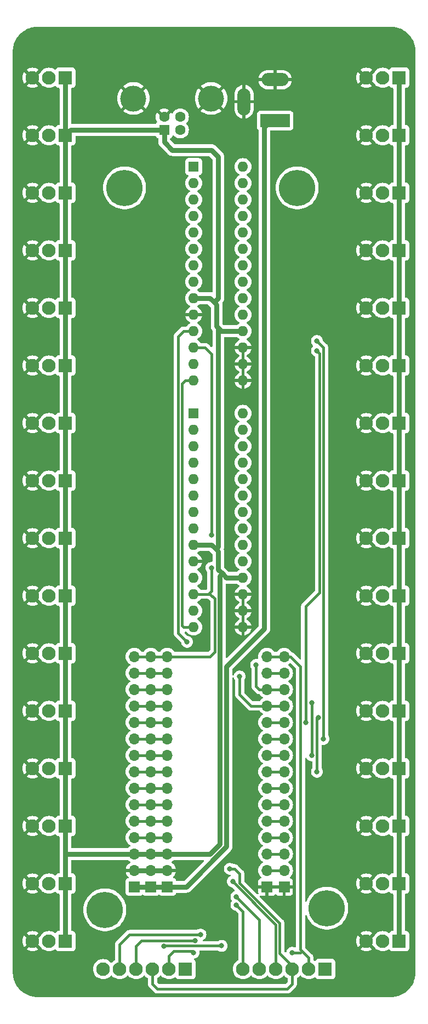
<source format=gbr>
%TF.GenerationSoftware,KiCad,Pcbnew,7.0.6*%
%TF.CreationDate,2023-07-16T21:51:52-04:00*%
%TF.ProjectId,mcp23s17_breakout,6d637032-3373-4313-975f-627265616b6f,rev?*%
%TF.SameCoordinates,Original*%
%TF.FileFunction,Copper,L1,Top*%
%TF.FilePolarity,Positive*%
%FSLAX46Y46*%
G04 Gerber Fmt 4.6, Leading zero omitted, Abs format (unit mm)*
G04 Created by KiCad (PCBNEW 7.0.6) date 2023-07-16 21:51:52*
%MOMM*%
%LPD*%
G01*
G04 APERTURE LIST*
%TA.AperFunction,ComponentPad*%
%ADD10C,5.600000*%
%TD*%
%TA.AperFunction,ComponentPad*%
%ADD11R,2.100000X2.100000*%
%TD*%
%TA.AperFunction,ComponentPad*%
%ADD12C,2.100000*%
%TD*%
%TA.AperFunction,ComponentPad*%
%ADD13R,1.700000X1.700000*%
%TD*%
%TA.AperFunction,ComponentPad*%
%ADD14O,1.700000X1.700000*%
%TD*%
%TA.AperFunction,ComponentPad*%
%ADD15R,1.600000X1.600000*%
%TD*%
%TA.AperFunction,ComponentPad*%
%ADD16O,1.600000X1.600000*%
%TD*%
%TA.AperFunction,ComponentPad*%
%ADD17R,4.600000X2.000000*%
%TD*%
%TA.AperFunction,ComponentPad*%
%ADD18O,4.200000X2.000000*%
%TD*%
%TA.AperFunction,ComponentPad*%
%ADD19O,2.000000X4.200000*%
%TD*%
%TA.AperFunction,ComponentPad*%
%ADD20C,1.600000*%
%TD*%
%TA.AperFunction,ComponentPad*%
%ADD21C,4.000000*%
%TD*%
%TA.AperFunction,ViaPad*%
%ADD22C,0.800000*%
%TD*%
%TA.AperFunction,Conductor*%
%ADD23C,0.800000*%
%TD*%
%TA.AperFunction,Conductor*%
%ADD24C,0.400000*%
%TD*%
G04 APERTURE END LIST*
D10*
%TO.P,H2,1*%
%TO.N,N/C*%
X116332000Y-52832000D03*
%TD*%
D11*
%TO.P,IO13,1,Pin_1*%
%TO.N,+5V*%
X132080000Y-62484000D03*
D12*
%TO.P,IO13,2,Pin_2*%
%TO.N,Net-(IO13-Pin_2)*%
X129540000Y-62484000D03*
%TO.P,IO13,3,Pin_3*%
%TO.N,GND*%
X127000000Y-62484000D03*
%TD*%
D11*
%TO.P,IO11,1,Pin_1*%
%TO.N,+5V*%
X132080000Y-80264000D03*
D12*
%TO.P,IO11,2,Pin_2*%
%TO.N,Net-(IO11-Pin_2)*%
X129540000Y-80264000D03*
%TO.P,IO11,3,Pin_3*%
%TO.N,GND*%
X127000000Y-80264000D03*
%TD*%
D11*
%TO.P,IO23,1,Pin_1*%
%TO.N,+5V*%
X80518000Y-160274000D03*
D12*
%TO.P,IO23,2,Pin_2*%
%TO.N,Net-(IO23-Pin_2)*%
X77978000Y-160274000D03*
%TO.P,IO23,3,Pin_3*%
%TO.N,GND*%
X75438000Y-160274000D03*
%TD*%
D11*
%TO.P,IO3,1,Pin_1*%
%TO.N,+5V*%
X80518000Y-53594000D03*
D12*
%TO.P,IO3,2,Pin_2*%
%TO.N,Net-(IO3-Pin_2)*%
X77978000Y-53594000D03*
%TO.P,IO3,3,Pin_3*%
%TO.N,GND*%
X75438000Y-53594000D03*
%TD*%
D10*
%TO.P,H3,1*%
%TO.N,N/C*%
X86614000Y-164338000D03*
%TD*%
D13*
%TO.P,J7,1,Pin_1*%
%TO.N,VIN*%
X91186000Y-160782000D03*
D14*
%TO.P,J7,2,Pin_2*%
%TO.N,GND*%
X91186000Y-158242000D03*
%TO.P,J7,3,Pin_3*%
%TO.N,+5V*%
X91186000Y-155702000D03*
%TO.P,J7,4,Pin_4*%
%TO.N,Net-(J6-Pin_4)*%
X91186000Y-153162000D03*
%TO.P,J7,5,Pin_5*%
%TO.N,Net-(J6-Pin_5)*%
X91186000Y-150622000D03*
%TO.P,J7,6,Pin_6*%
%TO.N,Net-(J6-Pin_6)*%
X91186000Y-148082000D03*
%TO.P,J7,7,Pin_7*%
%TO.N,Net-(J6-Pin_7)*%
X91186000Y-145542000D03*
%TO.P,J7,8,Pin_8*%
%TO.N,Net-(J6-Pin_8)*%
X91186000Y-143002000D03*
%TO.P,J7,9,Pin_9*%
%TO.N,Net-(J6-Pin_9)*%
X91186000Y-140462000D03*
%TO.P,J7,10,Pin_10*%
%TO.N,Net-(J6-Pin_10)*%
X91186000Y-137922000D03*
%TO.P,J7,11,Pin_11*%
%TO.N,Net-(J6-Pin_11)*%
X91186000Y-135382000D03*
%TO.P,J7,12,Pin_12*%
%TO.N,Net-(J6-Pin_12)*%
X91186000Y-132842000D03*
%TO.P,J7,13,Pin_13*%
%TO.N,Net-(J6-Pin_13)*%
X91186000Y-130302000D03*
%TO.P,J7,14,Pin_14*%
%TO.N,Net-(J6-Pin_14)*%
X91186000Y-127762000D03*
%TO.P,J7,15,Pin_15*%
%TO.N,SCK*%
X91186000Y-125222000D03*
%TD*%
D11*
%TO.P,IO4,1,Pin_1*%
%TO.N,+5V*%
X80518000Y-62484000D03*
D12*
%TO.P,IO4,2,Pin_2*%
%TO.N,Net-(IO4-Pin_2)*%
X77978000Y-62484000D03*
%TO.P,IO4,3,Pin_3*%
%TO.N,GND*%
X75438000Y-62484000D03*
%TD*%
D11*
%TO.P,IO19,1,Pin_1*%
%TO.N,+5V*%
X80518000Y-124714000D03*
D12*
%TO.P,IO19,2,Pin_2*%
%TO.N,Net-(IO19-Pin_2)*%
X77978000Y-124714000D03*
%TO.P,IO19,3,Pin_3*%
%TO.N,GND*%
X75438000Y-124714000D03*
%TD*%
D11*
%TO.P,IO9,1,Pin_1*%
%TO.N,+5V*%
X132080000Y-98044000D03*
D12*
%TO.P,IO9,2,Pin_2*%
%TO.N,Net-(IO9-Pin_2)*%
X129540000Y-98044000D03*
%TO.P,IO9,3,Pin_3*%
%TO.N,GND*%
X127000000Y-98044000D03*
%TD*%
D11*
%TO.P,IO2,1,Pin_1*%
%TO.N,+5V*%
X80518000Y-44704000D03*
D12*
%TO.P,IO2,2,Pin_2*%
%TO.N,Net-(IO2-Pin_2)*%
X77978000Y-44704000D03*
%TO.P,IO2,3,Pin_3*%
%TO.N,GND*%
X75438000Y-44704000D03*
%TD*%
D11*
%TO.P,IO32,1,Pin_1*%
%TO.N,+5V*%
X132080000Y-106934000D03*
D12*
%TO.P,IO32,2,Pin_2*%
%TO.N,Net-(IO32-Pin_2)*%
X129540000Y-106934000D03*
%TO.P,IO32,3,Pin_3*%
%TO.N,GND*%
X127000000Y-106934000D03*
%TD*%
D11*
%TO.P,IO16,1,Pin_1*%
%TO.N,+5V*%
X132080000Y-35814000D03*
D12*
%TO.P,IO16,2,Pin_2*%
%TO.N,Net-(IO16-Pin_2)*%
X129540000Y-35814000D03*
%TO.P,IO16,3,Pin_3*%
%TO.N,GND*%
X127000000Y-35814000D03*
%TD*%
D11*
%TO.P,IO27,1,Pin_1*%
%TO.N,+5V*%
X132080000Y-151384000D03*
D12*
%TO.P,IO27,2,Pin_2*%
%TO.N,Net-(IO27-Pin_2)*%
X129540000Y-151384000D03*
%TO.P,IO27,3,Pin_3*%
%TO.N,GND*%
X127000000Y-151384000D03*
%TD*%
D11*
%TO.P,IO17,1,Pin_1*%
%TO.N,+5V*%
X80518000Y-106934000D03*
D12*
%TO.P,IO17,2,Pin_2*%
%TO.N,Net-(IO17-Pin_2)*%
X77978000Y-106934000D03*
%TO.P,IO17,3,Pin_3*%
%TO.N,GND*%
X75438000Y-106934000D03*
%TD*%
D11*
%TO.P,IO29,1,Pin_1*%
%TO.N,+5V*%
X132080000Y-133604000D03*
D12*
%TO.P,IO29,2,Pin_2*%
%TO.N,Net-(IO29-Pin_2)*%
X129540000Y-133604000D03*
%TO.P,IO29,3,Pin_3*%
%TO.N,GND*%
X127000000Y-133604000D03*
%TD*%
D11*
%TO.P,IO1,1,Pin_1*%
%TO.N,+5V*%
X80518000Y-35814000D03*
D12*
%TO.P,IO1,2,Pin_2*%
%TO.N,Net-(IO1-Pin_2)*%
X77978000Y-35814000D03*
%TO.P,IO1,3,Pin_3*%
%TO.N,GND*%
X75438000Y-35814000D03*
%TD*%
D11*
%TO.P,IO18,1,Pin_1*%
%TO.N,+5V*%
X80518000Y-115824000D03*
D12*
%TO.P,IO18,2,Pin_2*%
%TO.N,Net-(IO18-Pin_2)*%
X77978000Y-115824000D03*
%TO.P,IO18,3,Pin_3*%
%TO.N,GND*%
X75438000Y-115824000D03*
%TD*%
D11*
%TO.P,IO5,1,Pin_1*%
%TO.N,+5V*%
X80518000Y-71374000D03*
D12*
%TO.P,IO5,2,Pin_2*%
%TO.N,Net-(IO5-Pin_2)*%
X77978000Y-71374000D03*
%TO.P,IO5,3,Pin_3*%
%TO.N,GND*%
X75438000Y-71374000D03*
%TD*%
D11*
%TO.P,IO8,1,Pin_1*%
%TO.N,+5V*%
X80518000Y-98044000D03*
D12*
%TO.P,IO8,2,Pin_2*%
%TO.N,Net-(IO8-Pin_2)*%
X77978000Y-98044000D03*
%TO.P,IO8,3,Pin_3*%
%TO.N,GND*%
X75438000Y-98044000D03*
%TD*%
D13*
%TO.P,U1,1,GND*%
%TO.N,GND*%
X111677300Y-160782000D03*
D14*
%TO.P,U1,2,~{RST}*%
%TO.N,Net-(J4-Pin_2)*%
X111677300Y-158242000D03*
%TO.P,U1,3,D0*%
%TO.N,Net-(J4-Pin_3)*%
X111677300Y-155702000D03*
%TO.P,U1,4,D1*%
%TO.N,Net-(J4-Pin_4)*%
X111677300Y-153162000D03*
%TO.P,U1,5,D2*%
%TO.N,Net-(J4-Pin_5)*%
X111677300Y-150622000D03*
%TO.P,U1,6,D3*%
%TO.N,Net-(J4-Pin_6)*%
X111677300Y-148082000D03*
%TO.P,U1,7,D4*%
%TO.N,Net-(J4-Pin_7)*%
X111677300Y-145542000D03*
%TO.P,U1,8,D5*%
%TO.N,INTB1*%
X111677300Y-143002000D03*
%TO.P,U1,9,D6*%
%TO.N,INTA1*%
X111677300Y-140462000D03*
%TO.P,U1,10,D7*%
%TO.N,INTB0*%
X111677300Y-137922000D03*
%TO.P,U1,11,D8*%
%TO.N,INTA0*%
X111677300Y-135382000D03*
%TO.P,U1,12,D9*%
%TO.N,CS1*%
X111677300Y-132842000D03*
%TO.P,U1,13,D10*%
%TO.N,CS0*%
X111677300Y-130302000D03*
%TO.P,U1,14,D11*%
%TO.N,MOSI*%
X111677300Y-127762000D03*
%TO.P,U1,15,D12*%
%TO.N,MISO*%
X111677300Y-125222000D03*
%TO.P,U1,16,D13*%
%TO.N,SCK*%
X93716000Y-125222000D03*
%TO.P,U1,17,SDA1*%
%TO.N,Net-(J6-Pin_14)*%
X93716000Y-127762000D03*
%TO.P,U1,18,SCL1*%
%TO.N,Net-(J6-Pin_13)*%
X93716000Y-130302000D03*
%TO.P,U1,19,A0*%
%TO.N,Net-(J6-Pin_12)*%
X93716000Y-132842000D03*
%TO.P,U1,20,A1*%
%TO.N,Net-(J6-Pin_11)*%
X93716000Y-135382000D03*
%TO.P,U1,21,A2*%
%TO.N,Net-(J6-Pin_10)*%
X93716000Y-137922000D03*
%TO.P,U1,22,A3*%
%TO.N,Net-(J6-Pin_9)*%
X93716000Y-140462000D03*
%TO.P,U1,23,A4*%
%TO.N,Net-(J6-Pin_8)*%
X93716000Y-143002000D03*
%TO.P,U1,24,A5*%
%TO.N,Net-(J6-Pin_7)*%
X93716000Y-145542000D03*
%TO.P,U1,25,A6*%
%TO.N,Net-(J6-Pin_6)*%
X93716000Y-148082000D03*
%TO.P,U1,26,A7*%
%TO.N,Net-(J6-Pin_5)*%
X93716000Y-150622000D03*
%TO.P,U1,27,AREF*%
%TO.N,Net-(J6-Pin_4)*%
X93716000Y-153162000D03*
%TO.P,U1,28,VCC*%
%TO.N,+5V*%
X93716000Y-155702000D03*
%TO.P,U1,29,GND*%
%TO.N,GND*%
X93716000Y-158242000D03*
D13*
%TO.P,U1,30,VIN*%
%TO.N,VIN*%
X93716000Y-160782000D03*
%TD*%
D11*
%TO.P,J1,1,Pin_1*%
%TO.N,SCK*%
X99060000Y-173482000D03*
D12*
%TO.P,J1,2,Pin_2*%
%TO.N,MISO*%
X96520000Y-173482000D03*
%TO.P,J1,3,Pin_3*%
%TO.N,MOSI*%
X93980000Y-173482000D03*
%TO.P,J1,4,Pin_4*%
%TO.N,CS1*%
X91440000Y-173482000D03*
%TO.P,J1,5,Pin_5*%
%TO.N,INTA1*%
X88900000Y-173482000D03*
%TO.P,J1,6,Pin_6*%
%TO.N,INTB1*%
X86360000Y-173482000D03*
%TD*%
D13*
%TO.P,J6,1,Pin_1*%
%TO.N,VIN*%
X96266000Y-160782000D03*
D14*
%TO.P,J6,2,Pin_2*%
%TO.N,GND*%
X96266000Y-158242000D03*
%TO.P,J6,3,Pin_3*%
%TO.N,+5V*%
X96266000Y-155702000D03*
%TO.P,J6,4,Pin_4*%
%TO.N,Net-(J6-Pin_4)*%
X96266000Y-153162000D03*
%TO.P,J6,5,Pin_5*%
%TO.N,Net-(J6-Pin_5)*%
X96266000Y-150622000D03*
%TO.P,J6,6,Pin_6*%
%TO.N,Net-(J6-Pin_6)*%
X96266000Y-148082000D03*
%TO.P,J6,7,Pin_7*%
%TO.N,Net-(J6-Pin_7)*%
X96266000Y-145542000D03*
%TO.P,J6,8,Pin_8*%
%TO.N,Net-(J6-Pin_8)*%
X96266000Y-143002000D03*
%TO.P,J6,9,Pin_9*%
%TO.N,Net-(J6-Pin_9)*%
X96266000Y-140462000D03*
%TO.P,J6,10,Pin_10*%
%TO.N,Net-(J6-Pin_10)*%
X96266000Y-137922000D03*
%TO.P,J6,11,Pin_11*%
%TO.N,Net-(J6-Pin_11)*%
X96266000Y-135382000D03*
%TO.P,J6,12,Pin_12*%
%TO.N,Net-(J6-Pin_12)*%
X96266000Y-132842000D03*
%TO.P,J6,13,Pin_13*%
%TO.N,Net-(J6-Pin_13)*%
X96266000Y-130302000D03*
%TO.P,J6,14,Pin_14*%
%TO.N,Net-(J6-Pin_14)*%
X96266000Y-127762000D03*
%TO.P,J6,15,Pin_15*%
%TO.N,SCK*%
X96266000Y-125222000D03*
%TD*%
D11*
%TO.P,IO7,1,Pin_1*%
%TO.N,+5V*%
X80518000Y-89154000D03*
D12*
%TO.P,IO7,2,Pin_2*%
%TO.N,Net-(IO7-Pin_2)*%
X77978000Y-89154000D03*
%TO.P,IO7,3,Pin_3*%
%TO.N,GND*%
X75438000Y-89154000D03*
%TD*%
D11*
%TO.P,IO25,1,Pin_1*%
%TO.N,+5V*%
X132080000Y-169164000D03*
D12*
%TO.P,IO25,2,Pin_2*%
%TO.N,Net-(IO25-Pin_2)*%
X129540000Y-169164000D03*
%TO.P,IO25,3,Pin_3*%
%TO.N,GND*%
X127000000Y-169164000D03*
%TD*%
D11*
%TO.P,J2,1,Pin_1*%
%TO.N,SCK*%
X120650000Y-173482000D03*
D12*
%TO.P,J2,2,Pin_2*%
%TO.N,MISO*%
X118110000Y-173482000D03*
%TO.P,J2,3,Pin_3*%
%TO.N,MOSI*%
X115570000Y-173482000D03*
%TO.P,J2,4,Pin_4*%
%TO.N,CS0*%
X113030000Y-173482000D03*
%TO.P,J2,5,Pin_5*%
%TO.N,INTA0*%
X110490000Y-173482000D03*
%TO.P,J2,6,Pin_6*%
%TO.N,INTB0*%
X107950000Y-173482000D03*
%TD*%
D11*
%TO.P,IO21,1,Pin_1*%
%TO.N,+5V*%
X80518000Y-142494000D03*
D12*
%TO.P,IO21,2,Pin_2*%
%TO.N,Net-(IO21-Pin_2)*%
X77978000Y-142494000D03*
%TO.P,IO21,3,Pin_3*%
%TO.N,GND*%
X75438000Y-142494000D03*
%TD*%
D15*
%TO.P,U3,1,GPB0*%
%TO.N,Net-(IO17-Pin_2)*%
X100340000Y-87640000D03*
D16*
%TO.P,U3,2,GPB1*%
%TO.N,Net-(IO18-Pin_2)*%
X100340000Y-90180000D03*
%TO.P,U3,3,GPB2*%
%TO.N,Net-(IO19-Pin_2)*%
X100340000Y-92720000D03*
%TO.P,U3,4,GPB3*%
%TO.N,Net-(IO20-Pin_2)*%
X100340000Y-95260000D03*
%TO.P,U3,5,GPB4*%
%TO.N,Net-(IO21-Pin_2)*%
X100340000Y-97800000D03*
%TO.P,U3,6,GPB5*%
%TO.N,Net-(IO22-Pin_2)*%
X100340000Y-100340000D03*
%TO.P,U3,7,GPB6*%
%TO.N,Net-(IO23-Pin_2)*%
X100340000Y-102880000D03*
%TO.P,U3,8,GPB7*%
%TO.N,Net-(IO24-Pin_2)*%
X100340000Y-105420000D03*
%TO.P,U3,9,VDD*%
%TO.N,+5V*%
X100340000Y-107960000D03*
%TO.P,U3,10,VSS*%
%TO.N,GND*%
X100340000Y-110500000D03*
%TO.P,U3,11,~{CS}*%
%TO.N,CS1*%
X100340000Y-113040000D03*
%TO.P,U3,12,SCK*%
%TO.N,SCK*%
X100340000Y-115580000D03*
%TO.P,U3,13,SI*%
%TO.N,MOSI*%
X100340000Y-118120000D03*
%TO.P,U3,14,SO*%
%TO.N,MISO*%
X100340000Y-120660000D03*
%TO.P,U3,15,A0*%
%TO.N,GND*%
X107960000Y-120660000D03*
%TO.P,U3,16,A1*%
X107960000Y-118120000D03*
%TO.P,U3,17,A2*%
X107960000Y-115580000D03*
%TO.P,U3,18,~{RESET}*%
%TO.N,+5V*%
X107960000Y-113040000D03*
%TO.P,U3,19,INTB*%
%TO.N,INTB1*%
X107960000Y-110500000D03*
%TO.P,U3,20,INTA*%
%TO.N,INTA1*%
X107960000Y-107960000D03*
%TO.P,U3,21,GPA0*%
%TO.N,Net-(IO25-Pin_2)*%
X107960000Y-105420000D03*
%TO.P,U3,22,GPA1*%
%TO.N,Net-(IO26-Pin_2)*%
X107960000Y-102880000D03*
%TO.P,U3,23,GPA2*%
%TO.N,Net-(IO27-Pin_2)*%
X107960000Y-100340000D03*
%TO.P,U3,24,GPA3*%
%TO.N,Net-(IO28-Pin_2)*%
X107960000Y-97800000D03*
%TO.P,U3,25,GPA4*%
%TO.N,Net-(IO29-Pin_2)*%
X107960000Y-95260000D03*
%TO.P,U3,26,GPA5*%
%TO.N,Net-(IO30-Pin_2)*%
X107960000Y-92720000D03*
%TO.P,U3,27,GPA6*%
%TO.N,Net-(IO31-Pin_2)*%
X107960000Y-90180000D03*
%TO.P,U3,28,GPA7*%
%TO.N,Net-(IO32-Pin_2)*%
X107960000Y-87640000D03*
%TD*%
D15*
%TO.P,U2,1,GPB0*%
%TO.N,Net-(IO1-Pin_2)*%
X100340000Y-49540000D03*
D16*
%TO.P,U2,2,GPB1*%
%TO.N,Net-(IO2-Pin_2)*%
X100340000Y-52080000D03*
%TO.P,U2,3,GPB2*%
%TO.N,Net-(IO3-Pin_2)*%
X100340000Y-54620000D03*
%TO.P,U2,4,GPB3*%
%TO.N,Net-(IO4-Pin_2)*%
X100340000Y-57160000D03*
%TO.P,U2,5,GPB4*%
%TO.N,Net-(IO5-Pin_2)*%
X100340000Y-59700000D03*
%TO.P,U2,6,GPB5*%
%TO.N,Net-(IO6-Pin_2)*%
X100340000Y-62240000D03*
%TO.P,U2,7,GPB6*%
%TO.N,Net-(IO7-Pin_2)*%
X100340000Y-64780000D03*
%TO.P,U2,8,GPB7*%
%TO.N,Net-(IO8-Pin_2)*%
X100340000Y-67320000D03*
%TO.P,U2,9,VDD*%
%TO.N,+5V*%
X100340000Y-69860000D03*
%TO.P,U2,10,VSS*%
%TO.N,GND*%
X100340000Y-72400000D03*
%TO.P,U2,11,~{CS}*%
%TO.N,CS0*%
X100340000Y-74940000D03*
%TO.P,U2,12,SCK*%
%TO.N,SCK*%
X100340000Y-77480000D03*
%TO.P,U2,13,SI*%
%TO.N,MOSI*%
X100340000Y-80020000D03*
%TO.P,U2,14,SO*%
%TO.N,MISO*%
X100340000Y-82560000D03*
%TO.P,U2,15,A0*%
%TO.N,GND*%
X107960000Y-82560000D03*
%TO.P,U2,16,A1*%
X107960000Y-80020000D03*
%TO.P,U2,17,A2*%
X107960000Y-77480000D03*
%TO.P,U2,18,~{RESET}*%
%TO.N,+5V*%
X107960000Y-74940000D03*
%TO.P,U2,19,INTB*%
%TO.N,INTB0*%
X107960000Y-72400000D03*
%TO.P,U2,20,INTA*%
%TO.N,INTA0*%
X107960000Y-69860000D03*
%TO.P,U2,21,GPA0*%
%TO.N,Net-(IO9-Pin_2)*%
X107960000Y-67320000D03*
%TO.P,U2,22,GPA1*%
%TO.N,Net-(IO10-Pin_2)*%
X107960000Y-64780000D03*
%TO.P,U2,23,GPA2*%
%TO.N,Net-(IO11-Pin_2)*%
X107960000Y-62240000D03*
%TO.P,U2,24,GPA3*%
%TO.N,Net-(IO12-Pin_2)*%
X107960000Y-59700000D03*
%TO.P,U2,25,GPA4*%
%TO.N,Net-(IO13-Pin_2)*%
X107960000Y-57160000D03*
%TO.P,U2,26,GPA5*%
%TO.N,Net-(IO14-Pin_2)*%
X107960000Y-54620000D03*
%TO.P,U2,27,GPA6*%
%TO.N,Net-(IO15-Pin_2)*%
X107960000Y-52080000D03*
%TO.P,U2,28,GPA7*%
%TO.N,Net-(IO16-Pin_2)*%
X107960000Y-49540000D03*
%TD*%
D11*
%TO.P,IO31,1,Pin_1*%
%TO.N,+5V*%
X132080000Y-115824000D03*
D12*
%TO.P,IO31,2,Pin_2*%
%TO.N,Net-(IO31-Pin_2)*%
X129540000Y-115824000D03*
%TO.P,IO31,3,Pin_3*%
%TO.N,GND*%
X127000000Y-115824000D03*
%TD*%
D11*
%TO.P,IO24,1,Pin_1*%
%TO.N,+5V*%
X80518000Y-169164000D03*
D12*
%TO.P,IO24,2,Pin_2*%
%TO.N,Net-(IO24-Pin_2)*%
X77978000Y-169164000D03*
%TO.P,IO24,3,Pin_3*%
%TO.N,GND*%
X75438000Y-169164000D03*
%TD*%
D11*
%TO.P,IO14,1,Pin_1*%
%TO.N,+5V*%
X132080000Y-53594000D03*
D12*
%TO.P,IO14,2,Pin_2*%
%TO.N,Net-(IO14-Pin_2)*%
X129540000Y-53594000D03*
%TO.P,IO14,3,Pin_3*%
%TO.N,GND*%
X127000000Y-53594000D03*
%TD*%
D11*
%TO.P,IO15,1,Pin_1*%
%TO.N,+5V*%
X132080000Y-44704000D03*
D12*
%TO.P,IO15,2,Pin_2*%
%TO.N,Net-(IO15-Pin_2)*%
X129540000Y-44704000D03*
%TO.P,IO15,3,Pin_3*%
%TO.N,GND*%
X127000000Y-44704000D03*
%TD*%
D17*
%TO.P,J5,1*%
%TO.N,VIN*%
X112918000Y-42418000D03*
D18*
%TO.P,J5,2*%
%TO.N,GND*%
X112918000Y-36118000D03*
D19*
%TO.P,J5,3*%
X108118000Y-39518000D03*
%TD*%
D11*
%TO.P,IO12,1,Pin_1*%
%TO.N,+5V*%
X132080000Y-71374000D03*
D12*
%TO.P,IO12,2,Pin_2*%
%TO.N,Net-(IO12-Pin_2)*%
X129540000Y-71374000D03*
%TO.P,IO12,3,Pin_3*%
%TO.N,GND*%
X127000000Y-71374000D03*
%TD*%
D11*
%TO.P,IO28,1,Pin_1*%
%TO.N,+5V*%
X132080000Y-142494000D03*
D12*
%TO.P,IO28,2,Pin_2*%
%TO.N,Net-(IO28-Pin_2)*%
X129540000Y-142494000D03*
%TO.P,IO28,3,Pin_3*%
%TO.N,GND*%
X127000000Y-142494000D03*
%TD*%
D13*
%TO.P,J4,1,Pin_1*%
%TO.N,GND*%
X114316000Y-160782000D03*
D14*
%TO.P,J4,2,Pin_2*%
%TO.N,Net-(J4-Pin_2)*%
X114316000Y-158242000D03*
%TO.P,J4,3,Pin_3*%
%TO.N,Net-(J4-Pin_3)*%
X114316000Y-155702000D03*
%TO.P,J4,4,Pin_4*%
%TO.N,Net-(J4-Pin_4)*%
X114316000Y-153162000D03*
%TO.P,J4,5,Pin_5*%
%TO.N,Net-(J4-Pin_5)*%
X114316000Y-150622000D03*
%TO.P,J4,6,Pin_6*%
%TO.N,Net-(J4-Pin_6)*%
X114316000Y-148082000D03*
%TO.P,J4,7,Pin_7*%
%TO.N,Net-(J4-Pin_7)*%
X114316000Y-145542000D03*
%TO.P,J4,8,Pin_8*%
%TO.N,INTB1*%
X114316000Y-143002000D03*
%TO.P,J4,9,Pin_9*%
%TO.N,INTA1*%
X114316000Y-140462000D03*
%TO.P,J4,10,Pin_10*%
%TO.N,INTB0*%
X114316000Y-137922000D03*
%TO.P,J4,11,Pin_11*%
%TO.N,INTA0*%
X114316000Y-135382000D03*
%TO.P,J4,12,Pin_12*%
%TO.N,CS1*%
X114316000Y-132842000D03*
%TO.P,J4,13,Pin_13*%
%TO.N,CS0*%
X114316000Y-130302000D03*
%TO.P,J4,14,Pin_14*%
%TO.N,MOSI*%
X114316000Y-127762000D03*
%TO.P,J4,15,Pin_15*%
%TO.N,MISO*%
X114316000Y-125222000D03*
%TD*%
D11*
%TO.P,IO20,1,Pin_1*%
%TO.N,+5V*%
X80518000Y-133604000D03*
D12*
%TO.P,IO20,2,Pin_2*%
%TO.N,Net-(IO20-Pin_2)*%
X77978000Y-133604000D03*
%TO.P,IO20,3,Pin_3*%
%TO.N,GND*%
X75438000Y-133604000D03*
%TD*%
D11*
%TO.P,IO30,1,Pin_1*%
%TO.N,+5V*%
X132080000Y-124714000D03*
D12*
%TO.P,IO30,2,Pin_2*%
%TO.N,Net-(IO30-Pin_2)*%
X129540000Y-124714000D03*
%TO.P,IO30,3,Pin_3*%
%TO.N,GND*%
X127000000Y-124714000D03*
%TD*%
D10*
%TO.P,H4,1*%
%TO.N,N/C*%
X120904000Y-164084000D03*
%TD*%
D11*
%TO.P,IO10,1,Pin_1*%
%TO.N,+5V*%
X132080000Y-89154000D03*
D12*
%TO.P,IO10,2,Pin_2*%
%TO.N,Net-(IO10-Pin_2)*%
X129540000Y-89154000D03*
%TO.P,IO10,3,Pin_3*%
%TO.N,GND*%
X127000000Y-89154000D03*
%TD*%
D10*
%TO.P,H1,1*%
%TO.N,N/C*%
X89662000Y-52832000D03*
%TD*%
D15*
%TO.P,J3,1,VBUS*%
%TO.N,+5V*%
X95778000Y-43871500D03*
D20*
%TO.P,J3,2,D-*%
%TO.N,unconnected-(J3-D--Pad2)*%
X98278000Y-43871500D03*
%TO.P,J3,3,D+*%
%TO.N,unconnected-(J3-D+-Pad3)*%
X98278000Y-41871500D03*
%TO.P,J3,4,GND*%
%TO.N,GND*%
X95778000Y-41871500D03*
D21*
%TO.P,J3,5,Shield*%
X91028000Y-39011500D03*
X103028000Y-39011500D03*
%TD*%
D11*
%TO.P,IO26,1,Pin_1*%
%TO.N,+5V*%
X132080000Y-160274000D03*
D12*
%TO.P,IO26,2,Pin_2*%
%TO.N,Net-(IO26-Pin_2)*%
X129540000Y-160274000D03*
%TO.P,IO26,3,Pin_3*%
%TO.N,GND*%
X127000000Y-160274000D03*
%TD*%
D11*
%TO.P,IO6,1,Pin_1*%
%TO.N,+5V*%
X80518000Y-80264000D03*
D12*
%TO.P,IO6,2,Pin_2*%
%TO.N,Net-(IO6-Pin_2)*%
X77978000Y-80264000D03*
%TO.P,IO6,3,Pin_3*%
%TO.N,GND*%
X75438000Y-80264000D03*
%TD*%
D11*
%TO.P,IO22,1,Pin_1*%
%TO.N,+5V*%
X80518000Y-151384000D03*
D12*
%TO.P,IO22,2,Pin_2*%
%TO.N,Net-(IO22-Pin_2)*%
X77978000Y-151384000D03*
%TO.P,IO22,3,Pin_3*%
%TO.N,GND*%
X75438000Y-151384000D03*
%TD*%
D22*
%TO.N,SCK*%
X103086500Y-106426000D03*
X103086500Y-111506000D03*
%TO.N,MISO*%
X100330000Y-170942000D03*
X115570000Y-170942000D03*
%TO.N,MOSI*%
X105918000Y-157988000D03*
%TO.N,CS1*%
X107442000Y-128270000D03*
X100584000Y-169089000D03*
%TO.N,INTA1*%
X118580500Y-140462000D03*
X118618000Y-132334000D03*
X101383500Y-168148000D03*
%TO.N,INTB1*%
X119380000Y-143002000D03*
X95758000Y-169926000D03*
X119596500Y-134620000D03*
X104648000Y-169888500D03*
%TO.N,CS0*%
X99314000Y-122936000D03*
X109982000Y-126492000D03*
X106368668Y-159962668D03*
%TO.N,INTA0*%
X106934000Y-162306000D03*
X119380000Y-77978000D03*
X117639500Y-135382000D03*
%TO.N,INTB0*%
X106934000Y-163576000D03*
X119380000Y-76454000D03*
X120396000Y-137922000D03*
%TD*%
D23*
%TO.N,+5V*%
X132080000Y-53594000D02*
X132080000Y-62484000D01*
X132080000Y-35814000D02*
X132080000Y-44704000D01*
X95778000Y-43871500D02*
X95778000Y-45740000D01*
X104140000Y-74422000D02*
X104658000Y-74940000D01*
X132080000Y-44704000D02*
X132080000Y-53594000D01*
X104658000Y-74940000D02*
X107960000Y-74940000D01*
X80518000Y-142494000D02*
X80518000Y-133604000D01*
X81350500Y-43871500D02*
X80518000Y-44704000D01*
X80518000Y-80264000D02*
X80518000Y-89154000D01*
X80518000Y-106934000D02*
X80518000Y-115824000D01*
X103124000Y-46990000D02*
X104140000Y-48006000D01*
X103759000Y-108585000D02*
X104140000Y-108204000D01*
X103886000Y-74168000D02*
X104140000Y-74422000D01*
X97028000Y-46990000D02*
X103124000Y-46990000D01*
X103759000Y-108585000D02*
X104140000Y-108966000D01*
X104394000Y-154178000D02*
X104394000Y-112776000D01*
X80518000Y-151384000D02*
X80518000Y-142494000D01*
X96266000Y-155702000D02*
X102870000Y-155702000D01*
X100340000Y-107960000D02*
X103134000Y-107960000D01*
X80518000Y-169164000D02*
X80518000Y-160274000D01*
X100340000Y-69860000D02*
X102880000Y-69860000D01*
X103886000Y-70866000D02*
X103886000Y-74168000D01*
X80518000Y-62484000D02*
X80518000Y-71374000D01*
X132080000Y-106934000D02*
X132080000Y-115824000D01*
X103505000Y-70485000D02*
X103886000Y-70866000D01*
X96266000Y-155702000D02*
X93716000Y-155702000D01*
X132080000Y-98044000D02*
X132080000Y-106934000D01*
X132080000Y-151384000D02*
X132080000Y-160274000D01*
X104140000Y-108204000D02*
X104140000Y-74422000D01*
X104140000Y-111760000D02*
X104775000Y-112395000D01*
X93716000Y-155702000D02*
X91186000Y-155702000D01*
X104140000Y-108966000D02*
X104140000Y-111760000D01*
X132080000Y-124714000D02*
X132080000Y-133604000D01*
X104140000Y-69850000D02*
X103505000Y-70485000D01*
X132080000Y-71374000D02*
X132080000Y-80264000D01*
X105420000Y-113040000D02*
X107960000Y-113040000D01*
X132080000Y-142494000D02*
X132080000Y-151384000D01*
X80518000Y-124714000D02*
X80518000Y-115824000D01*
X102870000Y-155702000D02*
X104394000Y-154178000D01*
X80518000Y-35814000D02*
X80518000Y-44704000D01*
X102880000Y-69860000D02*
X103505000Y-70485000D01*
X95778000Y-43871500D02*
X81350500Y-43871500D01*
X91186000Y-155702000D02*
X80518000Y-155702000D01*
X80518000Y-53594000D02*
X80518000Y-62484000D01*
X80518000Y-98044000D02*
X80518000Y-106934000D01*
X80518000Y-155702000D02*
X80518000Y-151384000D01*
X132080000Y-89154000D02*
X132080000Y-98044000D01*
X132080000Y-160274000D02*
X132080000Y-169164000D01*
X104140000Y-48006000D02*
X104140000Y-69850000D01*
X80518000Y-71374000D02*
X80518000Y-80264000D01*
X80518000Y-160274000D02*
X80518000Y-155702000D01*
X95778000Y-45740000D02*
X97028000Y-46990000D01*
X132080000Y-62484000D02*
X132080000Y-71374000D01*
X80518000Y-98044000D02*
X80518000Y-89154000D01*
X103134000Y-107960000D02*
X103759000Y-108585000D01*
X132080000Y-115824000D02*
X132080000Y-124714000D01*
X104394000Y-112776000D02*
X104775000Y-112395000D01*
X80518000Y-44704000D02*
X80518000Y-53594000D01*
X104775000Y-112395000D02*
X105420000Y-113040000D01*
X132080000Y-133604000D02*
X132080000Y-142494000D01*
X132080000Y-80264000D02*
X132080000Y-89154000D01*
X80518000Y-133604000D02*
X80518000Y-124714000D01*
%TO.N,GND*%
X91186000Y-158242000D02*
X93716000Y-158242000D01*
X93716000Y-158242000D02*
X96266000Y-158242000D01*
D24*
%TO.N,SCK*%
X103086500Y-111506000D02*
X103086500Y-115109500D01*
X102880000Y-115580000D02*
X102616000Y-115580000D01*
X103594000Y-116294000D02*
X102880000Y-115580000D01*
X103594000Y-124498000D02*
X103594000Y-116294000D01*
X103086500Y-115109500D02*
X102616000Y-115580000D01*
X96266000Y-125222000D02*
X102870000Y-125222000D01*
X91186000Y-125222000D02*
X93716000Y-125222000D01*
X102098000Y-77480000D02*
X102118000Y-77480000D01*
X100340000Y-77480000D02*
X102098000Y-77480000D01*
X103124000Y-106388500D02*
X103086500Y-106426000D01*
X102616000Y-115580000D02*
X100340000Y-115580000D01*
X93716000Y-125222000D02*
X96266000Y-125222000D01*
X102118000Y-77480000D02*
X103124000Y-78486000D01*
X103124000Y-78486000D02*
X103124000Y-106388500D01*
X102870000Y-125222000D02*
X103594000Y-124498000D01*
%TO.N,MISO*%
X99568000Y-170688000D02*
X100076000Y-170688000D01*
X100076000Y-170688000D02*
X100330000Y-170942000D01*
X116840000Y-170434000D02*
X117094000Y-170688000D01*
X114316000Y-125222000D02*
X115316000Y-125222000D01*
X111677300Y-125222000D02*
X114316000Y-125222000D01*
X115570000Y-170942000D02*
X116840000Y-170942000D01*
X97282000Y-170688000D02*
X99568000Y-170688000D01*
X99050000Y-82560000D02*
X98552000Y-83058000D01*
X116840000Y-170942000D02*
X117094000Y-170688000D01*
X117094000Y-170688000D02*
X118110000Y-171704000D01*
X98552000Y-83058000D02*
X98552000Y-120396000D01*
X98816000Y-120660000D02*
X100340000Y-120660000D01*
X96520000Y-173482000D02*
X96520000Y-171450000D01*
X118110000Y-171704000D02*
X118110000Y-173482000D01*
X98552000Y-120396000D02*
X98816000Y-120660000D01*
X100340000Y-82560000D02*
X99050000Y-82560000D01*
X116840000Y-126746000D02*
X116840000Y-170434000D01*
X115316000Y-125222000D02*
X116840000Y-126746000D01*
X96520000Y-171450000D02*
X97282000Y-170688000D01*
%TO.N,MOSI*%
X115570000Y-172992610D02*
X115570000Y-173482000D01*
X114808000Y-176530000D02*
X115570000Y-175768000D01*
X107442000Y-160187472D02*
X113630000Y-166375472D01*
X107442000Y-158750000D02*
X107442000Y-160187472D01*
X115570000Y-175768000D02*
X115570000Y-173482000D01*
X113630000Y-166375472D02*
X113630000Y-171052610D01*
X105918000Y-157988000D02*
X106680000Y-157988000D01*
X111677300Y-127762000D02*
X114316000Y-127762000D01*
X93980000Y-173482000D02*
X93980000Y-175768000D01*
X93980000Y-175768000D02*
X94742000Y-176530000D01*
X94742000Y-176530000D02*
X114808000Y-176530000D01*
X106680000Y-157988000D02*
X107442000Y-158750000D01*
X113630000Y-171052610D02*
X115570000Y-172992610D01*
%TO.N,CS1*%
X92240000Y-169126000D02*
X98006000Y-169126000D01*
X91440000Y-169926000D02*
X92240000Y-169126000D01*
X111677300Y-132842000D02*
X109220000Y-132842000D01*
X111677300Y-132842000D02*
X114316000Y-132842000D01*
X91440000Y-173482000D02*
X91440000Y-169926000D01*
X100547000Y-169126000D02*
X100584000Y-169089000D01*
X109220000Y-132842000D02*
X107442000Y-131064000D01*
X98006000Y-169126000D02*
X100547000Y-169126000D01*
X107442000Y-131064000D02*
X107442000Y-128270000D01*
%TO.N,INTA1*%
X118580500Y-140462000D02*
X118580500Y-132371500D01*
X88900000Y-169672000D02*
X90424000Y-168148000D01*
X114316000Y-140462000D02*
X111677300Y-140462000D01*
X88900000Y-173482000D02*
X88900000Y-169672000D01*
X118580500Y-132371500D02*
X118618000Y-132334000D01*
X90424000Y-168148000D02*
X101383500Y-168148000D01*
%TO.N,INTB1*%
X114316000Y-143002000D02*
X111677300Y-143002000D01*
X95795500Y-169888500D02*
X95758000Y-169926000D01*
X119596500Y-134620000D02*
X119380000Y-134836500D01*
X119380000Y-134836500D02*
X119380000Y-143002000D01*
X104648000Y-169888500D02*
X95795500Y-169888500D01*
%TO.N,CS0*%
X97952000Y-75784000D02*
X97952000Y-84582000D01*
X97952000Y-84582000D02*
X97952000Y-121574000D01*
X97952000Y-121574000D02*
X99314000Y-122936000D01*
X111677300Y-130302000D02*
X114316000Y-130302000D01*
X113030000Y-166624000D02*
X106368668Y-159962668D01*
X113030000Y-173482000D02*
X113030000Y-166624000D01*
X110490000Y-130302000D02*
X111677300Y-130302000D01*
X109982000Y-129794000D02*
X110490000Y-130302000D01*
X100340000Y-74940000D02*
X98796000Y-74940000D01*
X109982000Y-126492000D02*
X109982000Y-129794000D01*
X98796000Y-74940000D02*
X97952000Y-75784000D01*
%TO.N,INTA0*%
X106934000Y-162306000D02*
X110490000Y-165862000D01*
X119796000Y-115335533D02*
X117639500Y-117492033D01*
X119796000Y-81534000D02*
X119796000Y-115335533D01*
X110490000Y-165862000D02*
X110490000Y-173482000D01*
X117639500Y-117492033D02*
X117639500Y-135382000D01*
X119796000Y-78394000D02*
X119796000Y-81534000D01*
X119380000Y-77978000D02*
X119796000Y-78394000D01*
X114316000Y-135382000D02*
X111677300Y-135382000D01*
%TO.N,INTB0*%
X107950000Y-164592000D02*
X106934000Y-163576000D01*
X120396000Y-84074000D02*
X120396000Y-137922000D01*
X107950000Y-173482000D02*
X107950000Y-164592000D01*
X120396000Y-84074000D02*
X120396000Y-77470000D01*
X111677300Y-137922000D02*
X114316000Y-137922000D01*
X120396000Y-77470000D02*
X119380000Y-76454000D01*
%TO.N,Net-(J4-Pin_2)*%
X111677300Y-158242000D02*
X114316000Y-158242000D01*
%TO.N,Net-(J4-Pin_3)*%
X111677300Y-155702000D02*
X114316000Y-155702000D01*
%TO.N,Net-(J4-Pin_4)*%
X111677300Y-153162000D02*
X114316000Y-153162000D01*
%TO.N,Net-(J4-Pin_5)*%
X111677300Y-150622000D02*
X114316000Y-150622000D01*
%TO.N,Net-(J4-Pin_6)*%
X111677300Y-148082000D02*
X114316000Y-148082000D01*
%TO.N,Net-(J4-Pin_7)*%
X111677300Y-145542000D02*
X114316000Y-145542000D01*
%TO.N,Net-(J6-Pin_4)*%
X93716000Y-153162000D02*
X96266000Y-153162000D01*
X91186000Y-153162000D02*
X93716000Y-153162000D01*
%TO.N,Net-(J6-Pin_5)*%
X96266000Y-150622000D02*
X93716000Y-150622000D01*
X91186000Y-150622000D02*
X93716000Y-150622000D01*
%TO.N,Net-(J6-Pin_6)*%
X91186000Y-148082000D02*
X93716000Y-148082000D01*
X96266000Y-148082000D02*
X93716000Y-148082000D01*
%TO.N,Net-(J6-Pin_7)*%
X93716000Y-145542000D02*
X96266000Y-145542000D01*
X91186000Y-145542000D02*
X93716000Y-145542000D01*
%TO.N,Net-(J6-Pin_8)*%
X93716000Y-143002000D02*
X96266000Y-143002000D01*
X91186000Y-143002000D02*
X93716000Y-143002000D01*
%TO.N,Net-(J6-Pin_9)*%
X93716000Y-140462000D02*
X96266000Y-140462000D01*
X91186000Y-140462000D02*
X93716000Y-140462000D01*
%TO.N,Net-(J6-Pin_10)*%
X91186000Y-137922000D02*
X93716000Y-137922000D01*
X93716000Y-137922000D02*
X96266000Y-137922000D01*
%TO.N,Net-(J6-Pin_11)*%
X91186000Y-135382000D02*
X93716000Y-135382000D01*
X93716000Y-135382000D02*
X96266000Y-135382000D01*
%TO.N,Net-(J6-Pin_12)*%
X91186000Y-132842000D02*
X93716000Y-132842000D01*
X93716000Y-132842000D02*
X96266000Y-132842000D01*
%TO.N,Net-(J6-Pin_13)*%
X91186000Y-130302000D02*
X93716000Y-130302000D01*
X93716000Y-130302000D02*
X96266000Y-130302000D01*
%TO.N,Net-(J6-Pin_14)*%
X93716000Y-127762000D02*
X96266000Y-127762000D01*
X91186000Y-127762000D02*
X93716000Y-127762000D01*
D23*
%TO.N,VIN*%
X111252000Y-43434000D02*
X111252000Y-53086000D01*
X112918000Y-42418000D02*
X112268000Y-42418000D01*
X105410000Y-126746000D02*
X111252000Y-120904000D01*
X112268000Y-42418000D02*
X111252000Y-43434000D01*
X96266000Y-160782000D02*
X99204214Y-160782000D01*
X105410000Y-154576214D02*
X105410000Y-126746000D01*
X91186000Y-160782000D02*
X93716000Y-160782000D01*
X99204214Y-160782000D02*
X105410000Y-154576214D01*
X111252000Y-120904000D02*
X111252000Y-53086000D01*
X93716000Y-160782000D02*
X96266000Y-160782000D01*
%TD*%
%TA.AperFunction,Conductor*%
%TO.N,GND*%
G36*
X115330049Y-126246081D02*
G01*
X115360360Y-126268330D01*
X116095181Y-127003151D01*
X116128666Y-127064474D01*
X116131500Y-127090832D01*
X116131500Y-170006575D01*
X116111815Y-170073614D01*
X116059011Y-170119369D01*
X115989853Y-170129313D01*
X115957066Y-170119855D01*
X115852289Y-170073206D01*
X115852286Y-170073205D01*
X115665487Y-170033500D01*
X115474513Y-170033500D01*
X115287714Y-170073205D01*
X115113246Y-170150883D01*
X114958745Y-170263135D01*
X114830959Y-170405057D01*
X114735473Y-170570443D01*
X114735470Y-170570450D01*
X114678180Y-170746772D01*
X114676458Y-170752072D01*
X114671968Y-170794794D01*
X114670818Y-170805737D01*
X114644233Y-170870352D01*
X114586935Y-170910336D01*
X114517116Y-170912996D01*
X114459816Y-170880456D01*
X114374819Y-170795459D01*
X114341334Y-170734136D01*
X114338500Y-170707778D01*
X114338500Y-166398767D01*
X114338613Y-166395023D01*
X114342402Y-166332380D01*
X114331091Y-166270656D01*
X114330527Y-166266952D01*
X114322965Y-166204675D01*
X114322965Y-166204671D01*
X114319286Y-166194972D01*
X114313260Y-166173353D01*
X114311389Y-166163143D01*
X114311388Y-166163139D01*
X114291589Y-166119151D01*
X114285619Y-166105886D01*
X114284212Y-166102489D01*
X114261954Y-166043797D01*
X114256060Y-166035258D01*
X114245033Y-166015709D01*
X114240775Y-166006247D01*
X114240773Y-166006244D01*
X114240772Y-166006242D01*
X114202085Y-165956863D01*
X114199865Y-165953845D01*
X114164218Y-165902203D01*
X114164216Y-165902201D01*
X114164215Y-165902199D01*
X114164212Y-165902196D01*
X114164210Y-165902194D01*
X114117245Y-165860587D01*
X114114533Y-165858035D01*
X110584203Y-162327705D01*
X110550718Y-162266382D01*
X110555702Y-162196690D01*
X110597574Y-162140757D01*
X110663038Y-162116340D01*
X110715222Y-162123844D01*
X110719921Y-162125597D01*
X110719927Y-162125598D01*
X110779455Y-162131999D01*
X110779472Y-162132000D01*
X111427299Y-162132000D01*
X111427299Y-161217501D01*
X111534985Y-161266680D01*
X111641537Y-161282000D01*
X111713063Y-161282000D01*
X111819615Y-161266680D01*
X111927299Y-161217501D01*
X111927299Y-162131999D01*
X111927300Y-162132000D01*
X112575128Y-162132000D01*
X112575144Y-162131999D01*
X112634672Y-162125598D01*
X112634679Y-162125596D01*
X112769386Y-162075354D01*
X112769393Y-162075350D01*
X112884487Y-161989190D01*
X112897382Y-161971965D01*
X112953315Y-161930093D01*
X113023007Y-161925107D01*
X113084330Y-161958592D01*
X113095918Y-161971965D01*
X113108812Y-161989190D01*
X113223906Y-162075350D01*
X113223913Y-162075354D01*
X113358620Y-162125596D01*
X113358627Y-162125598D01*
X113418155Y-162131999D01*
X113418172Y-162132000D01*
X114066000Y-162132000D01*
X114066000Y-161217501D01*
X114173685Y-161266680D01*
X114280237Y-161282000D01*
X114351763Y-161282000D01*
X114458315Y-161266680D01*
X114566000Y-161217501D01*
X114566000Y-162132000D01*
X115213828Y-162132000D01*
X115213844Y-162131999D01*
X115273372Y-162125598D01*
X115273379Y-162125596D01*
X115408086Y-162075354D01*
X115408093Y-162075350D01*
X115523187Y-161989190D01*
X115523190Y-161989187D01*
X115609350Y-161874093D01*
X115609354Y-161874086D01*
X115659596Y-161739379D01*
X115659598Y-161739372D01*
X115665999Y-161679844D01*
X115666000Y-161679827D01*
X115666000Y-161032000D01*
X114749686Y-161032000D01*
X114775493Y-160991844D01*
X114816000Y-160853889D01*
X114816000Y-160710111D01*
X114775493Y-160572156D01*
X114749686Y-160532000D01*
X115666000Y-160532000D01*
X115666000Y-159884172D01*
X115665999Y-159884155D01*
X115659598Y-159824627D01*
X115659596Y-159824620D01*
X115609354Y-159689913D01*
X115609350Y-159689906D01*
X115523190Y-159574812D01*
X115523187Y-159574809D01*
X115408093Y-159488649D01*
X115408088Y-159488646D01*
X115288188Y-159443926D01*
X115232255Y-159402054D01*
X115207838Y-159336590D01*
X115222690Y-159268317D01*
X115240286Y-159243769D01*
X115391722Y-159079268D01*
X115514860Y-158890791D01*
X115605296Y-158684616D01*
X115660564Y-158466368D01*
X115669415Y-158359556D01*
X115679156Y-158242005D01*
X115679156Y-158241994D01*
X115660565Y-158017640D01*
X115660563Y-158017628D01*
X115605296Y-157799385D01*
X115604720Y-157798072D01*
X115514860Y-157593209D01*
X115508495Y-157583467D01*
X115423770Y-157453785D01*
X115391722Y-157404732D01*
X115391719Y-157404729D01*
X115391715Y-157404723D01*
X115239243Y-157239097D01*
X115239238Y-157239092D01*
X115120797Y-157146905D01*
X115061576Y-157100811D01*
X115025070Y-157081055D01*
X114975479Y-157031836D01*
X114960371Y-156963619D01*
X114984541Y-156898064D01*
X115025070Y-156862945D01*
X115025084Y-156862936D01*
X115061576Y-156843189D01*
X115239240Y-156704906D01*
X115391722Y-156539268D01*
X115514860Y-156350791D01*
X115605296Y-156144616D01*
X115660564Y-155926368D01*
X115679156Y-155702000D01*
X115671243Y-155606512D01*
X115660565Y-155477640D01*
X115660563Y-155477628D01*
X115607776Y-155269177D01*
X115605296Y-155259384D01*
X115514860Y-155053209D01*
X115486535Y-155009855D01*
X115417105Y-154903584D01*
X115391722Y-154864732D01*
X115391719Y-154864729D01*
X115391715Y-154864723D01*
X115239243Y-154699097D01*
X115239238Y-154699092D01*
X115061577Y-154560812D01*
X115061578Y-154560812D01*
X115061576Y-154560811D01*
X115025070Y-154541055D01*
X114975479Y-154491836D01*
X114960371Y-154423619D01*
X114984541Y-154358064D01*
X115025070Y-154322945D01*
X115025084Y-154322936D01*
X115061576Y-154303189D01*
X115239240Y-154164906D01*
X115391722Y-153999268D01*
X115514860Y-153810791D01*
X115605296Y-153604616D01*
X115660564Y-153386368D01*
X115679156Y-153162000D01*
X115665687Y-152999461D01*
X115660565Y-152937640D01*
X115660563Y-152937628D01*
X115605296Y-152719385D01*
X115583657Y-152670053D01*
X115514860Y-152513209D01*
X115499326Y-152489433D01*
X115391723Y-152324734D01*
X115391715Y-152324723D01*
X115239243Y-152159097D01*
X115239238Y-152159092D01*
X115061577Y-152020812D01*
X115061578Y-152020812D01*
X115061576Y-152020811D01*
X115025070Y-152001055D01*
X114975479Y-151951836D01*
X114960371Y-151883619D01*
X114984541Y-151818064D01*
X115025070Y-151782945D01*
X115025084Y-151782936D01*
X115061576Y-151763189D01*
X115239240Y-151624906D01*
X115391722Y-151459268D01*
X115514860Y-151270791D01*
X115605296Y-151064616D01*
X115660564Y-150846368D01*
X115679156Y-150622000D01*
X115664411Y-150444061D01*
X115660565Y-150397640D01*
X115660563Y-150397628D01*
X115632129Y-150285345D01*
X115605296Y-150179384D01*
X115514860Y-149973209D01*
X115513246Y-149970739D01*
X115418357Y-149825500D01*
X115391722Y-149784732D01*
X115391719Y-149784729D01*
X115391715Y-149784723D01*
X115239243Y-149619097D01*
X115239238Y-149619092D01*
X115061577Y-149480812D01*
X115061578Y-149480812D01*
X115061576Y-149480811D01*
X115025070Y-149461055D01*
X114975479Y-149411836D01*
X114960371Y-149343619D01*
X114984541Y-149278064D01*
X115025070Y-149242945D01*
X115025084Y-149242936D01*
X115061576Y-149223189D01*
X115239240Y-149084906D01*
X115391722Y-148919268D01*
X115514860Y-148730791D01*
X115605296Y-148524616D01*
X115660564Y-148306368D01*
X115679156Y-148082000D01*
X115660564Y-147857632D01*
X115605296Y-147639384D01*
X115514860Y-147433209D01*
X115391722Y-147244732D01*
X115391719Y-147244729D01*
X115391715Y-147244723D01*
X115239243Y-147079097D01*
X115239238Y-147079092D01*
X115061577Y-146940812D01*
X115061578Y-146940812D01*
X115061576Y-146940811D01*
X115025070Y-146921055D01*
X114975479Y-146871836D01*
X114960371Y-146803619D01*
X114984541Y-146738064D01*
X115025070Y-146702945D01*
X115025084Y-146702936D01*
X115061576Y-146683189D01*
X115239240Y-146544906D01*
X115391722Y-146379268D01*
X115514860Y-146190791D01*
X115605296Y-145984616D01*
X115660564Y-145766368D01*
X115679156Y-145542000D01*
X115660564Y-145317632D01*
X115605296Y-145099384D01*
X115514860Y-144893209D01*
X115391722Y-144704732D01*
X115391719Y-144704729D01*
X115391715Y-144704723D01*
X115239243Y-144539097D01*
X115239238Y-144539092D01*
X115061577Y-144400812D01*
X115061578Y-144400812D01*
X115061576Y-144400811D01*
X115025070Y-144381055D01*
X114975479Y-144331836D01*
X114960371Y-144263619D01*
X114984541Y-144198064D01*
X115025070Y-144162945D01*
X115025084Y-144162936D01*
X115061576Y-144143189D01*
X115239240Y-144004906D01*
X115347847Y-143886929D01*
X115391715Y-143839276D01*
X115391716Y-143839274D01*
X115391722Y-143839268D01*
X115514860Y-143650791D01*
X115605296Y-143444616D01*
X115660564Y-143226368D01*
X115662440Y-143203732D01*
X115679156Y-143002005D01*
X115679156Y-143001994D01*
X115660565Y-142777640D01*
X115660563Y-142777628D01*
X115623291Y-142630444D01*
X115605296Y-142559384D01*
X115514860Y-142353209D01*
X115391722Y-142164732D01*
X115391719Y-142164729D01*
X115391715Y-142164723D01*
X115239243Y-141999097D01*
X115239238Y-141999092D01*
X115061577Y-141860812D01*
X115061578Y-141860812D01*
X115061576Y-141860811D01*
X115025070Y-141841055D01*
X114975479Y-141791836D01*
X114960371Y-141723619D01*
X114984541Y-141658064D01*
X115025070Y-141622945D01*
X115025084Y-141622936D01*
X115061576Y-141603189D01*
X115239240Y-141464906D01*
X115391722Y-141299268D01*
X115514860Y-141110791D01*
X115605296Y-140904616D01*
X115660564Y-140686368D01*
X115679156Y-140462000D01*
X115660564Y-140237632D01*
X115605296Y-140019384D01*
X115514860Y-139813209D01*
X115391722Y-139624732D01*
X115391719Y-139624729D01*
X115391715Y-139624723D01*
X115239243Y-139459097D01*
X115239238Y-139459092D01*
X115061577Y-139320812D01*
X115061578Y-139320812D01*
X115061576Y-139320811D01*
X115025070Y-139301055D01*
X114975479Y-139251836D01*
X114960371Y-139183619D01*
X114984541Y-139118064D01*
X115025070Y-139082945D01*
X115025084Y-139082936D01*
X115061576Y-139063189D01*
X115239240Y-138924906D01*
X115362700Y-138790794D01*
X115391715Y-138759276D01*
X115391716Y-138759274D01*
X115391722Y-138759268D01*
X115514860Y-138570791D01*
X115605296Y-138364616D01*
X115660564Y-138146368D01*
X115679156Y-137922000D01*
X115660564Y-137697632D01*
X115605296Y-137479384D01*
X115514860Y-137273209D01*
X115391722Y-137084732D01*
X115391719Y-137084729D01*
X115391715Y-137084723D01*
X115239243Y-136919097D01*
X115239238Y-136919092D01*
X115061577Y-136780812D01*
X115061578Y-136780812D01*
X115061576Y-136780811D01*
X115025070Y-136761055D01*
X114975479Y-136711836D01*
X114960371Y-136643619D01*
X114984541Y-136578064D01*
X115025070Y-136542945D01*
X115025084Y-136542936D01*
X115061576Y-136523189D01*
X115239240Y-136384906D01*
X115338614Y-136276957D01*
X115391715Y-136219276D01*
X115391716Y-136219274D01*
X115391722Y-136219268D01*
X115514860Y-136030791D01*
X115605296Y-135824616D01*
X115660564Y-135606368D01*
X115679156Y-135382000D01*
X115665687Y-135219461D01*
X115660565Y-135157640D01*
X115660563Y-135157628D01*
X115605296Y-134939385D01*
X115583657Y-134890053D01*
X115514860Y-134733209D01*
X115499326Y-134709433D01*
X115391723Y-134544734D01*
X115391715Y-134544723D01*
X115239243Y-134379097D01*
X115239238Y-134379092D01*
X115061577Y-134240812D01*
X115061572Y-134240808D01*
X115025068Y-134221053D01*
X114975478Y-134171833D01*
X114960371Y-134103616D01*
X114984542Y-134038061D01*
X115025069Y-134002945D01*
X115061576Y-133983189D01*
X115239240Y-133844906D01*
X115349873Y-133724728D01*
X115391715Y-133679276D01*
X115391716Y-133679274D01*
X115391722Y-133679268D01*
X115514860Y-133490791D01*
X115605296Y-133284616D01*
X115660564Y-133066368D01*
X115672107Y-132927069D01*
X115679156Y-132842005D01*
X115679156Y-132841994D01*
X115660565Y-132617640D01*
X115660563Y-132617628D01*
X115632129Y-132505345D01*
X115605296Y-132399384D01*
X115514860Y-132193209D01*
X115513246Y-132190739D01*
X115418357Y-132045500D01*
X115391722Y-132004732D01*
X115391719Y-132004729D01*
X115391715Y-132004723D01*
X115239243Y-131839097D01*
X115239238Y-131839092D01*
X115061577Y-131700812D01*
X115061578Y-131700812D01*
X115061576Y-131700811D01*
X115025070Y-131681055D01*
X114975479Y-131631836D01*
X114960371Y-131563619D01*
X114984541Y-131498064D01*
X115025070Y-131462945D01*
X115025719Y-131462594D01*
X115061576Y-131443189D01*
X115239240Y-131304906D01*
X115338614Y-131196957D01*
X115391715Y-131139276D01*
X115391716Y-131139274D01*
X115391722Y-131139268D01*
X115514860Y-130950791D01*
X115605296Y-130744616D01*
X115660564Y-130526368D01*
X115679156Y-130302000D01*
X115676278Y-130267273D01*
X115660565Y-130077640D01*
X115660563Y-130077628D01*
X115616217Y-129902511D01*
X115605296Y-129859384D01*
X115514860Y-129653209D01*
X115391722Y-129464732D01*
X115391719Y-129464729D01*
X115391715Y-129464723D01*
X115239243Y-129299097D01*
X115239238Y-129299092D01*
X115061577Y-129160812D01*
X115061572Y-129160808D01*
X115025068Y-129141053D01*
X114975478Y-129091833D01*
X114960371Y-129023616D01*
X114984542Y-128958061D01*
X115025069Y-128922945D01*
X115061576Y-128903189D01*
X115239240Y-128764906D01*
X115352793Y-128641556D01*
X115391715Y-128599276D01*
X115391716Y-128599274D01*
X115391722Y-128599268D01*
X115514860Y-128410791D01*
X115605296Y-128204616D01*
X115660564Y-127986368D01*
X115660565Y-127986359D01*
X115679156Y-127762005D01*
X115679156Y-127761994D01*
X115660565Y-127537640D01*
X115660563Y-127537628D01*
X115605296Y-127319385D01*
X115514859Y-127113207D01*
X115391723Y-126924734D01*
X115391715Y-126924723D01*
X115239243Y-126759097D01*
X115239238Y-126759092D01*
X115061577Y-126620812D01*
X115061578Y-126620812D01*
X115061576Y-126620811D01*
X115025070Y-126601055D01*
X114975479Y-126551836D01*
X114960371Y-126483619D01*
X114984541Y-126418064D01*
X115025070Y-126382945D01*
X115025084Y-126382936D01*
X115061576Y-126363189D01*
X115196519Y-126258157D01*
X115261509Y-126232515D01*
X115330049Y-126246081D01*
G37*
%TD.AperFunction*%
%TA.AperFunction,Conductor*%
G36*
X113856507Y-160572156D02*
G01*
X113816000Y-160710111D01*
X113816000Y-160853889D01*
X113856507Y-160991844D01*
X113882314Y-161032000D01*
X112110986Y-161032000D01*
X112136793Y-160991844D01*
X112177300Y-160853889D01*
X112177300Y-160710111D01*
X112136793Y-160572156D01*
X112110986Y-160532000D01*
X113882314Y-160532000D01*
X113856507Y-160572156D01*
G37*
%TD.AperFunction*%
%TA.AperFunction,Conductor*%
G36*
X101858578Y-156630185D02*
G01*
X101904333Y-156682989D01*
X101914277Y-156752147D01*
X101885252Y-156815703D01*
X101879220Y-156822181D01*
X98864220Y-159837181D01*
X98802897Y-159870666D01*
X98776539Y-159873500D01*
X97722994Y-159873500D01*
X97655955Y-159853815D01*
X97610200Y-159801011D01*
X97606817Y-159792846D01*
X97566889Y-159685796D01*
X97479261Y-159568739D01*
X97362204Y-159481111D01*
X97362202Y-159481110D01*
X97362204Y-159481110D01*
X97232619Y-159432777D01*
X97176685Y-159390906D01*
X97152269Y-159325441D01*
X97167121Y-159257168D01*
X97188272Y-159228914D01*
X97304108Y-159113078D01*
X97439600Y-158919578D01*
X97539429Y-158705492D01*
X97539432Y-158705486D01*
X97596636Y-158492000D01*
X96699686Y-158492000D01*
X96725493Y-158451844D01*
X96766000Y-158313889D01*
X96766000Y-158170111D01*
X96725493Y-158032156D01*
X96699686Y-157992000D01*
X97596636Y-157992000D01*
X97596635Y-157991999D01*
X97539432Y-157778513D01*
X97539429Y-157778507D01*
X97439600Y-157564422D01*
X97439599Y-157564420D01*
X97304113Y-157370926D01*
X97304108Y-157370920D01*
X97137082Y-157203894D01*
X96956197Y-157077236D01*
X96912572Y-157022659D01*
X96905380Y-156953160D01*
X96936902Y-156890806D01*
X96968300Y-156866608D01*
X97011576Y-156843189D01*
X97189240Y-156704906D01*
X97239309Y-156650516D01*
X97299196Y-156614526D01*
X97330539Y-156610500D01*
X101791539Y-156610500D01*
X101858578Y-156630185D01*
G37*
%TD.AperFunction*%
%TA.AperFunction,Conductor*%
G36*
X93256507Y-158032156D02*
G01*
X93216000Y-158170111D01*
X93216000Y-158313889D01*
X93256507Y-158451844D01*
X93282314Y-158492000D01*
X91619686Y-158492000D01*
X91645493Y-158451844D01*
X91686000Y-158313889D01*
X91686000Y-158170111D01*
X91645493Y-158032156D01*
X91619686Y-157992000D01*
X93282314Y-157992000D01*
X93256507Y-158032156D01*
G37*
%TD.AperFunction*%
%TA.AperFunction,Conductor*%
G36*
X95806507Y-158032156D02*
G01*
X95766000Y-158170111D01*
X95766000Y-158313889D01*
X95806507Y-158451844D01*
X95832314Y-158492000D01*
X94149686Y-158492000D01*
X94175493Y-158451844D01*
X94216000Y-158313889D01*
X94216000Y-158170111D01*
X94175493Y-158032156D01*
X94149686Y-157992000D01*
X95832314Y-157992000D01*
X95806507Y-158032156D01*
G37*
%TD.AperFunction*%
%TA.AperFunction,Conductor*%
G36*
X94456694Y-44799685D02*
G01*
X94502449Y-44852489D01*
X94505836Y-44860665D01*
X94512189Y-44877698D01*
X94527111Y-44917704D01*
X94614739Y-45034761D01*
X94731796Y-45122389D01*
X94788835Y-45143663D01*
X94844767Y-45185533D01*
X94869184Y-45250998D01*
X94869500Y-45259844D01*
X94869500Y-45658743D01*
X94867973Y-45678142D01*
X94865748Y-45692188D01*
X94869415Y-45762158D01*
X94869500Y-45765404D01*
X94869500Y-45787610D01*
X94871079Y-45802637D01*
X94871820Y-45809693D01*
X94872074Y-45812925D01*
X94875742Y-45882901D01*
X94879424Y-45896640D01*
X94882969Y-45915767D01*
X94884457Y-45929927D01*
X94895378Y-45963540D01*
X94906121Y-45996604D01*
X94907028Y-45999663D01*
X94912102Y-46018597D01*
X94925171Y-46067373D01*
X94931631Y-46080051D01*
X94939073Y-46098018D01*
X94943470Y-46111550D01*
X94943471Y-46111553D01*
X94943473Y-46111556D01*
X94978521Y-46172262D01*
X94980055Y-46175087D01*
X94988064Y-46190805D01*
X95011868Y-46237524D01*
X95011873Y-46237533D01*
X95013588Y-46239651D01*
X95020407Y-46248072D01*
X95020827Y-46248590D01*
X95031838Y-46264610D01*
X95038960Y-46276944D01*
X95038962Y-46276947D01*
X95085846Y-46329017D01*
X95087946Y-46331476D01*
X95101928Y-46348741D01*
X95101931Y-46348744D01*
X95117625Y-46364438D01*
X95119846Y-46366777D01*
X95166747Y-46418866D01*
X95178257Y-46427228D01*
X95193052Y-46439865D01*
X96328133Y-47574946D01*
X96340768Y-47589739D01*
X96349132Y-47601251D01*
X96349134Y-47601253D01*
X96401204Y-47648137D01*
X96403560Y-47650373D01*
X96419262Y-47666075D01*
X96436516Y-47680048D01*
X96438982Y-47682154D01*
X96478389Y-47717635D01*
X96491056Y-47729040D01*
X96491058Y-47729041D01*
X96503374Y-47736152D01*
X96519405Y-47747169D01*
X96530471Y-47756130D01*
X96592917Y-47787948D01*
X96595763Y-47789493D01*
X96656444Y-47824527D01*
X96669976Y-47828923D01*
X96687949Y-47836368D01*
X96700630Y-47842830D01*
X96768338Y-47860971D01*
X96771417Y-47861884D01*
X96838072Y-47883542D01*
X96849642Y-47884757D01*
X96852222Y-47885029D01*
X96871360Y-47888576D01*
X96885097Y-47892257D01*
X96885096Y-47892257D01*
X96890481Y-47892539D01*
X96955084Y-47895924D01*
X96958294Y-47896177D01*
X96980390Y-47898500D01*
X97002596Y-47898500D01*
X97005839Y-47898584D01*
X97075810Y-47902252D01*
X97089857Y-47900027D01*
X97109257Y-47898500D01*
X102696325Y-47898500D01*
X102763364Y-47918185D01*
X102784006Y-47934819D01*
X103195182Y-48345995D01*
X103228666Y-48407316D01*
X103231500Y-48433674D01*
X103231500Y-68848284D01*
X103211815Y-68915323D01*
X103159011Y-68961078D01*
X103089853Y-68971022D01*
X103073332Y-68967181D01*
X103069927Y-68966457D01*
X103055767Y-68964969D01*
X103036644Y-68961424D01*
X103030579Y-68959799D01*
X103022901Y-68957742D01*
X102952925Y-68954074D01*
X102949693Y-68953820D01*
X102944776Y-68953303D01*
X102927610Y-68951500D01*
X102927603Y-68951500D01*
X102905404Y-68951500D01*
X102902160Y-68951415D01*
X102832190Y-68947748D01*
X102832189Y-68947748D01*
X102832188Y-68947748D01*
X102818142Y-68949973D01*
X102798743Y-68951500D01*
X101333360Y-68951500D01*
X101266321Y-68931815D01*
X101245679Y-68915181D01*
X101184304Y-68853806D01*
X101184300Y-68853802D01*
X100996749Y-68722477D01*
X100953655Y-68702382D01*
X100901215Y-68656210D01*
X100882063Y-68589017D01*
X100902278Y-68522136D01*
X100953655Y-68477618D01*
X100956882Y-68476112D01*
X100996749Y-68457523D01*
X101184300Y-68326198D01*
X101346198Y-68164300D01*
X101477523Y-67976749D01*
X101574284Y-67769243D01*
X101633543Y-67548087D01*
X101653498Y-67320000D01*
X101633543Y-67091913D01*
X101574284Y-66870757D01*
X101477523Y-66663251D01*
X101346198Y-66475700D01*
X101184300Y-66313802D01*
X100996749Y-66182477D01*
X100953655Y-66162382D01*
X100901215Y-66116210D01*
X100882063Y-66049017D01*
X100902278Y-65982136D01*
X100953655Y-65937618D01*
X100956882Y-65936112D01*
X100996749Y-65917523D01*
X101184300Y-65786198D01*
X101346198Y-65624300D01*
X101477523Y-65436749D01*
X101574284Y-65229243D01*
X101633543Y-65008087D01*
X101653498Y-64780000D01*
X101633543Y-64551913D01*
X101574284Y-64330757D01*
X101477523Y-64123251D01*
X101346198Y-63935700D01*
X101184300Y-63773802D01*
X100996749Y-63642477D01*
X100953655Y-63622382D01*
X100901215Y-63576210D01*
X100882063Y-63509017D01*
X100902278Y-63442136D01*
X100953655Y-63397618D01*
X100965827Y-63391942D01*
X100996749Y-63377523D01*
X101184300Y-63246198D01*
X101346198Y-63084300D01*
X101477523Y-62896749D01*
X101574284Y-62689243D01*
X101633543Y-62468087D01*
X101653498Y-62240000D01*
X101633543Y-62011913D01*
X101574284Y-61790757D01*
X101568403Y-61778146D01*
X101477524Y-61583254D01*
X101477523Y-61583252D01*
X101477523Y-61583251D01*
X101346198Y-61395700D01*
X101184300Y-61233802D01*
X100996749Y-61102477D01*
X100953655Y-61082382D01*
X100901215Y-61036210D01*
X100882063Y-60969017D01*
X100902278Y-60902136D01*
X100953655Y-60857618D01*
X100956882Y-60856112D01*
X100996749Y-60837523D01*
X101184300Y-60706198D01*
X101346198Y-60544300D01*
X101477523Y-60356749D01*
X101574284Y-60149243D01*
X101633543Y-59928087D01*
X101653498Y-59700000D01*
X101633543Y-59471913D01*
X101574284Y-59250757D01*
X101477523Y-59043251D01*
X101346198Y-58855700D01*
X101184300Y-58693802D01*
X100996749Y-58562477D01*
X100953655Y-58542382D01*
X100901215Y-58496210D01*
X100882063Y-58429017D01*
X100902278Y-58362136D01*
X100953655Y-58317618D01*
X100956882Y-58316112D01*
X100996749Y-58297523D01*
X101184300Y-58166198D01*
X101346198Y-58004300D01*
X101477523Y-57816749D01*
X101574284Y-57609243D01*
X101633543Y-57388087D01*
X101653498Y-57160000D01*
X101633543Y-56931913D01*
X101574284Y-56710757D01*
X101477523Y-56503251D01*
X101346198Y-56315700D01*
X101184300Y-56153802D01*
X100996749Y-56022477D01*
X100953655Y-56002382D01*
X100901215Y-55956210D01*
X100882063Y-55889017D01*
X100902278Y-55822136D01*
X100953655Y-55777618D01*
X100956882Y-55776112D01*
X100996749Y-55757523D01*
X101184300Y-55626198D01*
X101346198Y-55464300D01*
X101477523Y-55276749D01*
X101574284Y-55069243D01*
X101633543Y-54848087D01*
X101653498Y-54620000D01*
X101633543Y-54391913D01*
X101574284Y-54170757D01*
X101477523Y-53963251D01*
X101346198Y-53775700D01*
X101184300Y-53613802D01*
X100996749Y-53482477D01*
X100996743Y-53482474D01*
X100953653Y-53462380D01*
X100901214Y-53416207D01*
X100882063Y-53349014D01*
X100902280Y-53282133D01*
X100953654Y-53237618D01*
X100996749Y-53217523D01*
X101184300Y-53086198D01*
X101346198Y-52924300D01*
X101477523Y-52736749D01*
X101574284Y-52529243D01*
X101633543Y-52308087D01*
X101653498Y-52080000D01*
X101633543Y-51851913D01*
X101574284Y-51630757D01*
X101477523Y-51423251D01*
X101346198Y-51235700D01*
X101184300Y-51073802D01*
X101176627Y-51068429D01*
X101133006Y-51013853D01*
X101125814Y-50944355D01*
X101157338Y-50882001D01*
X101217568Y-50846588D01*
X101234489Y-50843570D01*
X101249201Y-50841989D01*
X101386204Y-50790889D01*
X101503261Y-50703261D01*
X101590889Y-50586204D01*
X101641989Y-50449201D01*
X101645591Y-50415692D01*
X101648499Y-50388654D01*
X101648500Y-50388637D01*
X101648500Y-48691362D01*
X101648499Y-48691345D01*
X101645157Y-48660270D01*
X101641989Y-48630799D01*
X101590889Y-48493796D01*
X101503261Y-48376739D01*
X101386204Y-48289111D01*
X101249203Y-48238011D01*
X101188654Y-48231500D01*
X101188638Y-48231500D01*
X99491362Y-48231500D01*
X99491345Y-48231500D01*
X99430797Y-48238011D01*
X99430795Y-48238011D01*
X99293795Y-48289111D01*
X99176739Y-48376739D01*
X99089111Y-48493795D01*
X99038011Y-48630795D01*
X99038011Y-48630797D01*
X99031500Y-48691345D01*
X99031500Y-50388654D01*
X99038011Y-50449202D01*
X99038011Y-50449204D01*
X99074189Y-50546198D01*
X99089111Y-50586204D01*
X99176739Y-50703261D01*
X99293796Y-50790889D01*
X99390162Y-50826832D01*
X99430793Y-50841987D01*
X99430799Y-50841989D01*
X99445499Y-50843569D01*
X99510048Y-50870305D01*
X99549897Y-50927696D01*
X99552393Y-50997521D01*
X99516742Y-51057611D01*
X99503377Y-51068425D01*
X99503371Y-51068431D01*
X99495696Y-51073805D01*
X99333806Y-51235695D01*
X99202476Y-51423252D01*
X99202475Y-51423254D01*
X99105718Y-51630750D01*
X99105714Y-51630761D01*
X99046457Y-51851910D01*
X99046456Y-51851918D01*
X99026502Y-52079998D01*
X99026502Y-52080001D01*
X99046456Y-52308081D01*
X99046457Y-52308089D01*
X99105714Y-52529238D01*
X99105718Y-52529249D01*
X99202475Y-52736745D01*
X99202477Y-52736749D01*
X99333802Y-52924300D01*
X99495700Y-53086198D01*
X99644283Y-53190237D01*
X99683251Y-53217523D01*
X99726345Y-53237618D01*
X99778784Y-53283791D01*
X99797936Y-53350984D01*
X99777720Y-53417865D01*
X99726345Y-53462382D01*
X99683251Y-53482476D01*
X99578087Y-53556114D01*
X99495700Y-53613802D01*
X99495698Y-53613803D01*
X99495695Y-53613806D01*
X99333806Y-53775695D01*
X99202476Y-53963252D01*
X99202475Y-53963254D01*
X99105718Y-54170750D01*
X99105714Y-54170761D01*
X99046457Y-54391910D01*
X99046456Y-54391918D01*
X99026502Y-54619998D01*
X99026502Y-54620001D01*
X99046456Y-54848081D01*
X99046457Y-54848089D01*
X99105714Y-55069238D01*
X99105718Y-55069249D01*
X99153718Y-55172185D01*
X99202477Y-55276749D01*
X99333802Y-55464300D01*
X99495700Y-55626198D01*
X99683250Y-55757522D01*
X99683251Y-55757523D01*
X99726345Y-55777618D01*
X99778784Y-55823791D01*
X99797936Y-55890984D01*
X99777720Y-55957865D01*
X99726345Y-56002382D01*
X99683251Y-56022476D01*
X99570093Y-56101711D01*
X99495700Y-56153802D01*
X99495698Y-56153803D01*
X99495695Y-56153806D01*
X99333806Y-56315695D01*
X99202476Y-56503252D01*
X99202475Y-56503254D01*
X99105718Y-56710750D01*
X99105714Y-56710761D01*
X99046457Y-56931910D01*
X99046456Y-56931918D01*
X99026502Y-57159998D01*
X99026502Y-57160001D01*
X99046456Y-57388081D01*
X99046457Y-57388089D01*
X99105714Y-57609238D01*
X99105718Y-57609249D01*
X99202475Y-57816745D01*
X99202477Y-57816749D01*
X99333802Y-58004300D01*
X99495700Y-58166198D01*
X99683250Y-58297523D01*
X99683251Y-58297523D01*
X99726345Y-58317618D01*
X99778784Y-58363791D01*
X99797936Y-58430984D01*
X99777720Y-58497865D01*
X99726345Y-58542382D01*
X99683251Y-58562476D01*
X99558126Y-58650090D01*
X99495700Y-58693802D01*
X99495698Y-58693803D01*
X99495695Y-58693806D01*
X99333806Y-58855695D01*
X99202476Y-59043252D01*
X99202475Y-59043254D01*
X99105718Y-59250750D01*
X99105714Y-59250761D01*
X99046457Y-59471910D01*
X99046456Y-59471918D01*
X99026502Y-59699998D01*
X99026502Y-59700001D01*
X99046456Y-59928081D01*
X99046457Y-59928089D01*
X99105714Y-60149238D01*
X99105718Y-60149249D01*
X99202475Y-60356745D01*
X99202477Y-60356749D01*
X99333802Y-60544300D01*
X99495700Y-60706198D01*
X99683250Y-60837523D01*
X99683251Y-60837523D01*
X99726345Y-60857618D01*
X99778784Y-60903791D01*
X99797936Y-60970984D01*
X99777720Y-61037865D01*
X99726345Y-61082382D01*
X99683251Y-61102476D01*
X99587672Y-61169402D01*
X99495700Y-61233802D01*
X99495698Y-61233803D01*
X99495695Y-61233806D01*
X99333806Y-61395695D01*
X99202476Y-61583252D01*
X99202475Y-61583254D01*
X99105718Y-61790750D01*
X99105714Y-61790761D01*
X99046457Y-62011910D01*
X99046456Y-62011918D01*
X99026502Y-62239998D01*
X99026502Y-62240001D01*
X99046456Y-62468081D01*
X99046457Y-62468089D01*
X99105714Y-62689238D01*
X99105718Y-62689249D01*
X99186709Y-62862934D01*
X99202477Y-62896749D01*
X99333802Y-63084300D01*
X99495700Y-63246198D01*
X99683251Y-63377523D01*
X99726345Y-63397618D01*
X99778784Y-63443791D01*
X99797936Y-63510984D01*
X99777720Y-63577865D01*
X99726345Y-63622382D01*
X99683251Y-63642476D01*
X99558126Y-63730090D01*
X99495700Y-63773802D01*
X99495698Y-63773803D01*
X99495695Y-63773806D01*
X99333806Y-63935695D01*
X99333803Y-63935698D01*
X99333802Y-63935700D01*
X99275019Y-64019651D01*
X99202476Y-64123252D01*
X99202475Y-64123254D01*
X99105718Y-64330750D01*
X99105714Y-64330761D01*
X99046457Y-64551910D01*
X99046456Y-64551918D01*
X99026502Y-64779998D01*
X99026502Y-64780001D01*
X99046456Y-65008081D01*
X99046457Y-65008089D01*
X99105714Y-65229238D01*
X99105718Y-65229249D01*
X99202475Y-65436745D01*
X99202477Y-65436749D01*
X99333802Y-65624300D01*
X99495700Y-65786198D01*
X99683251Y-65917523D01*
X99726345Y-65937618D01*
X99778784Y-65983791D01*
X99797936Y-66050984D01*
X99777720Y-66117865D01*
X99726345Y-66162382D01*
X99683251Y-66182476D01*
X99558126Y-66270090D01*
X99495700Y-66313802D01*
X99495698Y-66313803D01*
X99495695Y-66313806D01*
X99333806Y-66475695D01*
X99202476Y-66663252D01*
X99202475Y-66663254D01*
X99105718Y-66870750D01*
X99105714Y-66870761D01*
X99046457Y-67091910D01*
X99046456Y-67091918D01*
X99026502Y-67319998D01*
X99026502Y-67320001D01*
X99046456Y-67548081D01*
X99046457Y-67548089D01*
X99105714Y-67769238D01*
X99105718Y-67769249D01*
X99202475Y-67976745D01*
X99202477Y-67976749D01*
X99333802Y-68164300D01*
X99495700Y-68326198D01*
X99683251Y-68457522D01*
X99683251Y-68457523D01*
X99726345Y-68477618D01*
X99778784Y-68523791D01*
X99797936Y-68590984D01*
X99777720Y-68657865D01*
X99726345Y-68702382D01*
X99683251Y-68722476D01*
X99558126Y-68810090D01*
X99495700Y-68853802D01*
X99495698Y-68853803D01*
X99495695Y-68853806D01*
X99333806Y-69015695D01*
X99333803Y-69015698D01*
X99333802Y-69015700D01*
X99251767Y-69132856D01*
X99202476Y-69203252D01*
X99202475Y-69203254D01*
X99105718Y-69410750D01*
X99105714Y-69410761D01*
X99046457Y-69631910D01*
X99046456Y-69631918D01*
X99026502Y-69859998D01*
X99026502Y-69860001D01*
X99046456Y-70088081D01*
X99046457Y-70088089D01*
X99105714Y-70309238D01*
X99105718Y-70309249D01*
X99202475Y-70516745D01*
X99202477Y-70516749D01*
X99333802Y-70704300D01*
X99495700Y-70866198D01*
X99679742Y-70995066D01*
X99683251Y-70997523D01*
X99736401Y-71022307D01*
X99788840Y-71068479D01*
X99807992Y-71135673D01*
X99787776Y-71202554D01*
X99736401Y-71247071D01*
X99687517Y-71269865D01*
X99501179Y-71400342D01*
X99340342Y-71561179D01*
X99209865Y-71747517D01*
X99113734Y-71953673D01*
X99113730Y-71953682D01*
X99061127Y-72149999D01*
X99061128Y-72150000D01*
X100024314Y-72150000D01*
X100012359Y-72161955D01*
X99954835Y-72274852D01*
X99935014Y-72400000D01*
X99954835Y-72525148D01*
X100012359Y-72638045D01*
X100024314Y-72650000D01*
X99061128Y-72650000D01*
X99113730Y-72846317D01*
X99113734Y-72846326D01*
X99209865Y-73052482D01*
X99340342Y-73238820D01*
X99501179Y-73399657D01*
X99687517Y-73530133D01*
X99736399Y-73552927D01*
X99788839Y-73599099D01*
X99807992Y-73666292D01*
X99787777Y-73733174D01*
X99736402Y-73777691D01*
X99683256Y-73802474D01*
X99683252Y-73802476D01*
X99646793Y-73828005D01*
X99495700Y-73933802D01*
X99495698Y-73933803D01*
X99495695Y-73933806D01*
X99333803Y-74095698D01*
X99275739Y-74178623D01*
X99221163Y-74222248D01*
X99174164Y-74231500D01*
X98819279Y-74231500D01*
X98815535Y-74231387D01*
X98752910Y-74227599D01*
X98752908Y-74227599D01*
X98752907Y-74227599D01*
X98739296Y-74230093D01*
X98691207Y-74238904D01*
X98687508Y-74239467D01*
X98625205Y-74247033D01*
X98625194Y-74247035D01*
X98615483Y-74250718D01*
X98593885Y-74256739D01*
X98583671Y-74258611D01*
X98583668Y-74258612D01*
X98526458Y-74284360D01*
X98522998Y-74285793D01*
X98464326Y-74308045D01*
X98464318Y-74308049D01*
X98455778Y-74313944D01*
X98436240Y-74324964D01*
X98426775Y-74329224D01*
X98426771Y-74329226D01*
X98377382Y-74367920D01*
X98374367Y-74370138D01*
X98322731Y-74405780D01*
X98322728Y-74405782D01*
X98281115Y-74452753D01*
X98278548Y-74455480D01*
X97467480Y-75266548D01*
X97464753Y-75269115D01*
X97417782Y-75310728D01*
X97417780Y-75310731D01*
X97382138Y-75362367D01*
X97379920Y-75365382D01*
X97341223Y-75414777D01*
X97336962Y-75424243D01*
X97325947Y-75443774D01*
X97320048Y-75452320D01*
X97320044Y-75452328D01*
X97297796Y-75510990D01*
X97296363Y-75514450D01*
X97270609Y-75571673D01*
X97268737Y-75581889D01*
X97262715Y-75603494D01*
X97259035Y-75613198D01*
X97251470Y-75675490D01*
X97250908Y-75679179D01*
X97247219Y-75699314D01*
X97239598Y-75740903D01*
X97239598Y-75740908D01*
X97243387Y-75803544D01*
X97243500Y-75807289D01*
X97243500Y-121550709D01*
X97243387Y-121554454D01*
X97239598Y-121617089D01*
X97239598Y-121617092D01*
X97250907Y-121678810D01*
X97251470Y-121682511D01*
X97259034Y-121744796D01*
X97259035Y-121744801D01*
X97262716Y-121754510D01*
X97268738Y-121776110D01*
X97270611Y-121786331D01*
X97296365Y-121843555D01*
X97297798Y-121847015D01*
X97320044Y-121905672D01*
X97320046Y-121905675D01*
X97325941Y-121914216D01*
X97336966Y-121933763D01*
X97341225Y-121943227D01*
X97379916Y-121992611D01*
X97382136Y-121995628D01*
X97417783Y-122047271D01*
X97417784Y-122047272D01*
X97417785Y-122047273D01*
X97464772Y-122088900D01*
X97467464Y-122091434D01*
X97940473Y-122564443D01*
X98379836Y-123003806D01*
X98413321Y-123065129D01*
X98415475Y-123078518D01*
X98420458Y-123125928D01*
X98420459Y-123125930D01*
X98420459Y-123125932D01*
X98479470Y-123307549D01*
X98479473Y-123307556D01*
X98574960Y-123472944D01*
X98702747Y-123614866D01*
X98857248Y-123727118D01*
X99031712Y-123804794D01*
X99218513Y-123844500D01*
X99409487Y-123844500D01*
X99596288Y-123804794D01*
X99770752Y-123727118D01*
X99925253Y-123614866D01*
X100053040Y-123472944D01*
X100148527Y-123307556D01*
X100207542Y-123125928D01*
X100227504Y-122936000D01*
X100207542Y-122746072D01*
X100148527Y-122564444D01*
X100053040Y-122399056D01*
X99925253Y-122257134D01*
X99770752Y-122144882D01*
X99596288Y-122067206D01*
X99596286Y-122067205D01*
X99596285Y-122067205D01*
X99442853Y-122034592D01*
X99381371Y-122001400D01*
X99380953Y-122000983D01*
X98960151Y-121580181D01*
X98926666Y-121518858D01*
X98931650Y-121449166D01*
X98973522Y-121393233D01*
X99038986Y-121368816D01*
X99047832Y-121368500D01*
X99174164Y-121368500D01*
X99241203Y-121388185D01*
X99275738Y-121421376D01*
X99333802Y-121504300D01*
X99495700Y-121666198D01*
X99683251Y-121797523D01*
X99781968Y-121843555D01*
X99890750Y-121894281D01*
X99890752Y-121894281D01*
X99890757Y-121894284D01*
X100111913Y-121953543D01*
X100274832Y-121967796D01*
X100339998Y-121973498D01*
X100340000Y-121973498D01*
X100340002Y-121973498D01*
X100397021Y-121968509D01*
X100568087Y-121953543D01*
X100789243Y-121894284D01*
X100996749Y-121797523D01*
X101184300Y-121666198D01*
X101346198Y-121504300D01*
X101477523Y-121316749D01*
X101574284Y-121109243D01*
X101633543Y-120888087D01*
X101653498Y-120660000D01*
X101633543Y-120431913D01*
X101574284Y-120210757D01*
X101477523Y-120003251D01*
X101346198Y-119815700D01*
X101184300Y-119653802D01*
X100996749Y-119522477D01*
X100953655Y-119502382D01*
X100901215Y-119456210D01*
X100882063Y-119389017D01*
X100902278Y-119322136D01*
X100953655Y-119277618D01*
X100956882Y-119276112D01*
X100996749Y-119257523D01*
X101184300Y-119126198D01*
X101346198Y-118964300D01*
X101477523Y-118776749D01*
X101574284Y-118569243D01*
X101633543Y-118348087D01*
X101653498Y-118120000D01*
X101633543Y-117891913D01*
X101574284Y-117670757D01*
X101477523Y-117463251D01*
X101346198Y-117275700D01*
X101184300Y-117113802D01*
X100996749Y-116982477D01*
X100953655Y-116962382D01*
X100901215Y-116916210D01*
X100882063Y-116849017D01*
X100902278Y-116782136D01*
X100953655Y-116737618D01*
X100965827Y-116731942D01*
X100996749Y-116717523D01*
X101184300Y-116586198D01*
X101346198Y-116424300D01*
X101404261Y-116341376D01*
X101458837Y-116297752D01*
X101505836Y-116288500D01*
X102535168Y-116288500D01*
X102602207Y-116308185D01*
X102622849Y-116324819D01*
X102849181Y-116551151D01*
X102882666Y-116612474D01*
X102885500Y-116638832D01*
X102885500Y-124153167D01*
X102865815Y-124220206D01*
X102849181Y-124240848D01*
X102612849Y-124477181D01*
X102551526Y-124510666D01*
X102525168Y-124513500D01*
X97492956Y-124513500D01*
X97425917Y-124493815D01*
X97389147Y-124457321D01*
X97341721Y-124384731D01*
X97189243Y-124219097D01*
X97189238Y-124219092D01*
X97011577Y-124080812D01*
X97011572Y-124080808D01*
X96813580Y-123973661D01*
X96813577Y-123973659D01*
X96813574Y-123973658D01*
X96813571Y-123973657D01*
X96813569Y-123973656D01*
X96600637Y-123900556D01*
X96378569Y-123863500D01*
X96153431Y-123863500D01*
X95931362Y-123900556D01*
X95718430Y-123973656D01*
X95718419Y-123973661D01*
X95520427Y-124080808D01*
X95520422Y-124080812D01*
X95342761Y-124219092D01*
X95342756Y-124219097D01*
X95190278Y-124384731D01*
X95142853Y-124457321D01*
X95089706Y-124502678D01*
X95039044Y-124513500D01*
X94942956Y-124513500D01*
X94875917Y-124493815D01*
X94839147Y-124457321D01*
X94791721Y-124384731D01*
X94639243Y-124219097D01*
X94639238Y-124219092D01*
X94461577Y-124080812D01*
X94461572Y-124080808D01*
X94263580Y-123973661D01*
X94263577Y-123973659D01*
X94263574Y-123973658D01*
X94263571Y-123973657D01*
X94263569Y-123973656D01*
X94050637Y-123900556D01*
X93828569Y-123863500D01*
X93603431Y-123863500D01*
X93381362Y-123900556D01*
X93168430Y-123973656D01*
X93168419Y-123973661D01*
X92970427Y-124080808D01*
X92970422Y-124080812D01*
X92792761Y-124219092D01*
X92792756Y-124219097D01*
X92640278Y-124384731D01*
X92592853Y-124457321D01*
X92539706Y-124502678D01*
X92489044Y-124513500D01*
X92412956Y-124513500D01*
X92345917Y-124493815D01*
X92309147Y-124457321D01*
X92261721Y-124384731D01*
X92109243Y-124219097D01*
X92109238Y-124219092D01*
X91931577Y-124080812D01*
X91931572Y-124080808D01*
X91733580Y-123973661D01*
X91733577Y-123973659D01*
X91733574Y-123973658D01*
X91733571Y-123973657D01*
X91733569Y-123973656D01*
X91520637Y-123900556D01*
X91298569Y-123863500D01*
X91073431Y-123863500D01*
X90851362Y-123900556D01*
X90638430Y-123973656D01*
X90638419Y-123973661D01*
X90440427Y-124080808D01*
X90440422Y-124080812D01*
X90262761Y-124219092D01*
X90262756Y-124219097D01*
X90110284Y-124384723D01*
X90110276Y-124384734D01*
X89987140Y-124573207D01*
X89896703Y-124779385D01*
X89841436Y-124997628D01*
X89841434Y-124997640D01*
X89822844Y-125221994D01*
X89822844Y-125222005D01*
X89841434Y-125446359D01*
X89841436Y-125446371D01*
X89896703Y-125664614D01*
X89987140Y-125870792D01*
X90110276Y-126059265D01*
X90110284Y-126059276D01*
X90262756Y-126224902D01*
X90262760Y-126224906D01*
X90440424Y-126363189D01*
X90440429Y-126363191D01*
X90440431Y-126363193D01*
X90476930Y-126382946D01*
X90526520Y-126432165D01*
X90541628Y-126500382D01*
X90517457Y-126565937D01*
X90476930Y-126601054D01*
X90440431Y-126620806D01*
X90440422Y-126620812D01*
X90262761Y-126759092D01*
X90262756Y-126759097D01*
X90110284Y-126924723D01*
X90110276Y-126924734D01*
X89987140Y-127113207D01*
X89896703Y-127319385D01*
X89841436Y-127537628D01*
X89841434Y-127537640D01*
X89822844Y-127761994D01*
X89822844Y-127762005D01*
X89841434Y-127986359D01*
X89841436Y-127986371D01*
X89896703Y-128204614D01*
X89987140Y-128410792D01*
X90110276Y-128599265D01*
X90110284Y-128599276D01*
X90262756Y-128764902D01*
X90262760Y-128764906D01*
X90440424Y-128903189D01*
X90440429Y-128903191D01*
X90440431Y-128903193D01*
X90476930Y-128922946D01*
X90526520Y-128972165D01*
X90541628Y-129040382D01*
X90517457Y-129105937D01*
X90476930Y-129141054D01*
X90440431Y-129160806D01*
X90440422Y-129160812D01*
X90262761Y-129299092D01*
X90262756Y-129299097D01*
X90110284Y-129464723D01*
X90110276Y-129464734D01*
X89987140Y-129653207D01*
X89896703Y-129859385D01*
X89841436Y-130077628D01*
X89841434Y-130077640D01*
X89822844Y-130301994D01*
X89822844Y-130302005D01*
X89841434Y-130526359D01*
X89841436Y-130526371D01*
X89896703Y-130744614D01*
X89987140Y-130950792D01*
X90110276Y-131139265D01*
X90110284Y-131139276D01*
X90262756Y-131304902D01*
X90262760Y-131304906D01*
X90440424Y-131443189D01*
X90440429Y-131443191D01*
X90440431Y-131443193D01*
X90476930Y-131462946D01*
X90526520Y-131512165D01*
X90541628Y-131580382D01*
X90517457Y-131645937D01*
X90476930Y-131681054D01*
X90440431Y-131700806D01*
X90440422Y-131700812D01*
X90262761Y-131839092D01*
X90262756Y-131839097D01*
X90110284Y-132004723D01*
X90110276Y-132004734D01*
X89987140Y-132193207D01*
X89896703Y-132399385D01*
X89841436Y-132617628D01*
X89841434Y-132617640D01*
X89822844Y-132841994D01*
X89822844Y-132842005D01*
X89841434Y-133066359D01*
X89841436Y-133066371D01*
X89896703Y-133284614D01*
X89987140Y-133490792D01*
X90110276Y-133679265D01*
X90110284Y-133679276D01*
X90262756Y-133844902D01*
X90262761Y-133844907D01*
X90281401Y-133859415D01*
X90440424Y-133983189D01*
X90476930Y-134002945D01*
X90526519Y-134052162D01*
X90541629Y-134120378D01*
X90517459Y-134185934D01*
X90476932Y-134221052D01*
X90440432Y-134240805D01*
X90440422Y-134240812D01*
X90262761Y-134379092D01*
X90262756Y-134379097D01*
X90110284Y-134544723D01*
X90110276Y-134544734D01*
X89987140Y-134733207D01*
X89896703Y-134939385D01*
X89841436Y-135157628D01*
X89841434Y-135157640D01*
X89822844Y-135381994D01*
X89822844Y-135382005D01*
X89841434Y-135606359D01*
X89841436Y-135606371D01*
X89896703Y-135824614D01*
X89987140Y-136030792D01*
X90110276Y-136219265D01*
X90110284Y-136219276D01*
X90262756Y-136384902D01*
X90262760Y-136384906D01*
X90440424Y-136523189D01*
X90440429Y-136523191D01*
X90440431Y-136523193D01*
X90476930Y-136542946D01*
X90526520Y-136592165D01*
X90541628Y-136660382D01*
X90517457Y-136725937D01*
X90476930Y-136761054D01*
X90440431Y-136780806D01*
X90440422Y-136780812D01*
X90262761Y-136919092D01*
X90262756Y-136919097D01*
X90110284Y-137084723D01*
X90110276Y-137084734D01*
X89987140Y-137273207D01*
X89896703Y-137479385D01*
X89841436Y-137697628D01*
X89841434Y-137697640D01*
X89822844Y-137921994D01*
X89822844Y-137922005D01*
X89841434Y-138146359D01*
X89841436Y-138146371D01*
X89896703Y-138364614D01*
X89987140Y-138570792D01*
X90110276Y-138759265D01*
X90110284Y-138759276D01*
X90262756Y-138924902D01*
X90262760Y-138924906D01*
X90440424Y-139063189D01*
X90440429Y-139063191D01*
X90440431Y-139063193D01*
X90476930Y-139082946D01*
X90526520Y-139132165D01*
X90541628Y-139200382D01*
X90517457Y-139265937D01*
X90476930Y-139301054D01*
X90440431Y-139320806D01*
X90440422Y-139320812D01*
X90262761Y-139459092D01*
X90262756Y-139459097D01*
X90110284Y-139624723D01*
X90110276Y-139624734D01*
X89987140Y-139813207D01*
X89896703Y-140019385D01*
X89841436Y-140237628D01*
X89841434Y-140237640D01*
X89822844Y-140461994D01*
X89822844Y-140462005D01*
X89841434Y-140686359D01*
X89841436Y-140686371D01*
X89896703Y-140904614D01*
X89987140Y-141110792D01*
X90110276Y-141299265D01*
X90110284Y-141299276D01*
X90262756Y-141464902D01*
X90262760Y-141464906D01*
X90440424Y-141603189D01*
X90440429Y-141603191D01*
X90440431Y-141603193D01*
X90476930Y-141622946D01*
X90526520Y-141672165D01*
X90541628Y-141740382D01*
X90517457Y-141805937D01*
X90476930Y-141841054D01*
X90440431Y-141860806D01*
X90440422Y-141860812D01*
X90262761Y-141999092D01*
X90262756Y-141999097D01*
X90110284Y-142164723D01*
X90110276Y-142164734D01*
X89987140Y-142353207D01*
X89896703Y-142559385D01*
X89841436Y-142777628D01*
X89841434Y-142777640D01*
X89822844Y-143001994D01*
X89822844Y-143002005D01*
X89841434Y-143226359D01*
X89841436Y-143226371D01*
X89896703Y-143444614D01*
X89987140Y-143650792D01*
X90110276Y-143839265D01*
X90110284Y-143839276D01*
X90262756Y-144004902D01*
X90262760Y-144004906D01*
X90440424Y-144143189D01*
X90440429Y-144143191D01*
X90440431Y-144143193D01*
X90476930Y-144162946D01*
X90526520Y-144212165D01*
X90541628Y-144280382D01*
X90517457Y-144345937D01*
X90476930Y-144381054D01*
X90440431Y-144400806D01*
X90440422Y-144400812D01*
X90262761Y-144539092D01*
X90262756Y-144539097D01*
X90110284Y-144704723D01*
X90110276Y-144704734D01*
X89987140Y-144893207D01*
X89896703Y-145099385D01*
X89841436Y-145317628D01*
X89841434Y-145317640D01*
X89822844Y-145541994D01*
X89822844Y-145542005D01*
X89841434Y-145766359D01*
X89841436Y-145766371D01*
X89896703Y-145984614D01*
X89987140Y-146190792D01*
X90110276Y-146379265D01*
X90110284Y-146379276D01*
X90262756Y-146544902D01*
X90262760Y-146544906D01*
X90440424Y-146683189D01*
X90440429Y-146683191D01*
X90440431Y-146683193D01*
X90476930Y-146702946D01*
X90526520Y-146752165D01*
X90541628Y-146820382D01*
X90517457Y-146885937D01*
X90476930Y-146921054D01*
X90440431Y-146940806D01*
X90440422Y-146940812D01*
X90262761Y-147079092D01*
X90262756Y-147079097D01*
X90110284Y-147244723D01*
X90110276Y-147244734D01*
X89987140Y-147433207D01*
X89896703Y-147639385D01*
X89841436Y-147857628D01*
X89841434Y-147857640D01*
X89822844Y-148081994D01*
X89822844Y-148082005D01*
X89841434Y-148306359D01*
X89841436Y-148306371D01*
X89896703Y-148524614D01*
X89987140Y-148730792D01*
X90110276Y-148919265D01*
X90110284Y-148919276D01*
X90262756Y-149084902D01*
X90262760Y-149084906D01*
X90440424Y-149223189D01*
X90440429Y-149223191D01*
X90440431Y-149223193D01*
X90476930Y-149242946D01*
X90526520Y-149292165D01*
X90541628Y-149360382D01*
X90517457Y-149425937D01*
X90476930Y-149461054D01*
X90440431Y-149480806D01*
X90440422Y-149480812D01*
X90262761Y-149619092D01*
X90262756Y-149619097D01*
X90110284Y-149784723D01*
X90110276Y-149784734D01*
X89987140Y-149973207D01*
X89896703Y-150179385D01*
X89841436Y-150397628D01*
X89841434Y-150397640D01*
X89822844Y-150621994D01*
X89822844Y-150622005D01*
X89841434Y-150846359D01*
X89841436Y-150846371D01*
X89896703Y-151064614D01*
X89987140Y-151270792D01*
X90110276Y-151459265D01*
X90110284Y-151459276D01*
X90262756Y-151624902D01*
X90262761Y-151624907D01*
X90281401Y-151639415D01*
X90440424Y-151763189D01*
X90440429Y-151763191D01*
X90440431Y-151763193D01*
X90476930Y-151782946D01*
X90526520Y-151832165D01*
X90541628Y-151900382D01*
X90517457Y-151965937D01*
X90476930Y-152001054D01*
X90440431Y-152020806D01*
X90440422Y-152020812D01*
X90262761Y-152159092D01*
X90262756Y-152159097D01*
X90110284Y-152324723D01*
X90110276Y-152324734D01*
X89987140Y-152513207D01*
X89896703Y-152719385D01*
X89841436Y-152937628D01*
X89841434Y-152937640D01*
X89822844Y-153161994D01*
X89822844Y-153162005D01*
X89841434Y-153386359D01*
X89841436Y-153386371D01*
X89896703Y-153604614D01*
X89987140Y-153810792D01*
X90110276Y-153999265D01*
X90110284Y-153999276D01*
X90262756Y-154164902D01*
X90262760Y-154164906D01*
X90440424Y-154303189D01*
X90440429Y-154303191D01*
X90440431Y-154303193D01*
X90476930Y-154322946D01*
X90526520Y-154372165D01*
X90541628Y-154440382D01*
X90517457Y-154505937D01*
X90476930Y-154541054D01*
X90440431Y-154560806D01*
X90440422Y-154560812D01*
X90262759Y-154699094D01*
X90212691Y-154753483D01*
X90152804Y-154789474D01*
X90121461Y-154793500D01*
X81550500Y-154793500D01*
X81483461Y-154773815D01*
X81437706Y-154721011D01*
X81426500Y-154669500D01*
X81426500Y-153066500D01*
X81446185Y-152999461D01*
X81498989Y-152953706D01*
X81550500Y-152942500D01*
X81616638Y-152942500D01*
X81616654Y-152942499D01*
X81643692Y-152939591D01*
X81677201Y-152935989D01*
X81814204Y-152884889D01*
X81931261Y-152797261D01*
X82018889Y-152680204D01*
X82069989Y-152543201D01*
X82073591Y-152509692D01*
X82076499Y-152482654D01*
X82076500Y-152482637D01*
X82076500Y-150285362D01*
X82076499Y-150285345D01*
X82073157Y-150254270D01*
X82069989Y-150224799D01*
X82056829Y-150189517D01*
X82047522Y-150164564D01*
X82018889Y-150087796D01*
X81931261Y-149970739D01*
X81814204Y-149883111D01*
X81814203Y-149883110D01*
X81677203Y-149832011D01*
X81616654Y-149825500D01*
X81616638Y-149825500D01*
X81550500Y-149825500D01*
X81483461Y-149805815D01*
X81437706Y-149753011D01*
X81426500Y-149701500D01*
X81426500Y-144176500D01*
X81446185Y-144109461D01*
X81498989Y-144063706D01*
X81550500Y-144052500D01*
X81616638Y-144052500D01*
X81616654Y-144052499D01*
X81643692Y-144049591D01*
X81677201Y-144045989D01*
X81814204Y-143994889D01*
X81931261Y-143907261D01*
X82018889Y-143790204D01*
X82069989Y-143653201D01*
X82073591Y-143619692D01*
X82076499Y-143592654D01*
X82076500Y-143592637D01*
X82076500Y-141395362D01*
X82076499Y-141395345D01*
X82073157Y-141364270D01*
X82069989Y-141334799D01*
X82068495Y-141330794D01*
X82039523Y-141253118D01*
X82018889Y-141197796D01*
X81931261Y-141080739D01*
X81814204Y-140993111D01*
X81814203Y-140993110D01*
X81677203Y-140942011D01*
X81616654Y-140935500D01*
X81616638Y-140935500D01*
X81550500Y-140935500D01*
X81483461Y-140915815D01*
X81437706Y-140863011D01*
X81426500Y-140811500D01*
X81426500Y-135286500D01*
X81446185Y-135219461D01*
X81498989Y-135173706D01*
X81550500Y-135162500D01*
X81616638Y-135162500D01*
X81616654Y-135162499D01*
X81643692Y-135159591D01*
X81677201Y-135155989D01*
X81814204Y-135104889D01*
X81931261Y-135017261D01*
X82018889Y-134900204D01*
X82069989Y-134763201D01*
X82073591Y-134729692D01*
X82076499Y-134702654D01*
X82076500Y-134702637D01*
X82076500Y-132505362D01*
X82076499Y-132505345D01*
X82073157Y-132474270D01*
X82069989Y-132444799D01*
X82056829Y-132409517D01*
X82047522Y-132384564D01*
X82018889Y-132307796D01*
X81931261Y-132190739D01*
X81814204Y-132103111D01*
X81798305Y-132097181D01*
X81677203Y-132052011D01*
X81616654Y-132045500D01*
X81616638Y-132045500D01*
X81550500Y-132045500D01*
X81483461Y-132025815D01*
X81437706Y-131973011D01*
X81426500Y-131921500D01*
X81426500Y-126396500D01*
X81446185Y-126329461D01*
X81498989Y-126283706D01*
X81550500Y-126272500D01*
X81616638Y-126272500D01*
X81616654Y-126272499D01*
X81643692Y-126269591D01*
X81677201Y-126265989D01*
X81814204Y-126214889D01*
X81931261Y-126127261D01*
X82018889Y-126010204D01*
X82069989Y-125873201D01*
X82074335Y-125832775D01*
X82076499Y-125812654D01*
X82076500Y-125812637D01*
X82076500Y-123615362D01*
X82076499Y-123615345D01*
X82073157Y-123584270D01*
X82069989Y-123554799D01*
X82056829Y-123519517D01*
X82039458Y-123472944D01*
X82018889Y-123417796D01*
X81931261Y-123300739D01*
X81814204Y-123213111D01*
X81814203Y-123213110D01*
X81677203Y-123162011D01*
X81616654Y-123155500D01*
X81616638Y-123155500D01*
X81550500Y-123155500D01*
X81483461Y-123135815D01*
X81437706Y-123083011D01*
X81426500Y-123031500D01*
X81426500Y-117506500D01*
X81446185Y-117439461D01*
X81498989Y-117393706D01*
X81550500Y-117382500D01*
X81616638Y-117382500D01*
X81616654Y-117382499D01*
X81643692Y-117379591D01*
X81677201Y-117375989D01*
X81814204Y-117324889D01*
X81931261Y-117237261D01*
X82018889Y-117120204D01*
X82069989Y-116983201D01*
X82073591Y-116949692D01*
X82076499Y-116922654D01*
X82076500Y-116922637D01*
X82076500Y-114725362D01*
X82076499Y-114725345D01*
X82073157Y-114694270D01*
X82069989Y-114664799D01*
X82056829Y-114629517D01*
X82036049Y-114573804D01*
X82018889Y-114527796D01*
X81931261Y-114410739D01*
X81814204Y-114323111D01*
X81794262Y-114315673D01*
X81677203Y-114272011D01*
X81616654Y-114265500D01*
X81616638Y-114265500D01*
X81550500Y-114265500D01*
X81483461Y-114245815D01*
X81437706Y-114193011D01*
X81426500Y-114141500D01*
X81426500Y-108616500D01*
X81446185Y-108549461D01*
X81498989Y-108503706D01*
X81550500Y-108492500D01*
X81616638Y-108492500D01*
X81616654Y-108492499D01*
X81643692Y-108489591D01*
X81677201Y-108485989D01*
X81814204Y-108434889D01*
X81931261Y-108347261D01*
X82018889Y-108230204D01*
X82069989Y-108093201D01*
X82073591Y-108059692D01*
X82076499Y-108032654D01*
X82076500Y-108032637D01*
X82076500Y-105835362D01*
X82076499Y-105835345D01*
X82073157Y-105804270D01*
X82069989Y-105774799D01*
X82056829Y-105739517D01*
X82047522Y-105714564D01*
X82018889Y-105637796D01*
X81931261Y-105520739D01*
X81814204Y-105433111D01*
X81814203Y-105433110D01*
X81677203Y-105382011D01*
X81616654Y-105375500D01*
X81616638Y-105375500D01*
X81550500Y-105375500D01*
X81483461Y-105355815D01*
X81437706Y-105303011D01*
X81426500Y-105251500D01*
X81426500Y-99726500D01*
X81446185Y-99659461D01*
X81498989Y-99613706D01*
X81550500Y-99602500D01*
X81616638Y-99602500D01*
X81616654Y-99602499D01*
X81643692Y-99599591D01*
X81677201Y-99595989D01*
X81814204Y-99544889D01*
X81931261Y-99457261D01*
X82018889Y-99340204D01*
X82069989Y-99203201D01*
X82073591Y-99169692D01*
X82076499Y-99142654D01*
X82076500Y-99142637D01*
X82076500Y-96945362D01*
X82076499Y-96945345D01*
X82073157Y-96914270D01*
X82069989Y-96884799D01*
X82056829Y-96849517D01*
X82044821Y-96817321D01*
X82018889Y-96747796D01*
X81931261Y-96630739D01*
X81814204Y-96543111D01*
X81781691Y-96530984D01*
X81677203Y-96492011D01*
X81616654Y-96485500D01*
X81616638Y-96485500D01*
X81550500Y-96485500D01*
X81483461Y-96465815D01*
X81437706Y-96413011D01*
X81426500Y-96361500D01*
X81426500Y-90836500D01*
X81446185Y-90769461D01*
X81498989Y-90723706D01*
X81550500Y-90712500D01*
X81616638Y-90712500D01*
X81616654Y-90712499D01*
X81643692Y-90709591D01*
X81677201Y-90705989D01*
X81814204Y-90654889D01*
X81931261Y-90567261D01*
X82018889Y-90450204D01*
X82069989Y-90313201D01*
X82073591Y-90279692D01*
X82076499Y-90252654D01*
X82076500Y-90252637D01*
X82076500Y-88055362D01*
X82076499Y-88055345D01*
X82073157Y-88024270D01*
X82069989Y-87994799D01*
X82056829Y-87959517D01*
X82047522Y-87934564D01*
X82018889Y-87857796D01*
X81931261Y-87740739D01*
X81814204Y-87653111D01*
X81814203Y-87653110D01*
X81677203Y-87602011D01*
X81616654Y-87595500D01*
X81616638Y-87595500D01*
X81550500Y-87595500D01*
X81483461Y-87575815D01*
X81437706Y-87523011D01*
X81426500Y-87471500D01*
X81426500Y-81946500D01*
X81446185Y-81879461D01*
X81498989Y-81833706D01*
X81550500Y-81822500D01*
X81616638Y-81822500D01*
X81616654Y-81822499D01*
X81643692Y-81819591D01*
X81677201Y-81815989D01*
X81814204Y-81764889D01*
X81931261Y-81677261D01*
X82018889Y-81560204D01*
X82069989Y-81423201D01*
X82073591Y-81389692D01*
X82076499Y-81362654D01*
X82076500Y-81362637D01*
X82076500Y-79165362D01*
X82076499Y-79165345D01*
X82073157Y-79134270D01*
X82069989Y-79104799D01*
X82056829Y-79069517D01*
X82036050Y-79013806D01*
X82018889Y-78967796D01*
X81931261Y-78850739D01*
X81814204Y-78763111D01*
X81781691Y-78750984D01*
X81677203Y-78712011D01*
X81616654Y-78705500D01*
X81616638Y-78705500D01*
X81550500Y-78705500D01*
X81483461Y-78685815D01*
X81437706Y-78633011D01*
X81426500Y-78581500D01*
X81426500Y-73056500D01*
X81446185Y-72989461D01*
X81498989Y-72943706D01*
X81550500Y-72932500D01*
X81616638Y-72932500D01*
X81616654Y-72932499D01*
X81643692Y-72929591D01*
X81677201Y-72925989D01*
X81814204Y-72874889D01*
X81931261Y-72787261D01*
X82018889Y-72670204D01*
X82069989Y-72533201D01*
X82073591Y-72499692D01*
X82076499Y-72472654D01*
X82076500Y-72472637D01*
X82076500Y-70275362D01*
X82076499Y-70275345D01*
X82070715Y-70221554D01*
X82069989Y-70214799D01*
X82067466Y-70208035D01*
X82047522Y-70154564D01*
X82018889Y-70077796D01*
X81931261Y-69960739D01*
X81814204Y-69873111D01*
X81811649Y-69872158D01*
X81677203Y-69822011D01*
X81616654Y-69815500D01*
X81616638Y-69815500D01*
X81550500Y-69815500D01*
X81483461Y-69795815D01*
X81437706Y-69743011D01*
X81426500Y-69691500D01*
X81426500Y-64166500D01*
X81446185Y-64099461D01*
X81498989Y-64053706D01*
X81550500Y-64042500D01*
X81616638Y-64042500D01*
X81616654Y-64042499D01*
X81643692Y-64039591D01*
X81677201Y-64035989D01*
X81814204Y-63984889D01*
X81931261Y-63897261D01*
X82018889Y-63780204D01*
X82069989Y-63643201D01*
X82073591Y-63609692D01*
X82076499Y-63582654D01*
X82076500Y-63582637D01*
X82076500Y-61385362D01*
X82076499Y-61385345D01*
X82073157Y-61354270D01*
X82069989Y-61324799D01*
X82056829Y-61289517D01*
X82036050Y-61233806D01*
X82018889Y-61187796D01*
X81931261Y-61070739D01*
X81814204Y-60983111D01*
X81781691Y-60970984D01*
X81677203Y-60932011D01*
X81616654Y-60925500D01*
X81616638Y-60925500D01*
X81550500Y-60925500D01*
X81483461Y-60905815D01*
X81437706Y-60853011D01*
X81426500Y-60801500D01*
X81426500Y-55276500D01*
X81446185Y-55209461D01*
X81498989Y-55163706D01*
X81550500Y-55152500D01*
X81616638Y-55152500D01*
X81616654Y-55152499D01*
X81643692Y-55149591D01*
X81677201Y-55145989D01*
X81814204Y-55094889D01*
X81931261Y-55007261D01*
X82018889Y-54890204D01*
X82069989Y-54753201D01*
X82073591Y-54719692D01*
X82076499Y-54692654D01*
X82076500Y-54692637D01*
X82076500Y-52832002D01*
X86348641Y-52832002D01*
X86368063Y-53190234D01*
X86394383Y-53350780D01*
X86415973Y-53482474D01*
X86426106Y-53544279D01*
X86426107Y-53544282D01*
X86522082Y-53889955D01*
X86522083Y-53889957D01*
X86654872Y-54223233D01*
X86654881Y-54223251D01*
X86723560Y-54352794D01*
X86817701Y-54530362D01*
X86822928Y-54540220D01*
X86822929Y-54540223D01*
X87024256Y-54837157D01*
X87024264Y-54837167D01*
X87221387Y-55069238D01*
X87256516Y-55110595D01*
X87516977Y-55357317D01*
X87802586Y-55574431D01*
X88109995Y-55759393D01*
X88109997Y-55759394D01*
X88109999Y-55759395D01*
X88110003Y-55759397D01*
X88392296Y-55889999D01*
X88435599Y-55910033D01*
X88775583Y-56024587D01*
X89125958Y-56101711D01*
X89482618Y-56140500D01*
X89482624Y-56140500D01*
X89841376Y-56140500D01*
X89841382Y-56140500D01*
X90198042Y-56101711D01*
X90548417Y-56024587D01*
X90888401Y-55910033D01*
X91214005Y-55759393D01*
X91521414Y-55574431D01*
X91807023Y-55357317D01*
X92067484Y-55110595D01*
X92299742Y-54837159D01*
X92446979Y-54620001D01*
X92501070Y-54540223D01*
X92501070Y-54540221D01*
X92501075Y-54540215D01*
X92669123Y-54223243D01*
X92801915Y-53889961D01*
X92897895Y-53544274D01*
X92955936Y-53190237D01*
X92975359Y-52832000D01*
X92970194Y-52736745D01*
X92955936Y-52473765D01*
X92949548Y-52434799D01*
X92897895Y-52119726D01*
X92823536Y-51851910D01*
X92801917Y-51774044D01*
X92801916Y-51774042D01*
X92669127Y-51440766D01*
X92669118Y-51440748D01*
X92659842Y-51423251D01*
X92501075Y-51123785D01*
X92501071Y-51123779D01*
X92501070Y-51123776D01*
X92299743Y-50826842D01*
X92299735Y-50826832D01*
X92067491Y-50553413D01*
X92067486Y-50553407D01*
X91957477Y-50449201D01*
X91807023Y-50306683D01*
X91807016Y-50306677D01*
X91807013Y-50306675D01*
X91739266Y-50255175D01*
X91521414Y-50089569D01*
X91214005Y-49904607D01*
X91214004Y-49904606D01*
X91214000Y-49904604D01*
X91213996Y-49904602D01*
X90888411Y-49753971D01*
X90888406Y-49753969D01*
X90888401Y-49753967D01*
X90722678Y-49698128D01*
X90548416Y-49639412D01*
X90198040Y-49562288D01*
X89841383Y-49523500D01*
X89841382Y-49523500D01*
X89482618Y-49523500D01*
X89482616Y-49523500D01*
X89125959Y-49562288D01*
X88775583Y-49639412D01*
X88512768Y-49727965D01*
X88435599Y-49753967D01*
X88435596Y-49753968D01*
X88435588Y-49753971D01*
X88110003Y-49904602D01*
X88109999Y-49904604D01*
X87969337Y-49989238D01*
X87802586Y-50089569D01*
X87714060Y-50156864D01*
X87516986Y-50306675D01*
X87516977Y-50306683D01*
X87256513Y-50553407D01*
X87256508Y-50553413D01*
X87024264Y-50826832D01*
X87024256Y-50826842D01*
X86822929Y-51123776D01*
X86822928Y-51123779D01*
X86654881Y-51440748D01*
X86654872Y-51440766D01*
X86522083Y-51774042D01*
X86522082Y-51774044D01*
X86426107Y-52119717D01*
X86426106Y-52119720D01*
X86368063Y-52473765D01*
X86348641Y-52831997D01*
X86348641Y-52832002D01*
X82076500Y-52832002D01*
X82076500Y-52495362D01*
X82076499Y-52495345D01*
X82073157Y-52464270D01*
X82069989Y-52434799D01*
X82056829Y-52399517D01*
X82047522Y-52374564D01*
X82018889Y-52297796D01*
X81931261Y-52180739D01*
X81814204Y-52093111D01*
X81814204Y-52093110D01*
X81677203Y-52042011D01*
X81616654Y-52035500D01*
X81616638Y-52035500D01*
X81550500Y-52035500D01*
X81483461Y-52015815D01*
X81437706Y-51963011D01*
X81426500Y-51911500D01*
X81426500Y-46386500D01*
X81446185Y-46319461D01*
X81498989Y-46273706D01*
X81550500Y-46262500D01*
X81616638Y-46262500D01*
X81616654Y-46262499D01*
X81643692Y-46259591D01*
X81677201Y-46255989D01*
X81814204Y-46204889D01*
X81931261Y-46117261D01*
X82018889Y-46000204D01*
X82069989Y-45863201D01*
X82073591Y-45829692D01*
X82076499Y-45802654D01*
X82076500Y-45802637D01*
X82076500Y-44904000D01*
X82096185Y-44836961D01*
X82148989Y-44791206D01*
X82200500Y-44780000D01*
X94389655Y-44780000D01*
X94456694Y-44799685D01*
G37*
%TD.AperFunction*%
%TA.AperFunction,Conductor*%
G36*
X108210000Y-120344314D02*
G01*
X108198045Y-120332359D01*
X108085148Y-120274835D01*
X107991481Y-120260000D01*
X107928519Y-120260000D01*
X107834852Y-120274835D01*
X107721955Y-120332359D01*
X107710000Y-120344314D01*
X107710000Y-118435686D01*
X107721955Y-118447641D01*
X107834852Y-118505165D01*
X107928519Y-118520000D01*
X107991481Y-118520000D01*
X108085148Y-118505165D01*
X108198045Y-118447641D01*
X108210000Y-118435686D01*
X108210000Y-120344314D01*
G37*
%TD.AperFunction*%
%TA.AperFunction,Conductor*%
G36*
X108210000Y-117804314D02*
G01*
X108198045Y-117792359D01*
X108085148Y-117734835D01*
X107991481Y-117720000D01*
X107928519Y-117720000D01*
X107834852Y-117734835D01*
X107721955Y-117792359D01*
X107710000Y-117804314D01*
X107710000Y-115895686D01*
X107721955Y-115907641D01*
X107834852Y-115965165D01*
X107928519Y-115980000D01*
X107991481Y-115980000D01*
X108085148Y-115965165D01*
X108198045Y-115907641D01*
X108210000Y-115895686D01*
X108210000Y-117804314D01*
G37*
%TD.AperFunction*%
%TA.AperFunction,Conductor*%
G36*
X102773364Y-108888185D02*
G01*
X102794006Y-108904819D01*
X103049074Y-109159887D01*
X103100361Y-109211176D01*
X103100366Y-109211179D01*
X103195183Y-109305996D01*
X103228666Y-109367315D01*
X103231500Y-109393674D01*
X103231500Y-110473500D01*
X103211815Y-110540539D01*
X103159011Y-110586294D01*
X103107500Y-110597500D01*
X102991013Y-110597500D01*
X102804214Y-110637205D01*
X102629746Y-110714883D01*
X102475245Y-110827135D01*
X102347459Y-110969057D01*
X102251973Y-111134443D01*
X102251970Y-111134450D01*
X102192959Y-111316068D01*
X102192958Y-111316072D01*
X102172996Y-111506000D01*
X102192958Y-111695928D01*
X102192959Y-111695931D01*
X102251970Y-111877549D01*
X102251973Y-111877556D01*
X102347459Y-112042943D01*
X102351278Y-112048199D01*
X102349863Y-112049227D01*
X102376380Y-112104480D01*
X102378000Y-112124461D01*
X102378000Y-114747500D01*
X102358315Y-114814539D01*
X102305511Y-114860294D01*
X102254000Y-114871500D01*
X101505836Y-114871500D01*
X101438797Y-114851815D01*
X101404261Y-114818623D01*
X101402445Y-114816029D01*
X101346198Y-114735700D01*
X101184300Y-114573802D01*
X100996749Y-114442477D01*
X100953655Y-114422382D01*
X100901215Y-114376210D01*
X100882063Y-114309017D01*
X100902278Y-114242136D01*
X100953655Y-114197618D01*
X100956882Y-114196112D01*
X100996749Y-114177523D01*
X101184300Y-114046198D01*
X101346198Y-113884300D01*
X101477523Y-113696749D01*
X101574284Y-113489243D01*
X101633543Y-113268087D01*
X101653498Y-113040000D01*
X101633543Y-112811913D01*
X101574284Y-112590757D01*
X101477523Y-112383251D01*
X101346198Y-112195700D01*
X101184300Y-112033802D01*
X100996749Y-111902477D01*
X100943596Y-111877691D01*
X100891158Y-111831519D01*
X100872007Y-111764325D01*
X100892223Y-111697444D01*
X100943600Y-111652927D01*
X100992483Y-111630133D01*
X101178820Y-111499657D01*
X101339657Y-111338820D01*
X101470134Y-111152482D01*
X101566265Y-110946326D01*
X101566269Y-110946317D01*
X101618872Y-110750000D01*
X100655686Y-110750000D01*
X100667641Y-110738045D01*
X100725165Y-110625148D01*
X100744986Y-110500000D01*
X100725165Y-110374852D01*
X100667641Y-110261955D01*
X100655686Y-110250000D01*
X101618872Y-110250000D01*
X101618872Y-110249999D01*
X101566269Y-110053682D01*
X101566265Y-110053673D01*
X101470134Y-109847517D01*
X101339657Y-109661179D01*
X101178820Y-109500342D01*
X100992481Y-109369865D01*
X100992479Y-109369864D01*
X100943599Y-109347071D01*
X100891159Y-109300899D01*
X100872007Y-109233706D01*
X100892223Y-109166824D01*
X100943599Y-109122307D01*
X100996749Y-109097523D01*
X101184300Y-108966198D01*
X101245679Y-108904819D01*
X101307002Y-108871334D01*
X101333360Y-108868500D01*
X102706325Y-108868500D01*
X102773364Y-108888185D01*
G37*
%TD.AperFunction*%
%TA.AperFunction,Conductor*%
G36*
X108210000Y-82244314D02*
G01*
X108198045Y-82232359D01*
X108085148Y-82174835D01*
X107991481Y-82160000D01*
X107928519Y-82160000D01*
X107834852Y-82174835D01*
X107721955Y-82232359D01*
X107710000Y-82244314D01*
X107710000Y-80335686D01*
X107721955Y-80347641D01*
X107834852Y-80405165D01*
X107928519Y-80420000D01*
X107991481Y-80420000D01*
X108085148Y-80405165D01*
X108198045Y-80347641D01*
X108210000Y-80335686D01*
X108210000Y-82244314D01*
G37*
%TD.AperFunction*%
%TA.AperFunction,Conductor*%
G36*
X108210000Y-79704314D02*
G01*
X108198045Y-79692359D01*
X108085148Y-79634835D01*
X107991481Y-79620000D01*
X107928519Y-79620000D01*
X107834852Y-79634835D01*
X107721955Y-79692359D01*
X107710000Y-79704314D01*
X107710000Y-77795686D01*
X107721955Y-77807641D01*
X107834852Y-77865165D01*
X107928519Y-77880000D01*
X107991481Y-77880000D01*
X108085148Y-77865165D01*
X108198045Y-77807641D01*
X108210000Y-77795686D01*
X108210000Y-79704314D01*
G37*
%TD.AperFunction*%
%TA.AperFunction,Conductor*%
G36*
X102519364Y-70788185D02*
G01*
X102540006Y-70804819D01*
X102941181Y-71205994D01*
X102974666Y-71267317D01*
X102977500Y-71293675D01*
X102977500Y-74086743D01*
X102975973Y-74106142D01*
X102973748Y-74120188D01*
X102977415Y-74190158D01*
X102977500Y-74193404D01*
X102977500Y-74215610D01*
X102978760Y-74227599D01*
X102979820Y-74237693D01*
X102980074Y-74240925D01*
X102983742Y-74310901D01*
X102987424Y-74324640D01*
X102990969Y-74343767D01*
X102992457Y-74357927D01*
X102996080Y-74369077D01*
X103014121Y-74424604D01*
X103015028Y-74427663D01*
X103022482Y-74455480D01*
X103033171Y-74495373D01*
X103039631Y-74508051D01*
X103047073Y-74526018D01*
X103051470Y-74539550D01*
X103051471Y-74539553D01*
X103051473Y-74539556D01*
X103086521Y-74600262D01*
X103088059Y-74603094D01*
X103119868Y-74665524D01*
X103119873Y-74665533D01*
X103128827Y-74676590D01*
X103139838Y-74692610D01*
X103146960Y-74704944D01*
X103146962Y-74704947D01*
X103193846Y-74757017D01*
X103195953Y-74759484D01*
X103203864Y-74769253D01*
X103230757Y-74833739D01*
X103231500Y-74847291D01*
X103231500Y-77292168D01*
X103211815Y-77359207D01*
X103159011Y-77404962D01*
X103089853Y-77414906D01*
X103026297Y-77385881D01*
X103019819Y-77379849D01*
X102835990Y-77196020D01*
X102635434Y-76995464D01*
X102632900Y-76992772D01*
X102591273Y-76945785D01*
X102591272Y-76945784D01*
X102591271Y-76945783D01*
X102539628Y-76910136D01*
X102536611Y-76907916D01*
X102487227Y-76869225D01*
X102481235Y-76866528D01*
X102477760Y-76864964D01*
X102458216Y-76853941D01*
X102453210Y-76850486D01*
X102449677Y-76848047D01*
X102449672Y-76848044D01*
X102391015Y-76825798D01*
X102387555Y-76824365D01*
X102330331Y-76798611D01*
X102330332Y-76798611D01*
X102320110Y-76796738D01*
X102298510Y-76790716D01*
X102288801Y-76787035D01*
X102288797Y-76787034D01*
X102288796Y-76787034D01*
X102226511Y-76779470D01*
X102222810Y-76778907D01*
X102161096Y-76767598D01*
X102161090Y-76767598D01*
X102098455Y-76771387D01*
X102094710Y-76771500D01*
X101505836Y-76771500D01*
X101438797Y-76751815D01*
X101404261Y-76718623D01*
X101350034Y-76641179D01*
X101346198Y-76635700D01*
X101184300Y-76473802D01*
X100996749Y-76342477D01*
X100958990Y-76324870D01*
X100953655Y-76322382D01*
X100901215Y-76276210D01*
X100882063Y-76209017D01*
X100902278Y-76142136D01*
X100953655Y-76097618D01*
X100956882Y-76096112D01*
X100996749Y-76077523D01*
X101184300Y-75946198D01*
X101346198Y-75784300D01*
X101477523Y-75596749D01*
X101574284Y-75389243D01*
X101633543Y-75168087D01*
X101653498Y-74940000D01*
X101633543Y-74711913D01*
X101574284Y-74490757D01*
X101477523Y-74283251D01*
X101346198Y-74095700D01*
X101184300Y-73933802D01*
X100996749Y-73802477D01*
X100943596Y-73777691D01*
X100891158Y-73731519D01*
X100872007Y-73664325D01*
X100892223Y-73597444D01*
X100943600Y-73552927D01*
X100992483Y-73530133D01*
X101178820Y-73399657D01*
X101339657Y-73238820D01*
X101470134Y-73052482D01*
X101566265Y-72846326D01*
X101566269Y-72846317D01*
X101618872Y-72650000D01*
X100655686Y-72650000D01*
X100667641Y-72638045D01*
X100725165Y-72525148D01*
X100744986Y-72400000D01*
X100725165Y-72274852D01*
X100667641Y-72161955D01*
X100655686Y-72150000D01*
X101618872Y-72150000D01*
X101618872Y-72149999D01*
X101566269Y-71953682D01*
X101566265Y-71953673D01*
X101470134Y-71747517D01*
X101339657Y-71561179D01*
X101178820Y-71400342D01*
X100992481Y-71269865D01*
X100992479Y-71269864D01*
X100943599Y-71247071D01*
X100891159Y-71200899D01*
X100872007Y-71133706D01*
X100892223Y-71066824D01*
X100943599Y-71022307D01*
X100947590Y-71020446D01*
X100996749Y-70997523D01*
X101184300Y-70866198D01*
X101245679Y-70804819D01*
X101307002Y-70771334D01*
X101333360Y-70768500D01*
X102452325Y-70768500D01*
X102519364Y-70788185D01*
G37*
%TD.AperFunction*%
%TA.AperFunction,Conductor*%
G36*
X130811513Y-27940575D02*
G01*
X130874875Y-27943687D01*
X130962455Y-27947989D01*
X131188034Y-27959812D01*
X131193842Y-27960393D01*
X131373383Y-27987025D01*
X131570138Y-28018188D01*
X131575449Y-28019271D01*
X131756852Y-28064711D01*
X131917397Y-28107730D01*
X131944283Y-28114934D01*
X131949127Y-28116446D01*
X132127420Y-28180240D01*
X132306749Y-28249078D01*
X132310992Y-28250893D01*
X132483402Y-28332437D01*
X132653703Y-28419210D01*
X132657403Y-28421259D01*
X132821713Y-28519743D01*
X132981623Y-28623590D01*
X132984789Y-28625789D01*
X133139105Y-28740237D01*
X133287201Y-28860162D01*
X133289820Y-28862407D01*
X133431313Y-28990648D01*
X133433517Y-28992747D01*
X133567251Y-29126481D01*
X133569350Y-29128685D01*
X133697591Y-29270178D01*
X133699836Y-29272797D01*
X133819762Y-29420894D01*
X133934209Y-29575209D01*
X133936408Y-29578375D01*
X134040260Y-29738292D01*
X134138730Y-29902579D01*
X134140794Y-29906307D01*
X134227567Y-30076609D01*
X134309094Y-30248982D01*
X134310930Y-30253274D01*
X134379762Y-30432588D01*
X134443552Y-30610873D01*
X134445064Y-30615715D01*
X134495295Y-30803174D01*
X134540721Y-30984524D01*
X134541816Y-30989893D01*
X134572980Y-31186660D01*
X134599602Y-31366131D01*
X134600188Y-31371987D01*
X134612014Y-31597627D01*
X134619425Y-31748487D01*
X134619500Y-31751530D01*
X134619500Y-173988469D01*
X134619425Y-173991512D01*
X134612014Y-174142372D01*
X134600188Y-174368011D01*
X134599602Y-174373867D01*
X134572980Y-174553339D01*
X134541816Y-174750105D01*
X134540721Y-174755474D01*
X134495295Y-174936825D01*
X134445064Y-175124283D01*
X134443552Y-175129124D01*
X134379762Y-175307411D01*
X134310930Y-175486725D01*
X134309094Y-175491016D01*
X134227567Y-175663390D01*
X134140793Y-175833691D01*
X134138730Y-175837419D01*
X134040260Y-176001707D01*
X133936408Y-176161623D01*
X133934209Y-176164789D01*
X133819762Y-176319105D01*
X133699835Y-176467201D01*
X133697591Y-176469820D01*
X133569350Y-176611313D01*
X133567251Y-176613517D01*
X133433517Y-176747251D01*
X133431313Y-176749350D01*
X133289820Y-176877591D01*
X133287201Y-176879835D01*
X133139105Y-176999762D01*
X132984789Y-177114209D01*
X132981623Y-177116408D01*
X132821707Y-177220260D01*
X132657419Y-177318730D01*
X132653691Y-177320793D01*
X132483390Y-177407567D01*
X132311016Y-177489094D01*
X132306725Y-177490930D01*
X132127411Y-177559762D01*
X131949124Y-177623552D01*
X131944283Y-177625064D01*
X131756825Y-177675295D01*
X131575474Y-177720721D01*
X131570105Y-177721816D01*
X131373339Y-177752980D01*
X131193867Y-177779602D01*
X131188011Y-177780188D01*
X130962372Y-177792014D01*
X130811513Y-177799425D01*
X130808470Y-177799500D01*
X76201530Y-177799500D01*
X76198487Y-177799425D01*
X76047627Y-177792014D01*
X75821987Y-177780188D01*
X75816131Y-177779602D01*
X75636660Y-177752980D01*
X75439893Y-177721816D01*
X75434524Y-177720721D01*
X75253174Y-177675295D01*
X75065715Y-177625064D01*
X75060873Y-177623552D01*
X74882588Y-177559762D01*
X74703274Y-177490930D01*
X74698982Y-177489094D01*
X74526609Y-177407567D01*
X74356307Y-177320794D01*
X74352579Y-177318730D01*
X74188292Y-177220260D01*
X74028375Y-177116408D01*
X74025209Y-177114209D01*
X73870894Y-176999762D01*
X73722797Y-176879836D01*
X73720178Y-176877591D01*
X73578685Y-176749350D01*
X73576481Y-176747251D01*
X73442747Y-176613517D01*
X73440648Y-176611313D01*
X73386945Y-176552061D01*
X73312407Y-176469820D01*
X73310162Y-176467201D01*
X73190237Y-176319105D01*
X73075789Y-176164789D01*
X73073590Y-176161623D01*
X72969739Y-176001707D01*
X72956926Y-175980330D01*
X72871259Y-175837403D01*
X72869210Y-175833703D01*
X72782432Y-175663390D01*
X72762460Y-175621163D01*
X72700893Y-175490992D01*
X72699078Y-175486749D01*
X72630237Y-175307411D01*
X72566446Y-175129124D01*
X72564934Y-175124283D01*
X72527047Y-174982888D01*
X72514711Y-174936852D01*
X72469271Y-174755449D01*
X72468188Y-174750138D01*
X72437019Y-174553339D01*
X72429871Y-174505150D01*
X72410393Y-174373842D01*
X72409812Y-174368034D01*
X72397989Y-174142455D01*
X72393687Y-174054875D01*
X72390575Y-173991513D01*
X72390500Y-173988471D01*
X72390500Y-169164000D01*
X73883207Y-169164000D01*
X73902348Y-169407219D01*
X73959303Y-169644457D01*
X74052668Y-169869861D01*
X74176504Y-170071942D01*
X74912070Y-169336376D01*
X74914884Y-169349915D01*
X74984442Y-169484156D01*
X75087638Y-169594652D01*
X75216819Y-169673209D01*
X75268002Y-169687549D01*
X74530056Y-170425494D01*
X74732138Y-170549331D01*
X74957542Y-170642696D01*
X75194780Y-170699651D01*
X75194779Y-170699651D01*
X75437999Y-170718792D01*
X75681219Y-170699651D01*
X75918457Y-170642696D01*
X76143861Y-170549331D01*
X76345942Y-170425494D01*
X75609568Y-169689121D01*
X75726458Y-169638349D01*
X75843739Y-169542934D01*
X75930928Y-169419415D01*
X75961354Y-169333802D01*
X76727914Y-170100361D01*
X76731205Y-170103920D01*
X76872567Y-170269433D01*
X77059104Y-170428752D01*
X77110429Y-170460204D01*
X77268269Y-170556928D01*
X77317358Y-170577261D01*
X77494908Y-170650805D01*
X77733443Y-170708072D01*
X77978000Y-170727319D01*
X78222557Y-170708072D01*
X78461092Y-170650805D01*
X78687732Y-170556927D01*
X78866824Y-170447179D01*
X78934269Y-170428936D01*
X79000872Y-170450053D01*
X79030879Y-170478596D01*
X79104739Y-170577261D01*
X79221796Y-170664889D01*
X79358799Y-170715989D01*
X79384872Y-170718792D01*
X79419345Y-170722499D01*
X79419362Y-170722500D01*
X81616638Y-170722500D01*
X81616654Y-170722499D01*
X81643692Y-170719591D01*
X81677201Y-170715989D01*
X81814204Y-170664889D01*
X81931261Y-170577261D01*
X82018889Y-170460204D01*
X82069989Y-170323201D01*
X82073591Y-170289692D01*
X82076499Y-170262654D01*
X82076500Y-170262637D01*
X82076500Y-168065362D01*
X82076499Y-168065345D01*
X82073157Y-168034270D01*
X82069989Y-168004799D01*
X82056829Y-167969517D01*
X82047522Y-167944564D01*
X82018889Y-167867796D01*
X81931261Y-167750739D01*
X81814204Y-167663111D01*
X81769669Y-167646500D01*
X81677203Y-167612011D01*
X81616654Y-167605500D01*
X81616638Y-167605500D01*
X81550500Y-167605500D01*
X81483461Y-167585815D01*
X81437706Y-167533011D01*
X81426500Y-167481500D01*
X81426500Y-164338002D01*
X83300641Y-164338002D01*
X83320063Y-164696234D01*
X83378106Y-165050279D01*
X83378107Y-165050282D01*
X83474082Y-165395955D01*
X83474083Y-165395957D01*
X83606872Y-165729233D01*
X83606877Y-165729243D01*
X83753735Y-166006247D01*
X83774928Y-166046220D01*
X83774929Y-166046223D01*
X83976256Y-166343157D01*
X83976264Y-166343167D01*
X84202333Y-166609316D01*
X84208516Y-166616595D01*
X84468977Y-166863317D01*
X84754586Y-167080431D01*
X85061995Y-167265393D01*
X85061997Y-167265394D01*
X85061999Y-167265395D01*
X85062003Y-167265397D01*
X85259748Y-167356883D01*
X85387599Y-167416033D01*
X85727583Y-167530587D01*
X86077958Y-167607711D01*
X86434618Y-167646500D01*
X86434624Y-167646500D01*
X86793376Y-167646500D01*
X86793382Y-167646500D01*
X87150042Y-167607711D01*
X87500417Y-167530587D01*
X87840401Y-167416033D01*
X88166005Y-167265393D01*
X88473414Y-167080431D01*
X88759023Y-166863317D01*
X89019484Y-166616595D01*
X89251742Y-166343159D01*
X89423953Y-166089167D01*
X89453070Y-166046223D01*
X89453070Y-166046221D01*
X89453075Y-166046215D01*
X89621123Y-165729243D01*
X89753915Y-165395961D01*
X89771721Y-165331832D01*
X89797740Y-165238119D01*
X89849895Y-165050274D01*
X89907936Y-164696237D01*
X89927359Y-164338000D01*
X89907936Y-163979763D01*
X89849895Y-163625726D01*
X89779372Y-163371726D01*
X89753917Y-163280044D01*
X89753916Y-163280042D01*
X89723797Y-163204450D01*
X89657900Y-163039059D01*
X89621127Y-162946766D01*
X89621118Y-162946748D01*
X89607410Y-162920892D01*
X89453075Y-162629785D01*
X89453071Y-162629779D01*
X89453070Y-162629776D01*
X89251743Y-162332842D01*
X89251735Y-162332832D01*
X89019491Y-162059413D01*
X89019486Y-162059407D01*
X88945359Y-161989190D01*
X88759023Y-161812683D01*
X88759016Y-161812677D01*
X88759013Y-161812675D01*
X88603229Y-161694252D01*
X88473414Y-161595569D01*
X88166005Y-161410607D01*
X88166004Y-161410606D01*
X88166000Y-161410604D01*
X88165996Y-161410602D01*
X87840411Y-161259971D01*
X87840406Y-161259969D01*
X87840401Y-161259967D01*
X87674678Y-161204128D01*
X87500416Y-161145412D01*
X87150040Y-161068288D01*
X86793383Y-161029500D01*
X86793382Y-161029500D01*
X86434618Y-161029500D01*
X86434616Y-161029500D01*
X86077959Y-161068288D01*
X85727583Y-161145412D01*
X85464768Y-161233965D01*
X85387599Y-161259967D01*
X85387596Y-161259968D01*
X85387588Y-161259971D01*
X85062003Y-161410602D01*
X85061999Y-161410604D01*
X84849015Y-161538753D01*
X84754586Y-161595569D01*
X84702939Y-161634830D01*
X84468986Y-161812675D01*
X84468977Y-161812683D01*
X84208513Y-162059407D01*
X84208508Y-162059413D01*
X83976264Y-162332832D01*
X83976256Y-162332842D01*
X83774929Y-162629776D01*
X83774928Y-162629779D01*
X83606881Y-162946748D01*
X83606872Y-162946766D01*
X83474083Y-163280042D01*
X83474082Y-163280044D01*
X83378107Y-163625717D01*
X83378106Y-163625720D01*
X83320063Y-163979765D01*
X83300641Y-164337997D01*
X83300641Y-164338002D01*
X81426500Y-164338002D01*
X81426500Y-161956500D01*
X81446185Y-161889461D01*
X81498989Y-161843706D01*
X81550500Y-161832500D01*
X81616638Y-161832500D01*
X81616654Y-161832499D01*
X81643692Y-161829591D01*
X81677201Y-161825989D01*
X81814204Y-161774889D01*
X81931261Y-161687261D01*
X82018889Y-161570204D01*
X82069989Y-161433201D01*
X82075521Y-161381747D01*
X82076499Y-161372654D01*
X82076500Y-161372637D01*
X82076500Y-159175362D01*
X82076499Y-159175345D01*
X82073157Y-159144270D01*
X82069989Y-159114799D01*
X82069347Y-159113078D01*
X82041399Y-159038147D01*
X82018889Y-158977796D01*
X81931261Y-158860739D01*
X81814204Y-158773111D01*
X81809665Y-158771418D01*
X81677203Y-158722011D01*
X81616654Y-158715500D01*
X81616638Y-158715500D01*
X81550500Y-158715500D01*
X81483461Y-158695815D01*
X81437706Y-158643011D01*
X81426500Y-158591500D01*
X81426500Y-156734500D01*
X81446185Y-156667461D01*
X81498989Y-156621706D01*
X81550500Y-156610500D01*
X90121461Y-156610500D01*
X90188500Y-156630185D01*
X90212689Y-156650516D01*
X90262760Y-156704906D01*
X90440424Y-156843189D01*
X90476930Y-156862945D01*
X90483695Y-156866606D01*
X90533286Y-156915825D01*
X90548394Y-156984042D01*
X90524224Y-157049597D01*
X90495802Y-157077236D01*
X90314922Y-157203890D01*
X90314920Y-157203891D01*
X90147891Y-157370920D01*
X90147886Y-157370926D01*
X90012400Y-157564420D01*
X90012399Y-157564422D01*
X89912570Y-157778507D01*
X89912567Y-157778513D01*
X89855364Y-157991999D01*
X89855364Y-157992000D01*
X90752314Y-157992000D01*
X90726507Y-158032156D01*
X90686000Y-158170111D01*
X90686000Y-158313889D01*
X90726507Y-158451844D01*
X90752314Y-158492000D01*
X89855364Y-158492000D01*
X89912567Y-158705486D01*
X89912570Y-158705492D01*
X90012399Y-158919578D01*
X90147894Y-159113082D01*
X90263727Y-159228915D01*
X90297212Y-159290238D01*
X90292228Y-159359930D01*
X90250356Y-159415863D01*
X90219381Y-159432777D01*
X90089795Y-159481111D01*
X89972739Y-159568739D01*
X89885111Y-159685795D01*
X89834011Y-159822795D01*
X89834011Y-159822797D01*
X89827500Y-159883345D01*
X89827500Y-161680654D01*
X89834011Y-161741202D01*
X89834011Y-161741204D01*
X89875406Y-161852185D01*
X89885111Y-161878204D01*
X89972739Y-161995261D01*
X90089796Y-162082889D01*
X90204297Y-162125596D01*
X90221463Y-162131999D01*
X90226799Y-162133989D01*
X90254050Y-162136918D01*
X90287345Y-162140499D01*
X90287362Y-162140500D01*
X92084638Y-162140500D01*
X92084654Y-162140499D01*
X92111692Y-162137591D01*
X92145201Y-162133989D01*
X92150537Y-162131999D01*
X92167698Y-162125598D01*
X92282204Y-162082889D01*
X92376691Y-162012156D01*
X92442151Y-161987740D01*
X92510424Y-162002591D01*
X92525305Y-162012154D01*
X92619796Y-162082889D01*
X92734297Y-162125596D01*
X92751463Y-162131999D01*
X92756799Y-162133989D01*
X92784050Y-162136918D01*
X92817345Y-162140499D01*
X92817362Y-162140500D01*
X94614638Y-162140500D01*
X94614654Y-162140499D01*
X94641692Y-162137591D01*
X94675201Y-162133989D01*
X94680537Y-162131999D01*
X94723249Y-162116068D01*
X94812204Y-162082889D01*
X94812204Y-162082888D01*
X94812206Y-162082888D01*
X94812207Y-162082887D01*
X94906689Y-162012158D01*
X94916689Y-162004671D01*
X94982153Y-161980254D01*
X95050426Y-161995105D01*
X95065308Y-162004670D01*
X95075311Y-162012158D01*
X95169792Y-162082887D01*
X95169793Y-162082888D01*
X95301464Y-162131999D01*
X95306799Y-162133989D01*
X95334050Y-162136918D01*
X95367345Y-162140499D01*
X95367362Y-162140500D01*
X97164638Y-162140500D01*
X97164654Y-162140499D01*
X97191692Y-162137591D01*
X97225201Y-162133989D01*
X97230537Y-162131999D01*
X97247698Y-162125598D01*
X97362204Y-162082889D01*
X97479261Y-161995261D01*
X97566889Y-161878204D01*
X97606813Y-161771164D01*
X97648684Y-161715232D01*
X97714149Y-161690816D01*
X97722994Y-161690500D01*
X99122957Y-161690500D01*
X99142356Y-161692027D01*
X99156404Y-161694252D01*
X99226374Y-161690584D01*
X99229618Y-161690500D01*
X99251823Y-161690500D01*
X99251824Y-161690500D01*
X99273924Y-161688177D01*
X99277125Y-161687925D01*
X99347117Y-161684257D01*
X99360862Y-161680573D01*
X99379983Y-161677029D01*
X99394142Y-161675542D01*
X99460832Y-161653872D01*
X99463883Y-161652969D01*
X99531584Y-161634829D01*
X99544254Y-161628372D01*
X99562231Y-161620925D01*
X99575770Y-161616527D01*
X99636484Y-161581472D01*
X99639265Y-161579961D01*
X99701744Y-161548129D01*
X99712813Y-161539165D01*
X99728832Y-161528156D01*
X99741158Y-161521040D01*
X99793272Y-161474115D01*
X99795663Y-161472074D01*
X99812955Y-161458072D01*
X99828679Y-161442346D01*
X99831000Y-161440144D01*
X99883080Y-161393253D01*
X99891445Y-161381738D01*
X99904074Y-161366951D01*
X105994951Y-155276074D01*
X106009738Y-155263445D01*
X106021253Y-155255080D01*
X106068144Y-155203000D01*
X106070346Y-155200679D01*
X106086072Y-155184955D01*
X106100074Y-155167663D01*
X106102115Y-155165272D01*
X106149040Y-155113158D01*
X106156153Y-155100837D01*
X106167173Y-155084803D01*
X106176129Y-155073744D01*
X106207959Y-155011272D01*
X106209484Y-155008465D01*
X106244527Y-154947770D01*
X106248922Y-154934240D01*
X106256365Y-154916270D01*
X106262830Y-154903584D01*
X106280970Y-154835879D01*
X106281889Y-154832780D01*
X106303541Y-154766145D01*
X106303540Y-154766145D01*
X106303542Y-154766142D01*
X106305029Y-154751983D01*
X106308573Y-154732862D01*
X106312257Y-154719117D01*
X106315925Y-154649125D01*
X106316178Y-154645912D01*
X106318500Y-154623824D01*
X106318500Y-154601618D01*
X106318585Y-154598372D01*
X106322252Y-154528404D01*
X106320026Y-154514352D01*
X106318499Y-154494950D01*
X106318499Y-140831558D01*
X106318499Y-128535090D01*
X106338184Y-128468055D01*
X106390988Y-128422300D01*
X106460146Y-128412356D01*
X106523702Y-128441381D01*
X106560430Y-128496775D01*
X106607471Y-128641552D01*
X106607473Y-128641556D01*
X106702959Y-128806943D01*
X106706778Y-128812199D01*
X106705363Y-128813227D01*
X106731880Y-128868480D01*
X106733500Y-128888461D01*
X106733500Y-131040709D01*
X106733387Y-131044454D01*
X106729598Y-131107089D01*
X106729598Y-131107092D01*
X106740907Y-131168810D01*
X106741470Y-131172511D01*
X106749034Y-131234796D01*
X106749035Y-131234801D01*
X106752716Y-131244510D01*
X106758738Y-131266110D01*
X106760611Y-131276331D01*
X106786365Y-131333555D01*
X106787798Y-131337015D01*
X106810044Y-131395672D01*
X106810046Y-131395675D01*
X106815941Y-131404216D01*
X106826966Y-131423763D01*
X106831225Y-131433227D01*
X106869916Y-131482611D01*
X106872136Y-131485628D01*
X106907783Y-131537271D01*
X106907784Y-131537272D01*
X106907785Y-131537273D01*
X106954772Y-131578900D01*
X106957464Y-131581434D01*
X108702563Y-133326533D01*
X108705115Y-133329245D01*
X108746722Y-133376210D01*
X108746727Y-133376215D01*
X108798377Y-133411867D01*
X108801368Y-133414067D01*
X108850774Y-133452775D01*
X108860239Y-133457035D01*
X108879783Y-133468058D01*
X108888325Y-133473954D01*
X108946984Y-133496200D01*
X108950439Y-133497630D01*
X109007667Y-133523387D01*
X109007671Y-133523389D01*
X109017881Y-133525260D01*
X109039500Y-133531286D01*
X109049199Y-133534965D01*
X109111480Y-133542527D01*
X109115184Y-133543091D01*
X109130096Y-133545823D01*
X109176908Y-133554402D01*
X109176909Y-133554401D01*
X109176910Y-133554402D01*
X109239552Y-133550613D01*
X109243296Y-133550500D01*
X110450344Y-133550500D01*
X110517383Y-133570185D01*
X110554153Y-133606679D01*
X110601578Y-133679268D01*
X110754056Y-133844902D01*
X110754061Y-133844907D01*
X110772701Y-133859415D01*
X110931724Y-133983189D01*
X110931729Y-133983191D01*
X110931731Y-133983193D01*
X110968230Y-134002946D01*
X111017820Y-134052165D01*
X111032928Y-134120382D01*
X111008757Y-134185937D01*
X110968230Y-134221054D01*
X110931731Y-134240806D01*
X110931722Y-134240812D01*
X110754061Y-134379092D01*
X110754056Y-134379097D01*
X110601584Y-134544723D01*
X110601576Y-134544734D01*
X110478440Y-134733207D01*
X110388003Y-134939385D01*
X110332736Y-135157628D01*
X110332734Y-135157640D01*
X110314144Y-135381994D01*
X110314144Y-135382005D01*
X110332734Y-135606359D01*
X110332736Y-135606371D01*
X110388003Y-135824614D01*
X110478440Y-136030792D01*
X110601576Y-136219265D01*
X110601584Y-136219276D01*
X110754056Y-136384902D01*
X110754060Y-136384906D01*
X110931724Y-136523189D01*
X110931729Y-136523191D01*
X110931731Y-136523193D01*
X110968230Y-136542946D01*
X111017820Y-136592165D01*
X111032928Y-136660382D01*
X111008757Y-136725937D01*
X110968230Y-136761054D01*
X110931731Y-136780806D01*
X110931722Y-136780812D01*
X110754061Y-136919092D01*
X110754056Y-136919097D01*
X110601584Y-137084723D01*
X110601576Y-137084734D01*
X110478440Y-137273207D01*
X110388003Y-137479385D01*
X110332736Y-137697628D01*
X110332734Y-137697640D01*
X110314144Y-137921994D01*
X110314144Y-137922005D01*
X110332734Y-138146359D01*
X110332736Y-138146371D01*
X110388003Y-138364614D01*
X110478440Y-138570792D01*
X110601576Y-138759265D01*
X110601584Y-138759276D01*
X110754056Y-138924902D01*
X110754060Y-138924906D01*
X110931724Y-139063189D01*
X110931729Y-139063191D01*
X110931731Y-139063193D01*
X110968230Y-139082946D01*
X111017820Y-139132165D01*
X111032928Y-139200382D01*
X111008757Y-139265937D01*
X110968230Y-139301054D01*
X110931731Y-139320806D01*
X110931722Y-139320812D01*
X110754061Y-139459092D01*
X110754056Y-139459097D01*
X110601584Y-139624723D01*
X110601576Y-139624734D01*
X110478440Y-139813207D01*
X110388003Y-140019385D01*
X110332736Y-140237628D01*
X110332734Y-140237640D01*
X110314144Y-140461994D01*
X110314144Y-140462005D01*
X110332734Y-140686359D01*
X110332736Y-140686371D01*
X110388003Y-140904614D01*
X110478440Y-141110792D01*
X110601576Y-141299265D01*
X110601584Y-141299276D01*
X110754056Y-141464902D01*
X110754060Y-141464906D01*
X110931724Y-141603189D01*
X110931729Y-141603191D01*
X110931731Y-141603193D01*
X110968230Y-141622946D01*
X111017820Y-141672165D01*
X111032928Y-141740382D01*
X111008757Y-141805937D01*
X110968230Y-141841054D01*
X110931731Y-141860806D01*
X110931722Y-141860812D01*
X110754061Y-141999092D01*
X110754056Y-141999097D01*
X110601584Y-142164723D01*
X110601576Y-142164734D01*
X110478440Y-142353207D01*
X110388003Y-142559385D01*
X110332736Y-142777628D01*
X110332734Y-142777640D01*
X110314144Y-143001994D01*
X110314144Y-143002005D01*
X110332734Y-143226359D01*
X110332736Y-143226371D01*
X110388003Y-143444614D01*
X110478440Y-143650792D01*
X110601576Y-143839265D01*
X110601584Y-143839276D01*
X110754056Y-144004902D01*
X110754060Y-144004906D01*
X110931724Y-144143189D01*
X110931729Y-144143191D01*
X110931731Y-144143193D01*
X110968230Y-144162946D01*
X111017820Y-144212165D01*
X111032928Y-144280382D01*
X111008757Y-144345937D01*
X110968230Y-144381054D01*
X110931731Y-144400806D01*
X110931722Y-144400812D01*
X110754061Y-144539092D01*
X110754056Y-144539097D01*
X110601584Y-144704723D01*
X110601576Y-144704734D01*
X110478440Y-144893207D01*
X110388003Y-145099385D01*
X110332736Y-145317628D01*
X110332734Y-145317640D01*
X110314144Y-145541994D01*
X110314144Y-145542005D01*
X110332734Y-145766359D01*
X110332736Y-145766371D01*
X110388003Y-145984614D01*
X110478440Y-146190792D01*
X110601576Y-146379265D01*
X110601584Y-146379276D01*
X110754056Y-146544902D01*
X110754060Y-146544906D01*
X110931724Y-146683189D01*
X110931729Y-146683191D01*
X110931731Y-146683193D01*
X110968230Y-146702946D01*
X111017820Y-146752165D01*
X111032928Y-146820382D01*
X111008757Y-146885937D01*
X110968230Y-146921054D01*
X110931731Y-146940806D01*
X110931722Y-146940812D01*
X110754061Y-147079092D01*
X110754056Y-147079097D01*
X110601584Y-147244723D01*
X110601576Y-147244734D01*
X110478440Y-147433207D01*
X110388003Y-147639385D01*
X110332736Y-147857628D01*
X110332734Y-147857640D01*
X110314144Y-148081994D01*
X110314144Y-148082005D01*
X110332734Y-148306359D01*
X110332736Y-148306371D01*
X110388003Y-148524614D01*
X110478440Y-148730792D01*
X110601576Y-148919265D01*
X110601584Y-148919276D01*
X110754056Y-149084902D01*
X110754060Y-149084906D01*
X110931724Y-149223189D01*
X110931729Y-149223191D01*
X110931731Y-149223193D01*
X110968230Y-149242946D01*
X111017820Y-149292165D01*
X111032928Y-149360382D01*
X111008757Y-149425937D01*
X110968230Y-149461054D01*
X110931731Y-149480806D01*
X110931722Y-149480812D01*
X110754061Y-149619092D01*
X110754056Y-149619097D01*
X110601584Y-149784723D01*
X110601576Y-149784734D01*
X110478440Y-149973207D01*
X110388003Y-150179385D01*
X110332736Y-150397628D01*
X110332734Y-150397640D01*
X110314144Y-150621994D01*
X110314144Y-150622005D01*
X110332734Y-150846359D01*
X110332736Y-150846371D01*
X110388003Y-151064614D01*
X110478440Y-151270792D01*
X110601576Y-151459265D01*
X110601584Y-151459276D01*
X110754056Y-151624902D01*
X110754061Y-151624907D01*
X110772701Y-151639415D01*
X110931724Y-151763189D01*
X110931729Y-151763191D01*
X110931731Y-151763193D01*
X110968230Y-151782946D01*
X111017820Y-151832165D01*
X111032928Y-151900382D01*
X111008757Y-151965937D01*
X110968230Y-152001054D01*
X110931731Y-152020806D01*
X110931722Y-152020812D01*
X110754061Y-152159092D01*
X110754056Y-152159097D01*
X110601584Y-152324723D01*
X110601576Y-152324734D01*
X110478440Y-152513207D01*
X110388003Y-152719385D01*
X110332736Y-152937628D01*
X110332734Y-152937640D01*
X110314144Y-153161994D01*
X110314144Y-153162005D01*
X110332734Y-153386359D01*
X110332736Y-153386371D01*
X110388003Y-153604614D01*
X110478440Y-153810792D01*
X110601576Y-153999265D01*
X110601584Y-153999276D01*
X110754056Y-154164902D01*
X110754060Y-154164906D01*
X110931724Y-154303189D01*
X110931729Y-154303191D01*
X110931731Y-154303193D01*
X110968230Y-154322946D01*
X111017820Y-154372165D01*
X111032928Y-154440382D01*
X111008757Y-154505937D01*
X110968230Y-154541054D01*
X110931731Y-154560806D01*
X110931722Y-154560812D01*
X110754061Y-154699092D01*
X110754056Y-154699097D01*
X110601584Y-154864723D01*
X110601576Y-154864734D01*
X110478440Y-155053207D01*
X110388003Y-155259385D01*
X110332736Y-155477628D01*
X110332734Y-155477640D01*
X110314144Y-155701994D01*
X110314144Y-155702005D01*
X110332734Y-155926359D01*
X110332736Y-155926371D01*
X110388003Y-156144614D01*
X110478440Y-156350792D01*
X110601576Y-156539265D01*
X110601584Y-156539276D01*
X110754056Y-156704902D01*
X110754060Y-156704906D01*
X110931724Y-156843189D01*
X110931729Y-156843191D01*
X110931731Y-156843193D01*
X110968230Y-156862946D01*
X111017820Y-156912165D01*
X111032928Y-156980382D01*
X111008757Y-157045937D01*
X110968230Y-157081054D01*
X110931731Y-157100806D01*
X110931722Y-157100812D01*
X110754061Y-157239092D01*
X110754056Y-157239097D01*
X110601584Y-157404723D01*
X110601576Y-157404734D01*
X110478440Y-157593207D01*
X110388003Y-157799385D01*
X110332736Y-158017628D01*
X110332734Y-158017640D01*
X110314144Y-158241994D01*
X110314144Y-158242005D01*
X110332734Y-158466359D01*
X110332736Y-158466371D01*
X110388003Y-158684614D01*
X110478440Y-158890792D01*
X110557959Y-159012504D01*
X110601578Y-159079268D01*
X110753007Y-159243762D01*
X110783929Y-159306415D01*
X110776069Y-159375841D01*
X110731922Y-159429997D01*
X110705111Y-159443926D01*
X110585212Y-159488646D01*
X110585206Y-159488649D01*
X110470112Y-159574809D01*
X110470109Y-159574812D01*
X110383949Y-159689906D01*
X110383945Y-159689913D01*
X110333703Y-159824620D01*
X110333701Y-159824627D01*
X110327300Y-159884155D01*
X110327300Y-160532000D01*
X111243614Y-160532000D01*
X111217807Y-160572156D01*
X111177300Y-160710111D01*
X111177300Y-160853889D01*
X111217807Y-160991844D01*
X111243614Y-161032000D01*
X110327300Y-161032000D01*
X110327300Y-161679844D01*
X110333701Y-161739372D01*
X110333703Y-161739379D01*
X110335457Y-161744082D01*
X110340441Y-161813774D01*
X110306956Y-161875097D01*
X110245632Y-161908581D01*
X110175941Y-161903597D01*
X110131594Y-161875096D01*
X108186819Y-159930321D01*
X108153334Y-159868998D01*
X108150500Y-159842640D01*
X108150500Y-158773295D01*
X108150613Y-158769551D01*
X108154402Y-158706908D01*
X108143091Y-158645184D01*
X108142527Y-158641480D01*
X108134965Y-158579199D01*
X108131286Y-158569500D01*
X108125260Y-158547881D01*
X108123389Y-158537671D01*
X108123387Y-158537667D01*
X108097634Y-158480447D01*
X108096200Y-158476984D01*
X108092174Y-158466368D01*
X108073954Y-158418325D01*
X108068058Y-158409783D01*
X108057035Y-158390239D01*
X108052775Y-158380774D01*
X108014067Y-158331368D01*
X108011867Y-158328377D01*
X107976215Y-158276727D01*
X107976210Y-158276722D01*
X107929245Y-158235115D01*
X107926533Y-158232563D01*
X107197434Y-157503464D01*
X107194900Y-157500772D01*
X107153273Y-157453785D01*
X107153272Y-157453784D01*
X107153271Y-157453783D01*
X107101628Y-157418136D01*
X107098611Y-157415916D01*
X107049227Y-157377225D01*
X107043235Y-157374528D01*
X107039760Y-157372964D01*
X107020216Y-157361941D01*
X107015210Y-157358486D01*
X107011677Y-157356047D01*
X107011672Y-157356044D01*
X106953015Y-157333798D01*
X106949555Y-157332365D01*
X106892331Y-157306611D01*
X106892332Y-157306611D01*
X106882110Y-157304738D01*
X106860510Y-157298716D01*
X106850801Y-157295035D01*
X106850797Y-157295034D01*
X106850796Y-157295034D01*
X106788511Y-157287470D01*
X106784810Y-157286907D01*
X106723096Y-157275598D01*
X106723090Y-157275598D01*
X106660455Y-157279387D01*
X106656710Y-157279500D01*
X106528756Y-157279500D01*
X106461717Y-157259815D01*
X106455871Y-157255818D01*
X106374756Y-157196884D01*
X106374752Y-157196882D01*
X106200288Y-157119206D01*
X106200286Y-157119205D01*
X106013487Y-157079500D01*
X105822513Y-157079500D01*
X105635714Y-157119205D01*
X105461246Y-157196883D01*
X105306745Y-157309135D01*
X105178959Y-157451057D01*
X105083473Y-157616443D01*
X105083470Y-157616450D01*
X105042677Y-157742000D01*
X105024458Y-157798072D01*
X105004496Y-157988000D01*
X105024458Y-158177928D01*
X105024459Y-158177931D01*
X105083470Y-158359549D01*
X105083473Y-158359556D01*
X105178960Y-158524944D01*
X105306747Y-158666866D01*
X105461248Y-158779118D01*
X105635712Y-158856794D01*
X105822513Y-158896500D01*
X105946315Y-158896500D01*
X106013354Y-158916185D01*
X106059109Y-158968989D01*
X106069053Y-159038147D01*
X106040028Y-159101703D01*
X105996751Y-159133779D01*
X105918623Y-159168564D01*
X105911914Y-159171551D01*
X105757413Y-159283803D01*
X105629627Y-159425725D01*
X105534141Y-159591111D01*
X105534138Y-159591118D01*
X105475127Y-159772736D01*
X105475126Y-159772740D01*
X105455164Y-159962668D01*
X105475126Y-160152596D01*
X105475127Y-160152599D01*
X105534138Y-160334217D01*
X105534141Y-160334224D01*
X105629628Y-160499612D01*
X105757415Y-160641534D01*
X105911916Y-160753786D01*
X106086380Y-160831462D01*
X106239815Y-160864075D01*
X106301296Y-160897267D01*
X106301714Y-160897684D01*
X106655272Y-161251242D01*
X106688757Y-161312565D01*
X106683773Y-161382257D01*
X106641901Y-161438190D01*
X106618027Y-161452202D01*
X106477248Y-161514881D01*
X106322745Y-161627135D01*
X106194959Y-161769057D01*
X106099473Y-161934443D01*
X106099470Y-161934450D01*
X106040459Y-162116068D01*
X106040458Y-162116072D01*
X106020496Y-162306000D01*
X106040458Y-162495928D01*
X106040459Y-162495931D01*
X106099470Y-162677549D01*
X106099473Y-162677556D01*
X106194957Y-162842940D01*
X106194961Y-162842945D01*
X106208540Y-162858026D01*
X106238770Y-162921018D01*
X106230146Y-162990353D01*
X106208545Y-163023967D01*
X106194961Y-163039054D01*
X106194957Y-163039059D01*
X106099473Y-163204443D01*
X106099470Y-163204450D01*
X106045122Y-163371717D01*
X106040458Y-163386072D01*
X106020496Y-163576000D01*
X106040458Y-163765928D01*
X106040459Y-163765931D01*
X106099470Y-163947549D01*
X106099473Y-163947556D01*
X106194960Y-164112944D01*
X106322747Y-164254866D01*
X106477248Y-164367118D01*
X106651712Y-164444794D01*
X106805147Y-164477407D01*
X106866628Y-164510599D01*
X106867046Y-164511016D01*
X107205182Y-164849152D01*
X107238666Y-164910473D01*
X107241500Y-164936831D01*
X107241499Y-172018874D01*
X107221814Y-172085913D01*
X107182289Y-172124601D01*
X107031109Y-172217244D01*
X107031107Y-172217245D01*
X106844567Y-172376567D01*
X106685246Y-172563106D01*
X106557071Y-172772269D01*
X106463193Y-172998912D01*
X106405927Y-173237445D01*
X106386681Y-173482000D01*
X106405927Y-173726554D01*
X106463193Y-173965087D01*
X106557071Y-174191730D01*
X106679999Y-174392331D01*
X106685248Y-174400896D01*
X106844567Y-174587433D01*
X107031104Y-174746752D01*
X107082429Y-174778204D01*
X107240269Y-174874928D01*
X107289358Y-174895261D01*
X107466908Y-174968805D01*
X107705443Y-175026072D01*
X107950000Y-175045319D01*
X108194557Y-175026072D01*
X108433092Y-174968805D01*
X108658501Y-174875437D01*
X108659730Y-174874928D01*
X108717710Y-174839398D01*
X108868896Y-174746752D01*
X109055433Y-174587433D01*
X109125711Y-174505147D01*
X109184217Y-174466956D01*
X109254085Y-174466458D01*
X109313131Y-174503811D01*
X109314234Y-174505085D01*
X109384567Y-174587433D01*
X109571104Y-174746752D01*
X109622429Y-174778204D01*
X109780269Y-174874928D01*
X109829358Y-174895261D01*
X110006908Y-174968805D01*
X110245443Y-175026072D01*
X110490000Y-175045319D01*
X110734557Y-175026072D01*
X110973092Y-174968805D01*
X111198501Y-174875437D01*
X111199730Y-174874928D01*
X111257710Y-174839398D01*
X111408896Y-174746752D01*
X111595433Y-174587433D01*
X111665711Y-174505147D01*
X111724217Y-174466956D01*
X111794085Y-174466458D01*
X111853131Y-174503811D01*
X111854234Y-174505085D01*
X111924567Y-174587433D01*
X112111104Y-174746752D01*
X112162429Y-174778204D01*
X112320269Y-174874928D01*
X112369358Y-174895261D01*
X112546908Y-174968805D01*
X112785443Y-175026072D01*
X113030000Y-175045319D01*
X113274557Y-175026072D01*
X113513092Y-174968805D01*
X113738501Y-174875437D01*
X113739730Y-174874928D01*
X113797710Y-174839398D01*
X113948896Y-174746752D01*
X114135433Y-174587433D01*
X114205711Y-174505147D01*
X114264217Y-174466956D01*
X114334085Y-174466458D01*
X114393131Y-174503811D01*
X114394234Y-174505085D01*
X114464567Y-174587433D01*
X114651104Y-174746752D01*
X114802290Y-174839398D01*
X114849165Y-174891209D01*
X114861500Y-174945125D01*
X114861500Y-175423167D01*
X114841815Y-175490206D01*
X114825181Y-175510848D01*
X114550849Y-175785181D01*
X114489526Y-175818666D01*
X114463168Y-175821500D01*
X95086832Y-175821500D01*
X95019793Y-175801815D01*
X94999151Y-175785181D01*
X94724819Y-175510849D01*
X94691334Y-175449526D01*
X94688500Y-175423168D01*
X94688500Y-174945125D01*
X94708185Y-174878086D01*
X94747709Y-174839398D01*
X94898896Y-174746752D01*
X95085433Y-174587433D01*
X95155711Y-174505147D01*
X95214217Y-174466956D01*
X95284085Y-174466458D01*
X95343131Y-174503811D01*
X95344234Y-174505085D01*
X95414567Y-174587433D01*
X95601104Y-174746752D01*
X95652429Y-174778204D01*
X95810269Y-174874928D01*
X95859358Y-174895261D01*
X96036908Y-174968805D01*
X96275443Y-175026072D01*
X96520000Y-175045319D01*
X96764557Y-175026072D01*
X97003092Y-174968805D01*
X97229732Y-174874927D01*
X97408824Y-174765179D01*
X97476269Y-174746936D01*
X97542872Y-174768053D01*
X97572879Y-174796596D01*
X97646739Y-174895261D01*
X97763796Y-174982889D01*
X97900799Y-175033989D01*
X97928050Y-175036918D01*
X97961345Y-175040499D01*
X97961362Y-175040500D01*
X100158638Y-175040500D01*
X100158654Y-175040499D01*
X100185692Y-175037591D01*
X100219201Y-175033989D01*
X100356204Y-174982889D01*
X100473261Y-174895261D01*
X100560889Y-174778204D01*
X100611989Y-174641201D01*
X100615591Y-174607692D01*
X100618499Y-174580654D01*
X100618499Y-174580647D01*
X100618500Y-174580638D01*
X100618500Y-172383362D01*
X100618499Y-172383352D01*
X100618499Y-172383345D01*
X100615157Y-172352270D01*
X100611989Y-172322799D01*
X100598829Y-172287517D01*
X100572619Y-172217245D01*
X100560889Y-172185796D01*
X100473261Y-172068739D01*
X100454372Y-172054599D01*
X100412503Y-171998667D01*
X100407519Y-171928976D01*
X100441004Y-171867652D01*
X100502327Y-171834168D01*
X100502726Y-171834082D01*
X100612288Y-171810794D01*
X100786752Y-171733118D01*
X100941253Y-171620866D01*
X101069040Y-171478944D01*
X101164527Y-171313556D01*
X101223542Y-171131928D01*
X101243504Y-170942000D01*
X101223542Y-170752072D01*
X101223540Y-170752067D01*
X101223540Y-170752062D01*
X101222416Y-170746772D01*
X101227737Y-170677106D01*
X101269878Y-170621375D01*
X101335460Y-170597275D01*
X101343708Y-170597000D01*
X104037244Y-170597000D01*
X104104283Y-170616685D01*
X104110129Y-170620682D01*
X104191243Y-170679615D01*
X104191245Y-170679616D01*
X104191248Y-170679618D01*
X104365712Y-170757294D01*
X104552513Y-170797000D01*
X104743487Y-170797000D01*
X104930288Y-170757294D01*
X105104752Y-170679618D01*
X105259253Y-170567366D01*
X105387040Y-170425444D01*
X105482527Y-170260056D01*
X105541542Y-170078428D01*
X105561504Y-169888500D01*
X105541542Y-169698572D01*
X105482527Y-169516944D01*
X105387040Y-169351556D01*
X105259253Y-169209634D01*
X105104752Y-169097382D01*
X104930288Y-169019706D01*
X104930286Y-169019705D01*
X104743487Y-168980000D01*
X104552513Y-168980000D01*
X104365714Y-169019705D01*
X104191243Y-169097384D01*
X104110129Y-169156318D01*
X104044323Y-169179798D01*
X104037244Y-169180000D01*
X101882595Y-169180000D01*
X101815556Y-169160315D01*
X101769801Y-169107511D01*
X101759857Y-169038353D01*
X101788882Y-168974797D01*
X101832157Y-168942721D01*
X101840252Y-168939118D01*
X101994753Y-168826866D01*
X102122540Y-168684944D01*
X102218027Y-168519556D01*
X102277042Y-168337928D01*
X102297004Y-168148000D01*
X102277042Y-167958072D01*
X102218027Y-167776444D01*
X102122540Y-167611056D01*
X101994753Y-167469134D01*
X101840252Y-167356882D01*
X101665788Y-167279206D01*
X101665786Y-167279205D01*
X101478987Y-167239500D01*
X101288013Y-167239500D01*
X101101214Y-167279205D01*
X100926743Y-167356884D01*
X100845629Y-167415818D01*
X100779823Y-167439298D01*
X100772744Y-167439500D01*
X90447279Y-167439500D01*
X90443535Y-167439387D01*
X90380909Y-167435599D01*
X90380904Y-167435599D01*
X90319198Y-167446907D01*
X90315496Y-167447470D01*
X90253202Y-167455034D01*
X90253199Y-167455035D01*
X90243483Y-167458719D01*
X90221885Y-167464739D01*
X90211672Y-167466611D01*
X90211668Y-167466612D01*
X90154450Y-167492364D01*
X90151015Y-167493786D01*
X90100300Y-167513021D01*
X90092322Y-167516047D01*
X90083773Y-167521948D01*
X90064239Y-167532965D01*
X90054777Y-167537224D01*
X90054771Y-167537227D01*
X90005389Y-167575915D01*
X90002375Y-167578132D01*
X89950727Y-167613784D01*
X89909123Y-167660744D01*
X89906556Y-167663471D01*
X88415479Y-169154549D01*
X88412752Y-169157116D01*
X88365787Y-169198725D01*
X88365785Y-169198727D01*
X88358256Y-169209635D01*
X88330138Y-169250368D01*
X88327920Y-169253382D01*
X88289223Y-169302777D01*
X88284962Y-169312243D01*
X88273947Y-169331774D01*
X88268048Y-169340320D01*
X88268044Y-169340328D01*
X88245794Y-169398995D01*
X88244361Y-169402454D01*
X88218610Y-169459670D01*
X88218609Y-169459673D01*
X88216737Y-169469889D01*
X88210715Y-169491494D01*
X88207035Y-169501198D01*
X88199470Y-169563490D01*
X88198907Y-169567191D01*
X88187598Y-169628903D01*
X88187598Y-169628908D01*
X88191387Y-169691544D01*
X88191500Y-169695289D01*
X88191500Y-172018874D01*
X88171815Y-172085913D01*
X88132290Y-172124602D01*
X87981103Y-172217248D01*
X87794567Y-172376567D01*
X87724290Y-172458850D01*
X87665783Y-172497043D01*
X87595915Y-172497541D01*
X87536869Y-172460187D01*
X87535710Y-172458850D01*
X87530327Y-172452547D01*
X87465433Y-172376567D01*
X87278896Y-172217248D01*
X87278891Y-172217245D01*
X87069730Y-172089071D01*
X86843087Y-171995193D01*
X86604553Y-171937927D01*
X86604554Y-171937927D01*
X86360000Y-171918681D01*
X86115445Y-171937927D01*
X85876912Y-171995193D01*
X85650269Y-172089071D01*
X85441106Y-172217246D01*
X85254567Y-172376567D01*
X85095246Y-172563106D01*
X84967071Y-172772269D01*
X84873193Y-172998912D01*
X84815927Y-173237445D01*
X84796681Y-173482000D01*
X84815927Y-173726554D01*
X84873193Y-173965087D01*
X84967071Y-174191730D01*
X85089999Y-174392331D01*
X85095248Y-174400896D01*
X85254567Y-174587433D01*
X85441104Y-174746752D01*
X85492429Y-174778204D01*
X85650269Y-174874928D01*
X85699358Y-174895261D01*
X85876908Y-174968805D01*
X86115443Y-175026072D01*
X86360000Y-175045319D01*
X86604557Y-175026072D01*
X86843092Y-174968805D01*
X87068501Y-174875437D01*
X87069730Y-174874928D01*
X87127710Y-174839398D01*
X87278896Y-174746752D01*
X87465433Y-174587433D01*
X87535712Y-174505147D01*
X87594215Y-174466957D01*
X87664083Y-174466457D01*
X87723129Y-174503811D01*
X87724289Y-174505149D01*
X87794567Y-174587433D01*
X87981104Y-174746752D01*
X88032429Y-174778204D01*
X88190269Y-174874928D01*
X88239358Y-174895261D01*
X88416908Y-174968805D01*
X88655443Y-175026072D01*
X88900000Y-175045319D01*
X89144557Y-175026072D01*
X89383092Y-174968805D01*
X89608501Y-174875437D01*
X89609730Y-174874928D01*
X89667710Y-174839398D01*
X89818896Y-174746752D01*
X90005433Y-174587433D01*
X90075712Y-174505147D01*
X90134215Y-174466957D01*
X90204083Y-174466457D01*
X90263129Y-174503811D01*
X90264289Y-174505149D01*
X90334567Y-174587433D01*
X90521104Y-174746752D01*
X90572429Y-174778204D01*
X90730269Y-174874928D01*
X90779358Y-174895261D01*
X90956908Y-174968805D01*
X91195443Y-175026072D01*
X91440000Y-175045319D01*
X91684557Y-175026072D01*
X91923092Y-174968805D01*
X92148501Y-174875437D01*
X92149730Y-174874928D01*
X92207710Y-174839398D01*
X92358896Y-174746752D01*
X92545433Y-174587433D01*
X92615712Y-174505147D01*
X92674215Y-174466957D01*
X92744083Y-174466457D01*
X92803129Y-174503811D01*
X92804289Y-174505149D01*
X92874567Y-174587433D01*
X93061104Y-174746752D01*
X93212290Y-174839398D01*
X93259165Y-174891209D01*
X93271500Y-174945125D01*
X93271500Y-175744709D01*
X93271387Y-175748454D01*
X93267598Y-175811089D01*
X93267598Y-175811092D01*
X93278907Y-175872810D01*
X93279470Y-175876511D01*
X93287034Y-175938796D01*
X93287035Y-175938801D01*
X93290716Y-175948510D01*
X93296738Y-175970110D01*
X93298611Y-175980331D01*
X93324365Y-176037555D01*
X93325798Y-176041015D01*
X93348044Y-176099672D01*
X93348046Y-176099676D01*
X93353941Y-176108216D01*
X93364966Y-176127763D01*
X93369225Y-176137227D01*
X93407916Y-176186611D01*
X93410136Y-176189628D01*
X93445783Y-176241271D01*
X93445784Y-176241272D01*
X93445785Y-176241273D01*
X93492772Y-176282900D01*
X93495464Y-176285434D01*
X94224563Y-177014533D01*
X94227115Y-177017245D01*
X94268722Y-177064210D01*
X94268724Y-177064212D01*
X94268727Y-177064215D01*
X94320377Y-177099867D01*
X94323368Y-177102067D01*
X94372774Y-177140775D01*
X94382239Y-177145035D01*
X94401783Y-177156058D01*
X94410325Y-177161954D01*
X94468984Y-177184200D01*
X94472439Y-177185630D01*
X94472460Y-177185640D01*
X94529667Y-177211387D01*
X94529671Y-177211389D01*
X94539881Y-177213260D01*
X94561500Y-177219286D01*
X94571199Y-177222965D01*
X94633480Y-177230527D01*
X94637184Y-177231091D01*
X94652096Y-177233823D01*
X94698908Y-177242402D01*
X94698909Y-177242401D01*
X94698910Y-177242402D01*
X94761552Y-177238613D01*
X94765296Y-177238500D01*
X114784710Y-177238500D01*
X114788455Y-177238613D01*
X114792612Y-177238864D01*
X114851093Y-177242402D01*
X114912818Y-177231090D01*
X114916514Y-177230527D01*
X114978801Y-177222965D01*
X114988499Y-177219286D01*
X115010116Y-177213260D01*
X115020329Y-177211389D01*
X115077577Y-177185622D01*
X115080978Y-177184213D01*
X115139675Y-177161954D01*
X115148213Y-177156060D01*
X115167764Y-177145033D01*
X115177226Y-177140775D01*
X115226640Y-177102060D01*
X115229615Y-177099870D01*
X115281273Y-177064215D01*
X115322916Y-177017208D01*
X115325435Y-177014533D01*
X116054533Y-176285435D01*
X116057208Y-176282916D01*
X116104215Y-176241273D01*
X116139870Y-176189615D01*
X116142067Y-176186631D01*
X116161661Y-176161623D01*
X116180775Y-176137226D01*
X116185034Y-176127763D01*
X116196061Y-176108212D01*
X116201954Y-176099675D01*
X116224213Y-176040978D01*
X116225622Y-176037577D01*
X116251389Y-175980329D01*
X116253262Y-175970110D01*
X116259288Y-175948495D01*
X116262965Y-175938801D01*
X116270527Y-175876521D01*
X116271090Y-175872817D01*
X116282402Y-175811092D01*
X116278612Y-175748446D01*
X116278499Y-175744701D01*
X116278499Y-175423167D01*
X116278499Y-174945122D01*
X116298184Y-174878087D01*
X116337710Y-174839398D01*
X116337712Y-174839397D01*
X116488896Y-174746752D01*
X116675433Y-174587433D01*
X116745712Y-174505147D01*
X116804215Y-174466957D01*
X116874083Y-174466457D01*
X116933129Y-174503811D01*
X116934289Y-174505149D01*
X117004567Y-174587433D01*
X117191104Y-174746752D01*
X117242429Y-174778204D01*
X117400269Y-174874928D01*
X117449358Y-174895261D01*
X117626908Y-174968805D01*
X117865443Y-175026072D01*
X118110000Y-175045319D01*
X118354557Y-175026072D01*
X118593092Y-174968805D01*
X118819732Y-174874927D01*
X118998824Y-174765179D01*
X119066269Y-174746936D01*
X119132872Y-174768053D01*
X119162879Y-174796596D01*
X119236739Y-174895261D01*
X119353796Y-174982889D01*
X119490799Y-175033989D01*
X119518050Y-175036918D01*
X119551345Y-175040499D01*
X119551362Y-175040500D01*
X121748638Y-175040500D01*
X121748654Y-175040499D01*
X121775692Y-175037591D01*
X121809201Y-175033989D01*
X121946204Y-174982889D01*
X122063261Y-174895261D01*
X122150889Y-174778204D01*
X122201989Y-174641201D01*
X122205591Y-174607692D01*
X122208499Y-174580654D01*
X122208499Y-174580647D01*
X122208500Y-174580638D01*
X122208500Y-172383362D01*
X122208499Y-172383352D01*
X122208499Y-172383345D01*
X122205157Y-172352270D01*
X122201989Y-172322799D01*
X122188829Y-172287517D01*
X122162619Y-172217245D01*
X122150889Y-172185796D01*
X122063261Y-172068739D01*
X121946204Y-171981111D01*
X121946203Y-171981110D01*
X121809203Y-171930011D01*
X121748654Y-171923500D01*
X121748638Y-171923500D01*
X119551362Y-171923500D01*
X119551345Y-171923500D01*
X119490797Y-171930011D01*
X119490795Y-171930011D01*
X119353795Y-171981111D01*
X119283770Y-172033531D01*
X119236739Y-172068739D01*
X119236738Y-172068740D01*
X119236737Y-172068741D01*
X119162879Y-172167402D01*
X119106945Y-172209273D01*
X119037254Y-172214257D01*
X118998824Y-172198819D01*
X118877710Y-172124601D01*
X118830834Y-172072789D01*
X118818499Y-172018873D01*
X118818499Y-171918681D01*
X118818499Y-171727262D01*
X118818610Y-171723583D01*
X118822402Y-171660908D01*
X118811091Y-171599184D01*
X118810527Y-171595480D01*
X118802965Y-171533203D01*
X118802965Y-171533199D01*
X118799286Y-171523500D01*
X118793260Y-171501881D01*
X118791389Y-171491671D01*
X118791387Y-171491667D01*
X118783116Y-171473289D01*
X118765630Y-171434439D01*
X118764200Y-171430984D01*
X118741954Y-171372325D01*
X118736058Y-171363783D01*
X118725035Y-171344239D01*
X118720775Y-171334774D01*
X118682067Y-171285368D01*
X118679867Y-171282377D01*
X118649008Y-171237671D01*
X118644216Y-171230728D01*
X118644210Y-171230722D01*
X118597245Y-171189115D01*
X118594533Y-171186563D01*
X117855150Y-170447180D01*
X117584818Y-170176847D01*
X117551333Y-170115524D01*
X117548499Y-170089166D01*
X117548499Y-169163999D01*
X125445207Y-169163999D01*
X125464348Y-169407219D01*
X125521303Y-169644457D01*
X125614668Y-169869861D01*
X125738504Y-170071942D01*
X126474070Y-169336376D01*
X126476884Y-169349915D01*
X126546442Y-169484156D01*
X126649638Y-169594652D01*
X126778819Y-169673209D01*
X126830002Y-169687549D01*
X126092056Y-170425494D01*
X126294138Y-170549331D01*
X126519542Y-170642696D01*
X126756780Y-170699651D01*
X126756779Y-170699651D01*
X127000000Y-170718792D01*
X127243219Y-170699651D01*
X127480457Y-170642696D01*
X127705861Y-170549331D01*
X127907942Y-170425494D01*
X127171568Y-169689121D01*
X127288458Y-169638349D01*
X127405739Y-169542934D01*
X127492928Y-169419415D01*
X127523354Y-169333801D01*
X128289914Y-170100361D01*
X128293216Y-170103933D01*
X128434567Y-170269433D01*
X128621104Y-170428752D01*
X128672429Y-170460204D01*
X128830269Y-170556928D01*
X128879358Y-170577261D01*
X129056908Y-170650805D01*
X129295443Y-170708072D01*
X129540000Y-170727319D01*
X129784557Y-170708072D01*
X130023092Y-170650805D01*
X130249732Y-170556927D01*
X130428824Y-170447179D01*
X130496269Y-170428936D01*
X130562872Y-170450053D01*
X130592879Y-170478596D01*
X130666739Y-170577261D01*
X130783796Y-170664889D01*
X130920799Y-170715989D01*
X130946872Y-170718792D01*
X130981345Y-170722499D01*
X130981362Y-170722500D01*
X133178638Y-170722500D01*
X133178654Y-170722499D01*
X133205692Y-170719591D01*
X133239201Y-170715989D01*
X133376204Y-170664889D01*
X133493261Y-170577261D01*
X133580889Y-170460204D01*
X133631989Y-170323201D01*
X133635591Y-170289692D01*
X133638499Y-170262654D01*
X133638498Y-170262647D01*
X133638500Y-170262638D01*
X133638500Y-168065362D01*
X133638498Y-168065352D01*
X133638499Y-168065345D01*
X133635157Y-168034270D01*
X133631989Y-168004799D01*
X133618829Y-167969517D01*
X133609522Y-167944564D01*
X133580889Y-167867796D01*
X133493261Y-167750739D01*
X133376204Y-167663111D01*
X133331669Y-167646500D01*
X133239203Y-167612011D01*
X133178654Y-167605500D01*
X133178638Y-167605500D01*
X133112500Y-167605500D01*
X133045461Y-167585815D01*
X132999706Y-167533011D01*
X132988500Y-167481500D01*
X132988500Y-161956500D01*
X133008185Y-161889461D01*
X133060989Y-161843706D01*
X133112500Y-161832500D01*
X133178638Y-161832500D01*
X133178654Y-161832499D01*
X133205692Y-161829591D01*
X133239201Y-161825989D01*
X133376204Y-161774889D01*
X133493261Y-161687261D01*
X133580889Y-161570204D01*
X133631989Y-161433201D01*
X133637521Y-161381747D01*
X133638499Y-161372654D01*
X133638498Y-161372647D01*
X133638500Y-161372638D01*
X133638500Y-159175362D01*
X133638498Y-159175352D01*
X133638499Y-159175345D01*
X133635157Y-159144270D01*
X133631989Y-159114799D01*
X133631347Y-159113078D01*
X133603399Y-159038147D01*
X133580889Y-158977796D01*
X133493261Y-158860739D01*
X133376204Y-158773111D01*
X133371665Y-158771418D01*
X133239203Y-158722011D01*
X133178654Y-158715500D01*
X133178638Y-158715500D01*
X133112500Y-158715500D01*
X133045461Y-158695815D01*
X132999706Y-158643011D01*
X132988500Y-158591500D01*
X132988500Y-153066500D01*
X133008185Y-152999461D01*
X133060989Y-152953706D01*
X133112500Y-152942500D01*
X133178638Y-152942500D01*
X133178654Y-152942499D01*
X133205692Y-152939591D01*
X133239201Y-152935989D01*
X133376204Y-152884889D01*
X133493261Y-152797261D01*
X133580889Y-152680204D01*
X133631989Y-152543201D01*
X133635591Y-152509692D01*
X133638499Y-152482654D01*
X133638498Y-152482647D01*
X133638500Y-152482638D01*
X133638500Y-150285362D01*
X133638498Y-150285352D01*
X133638499Y-150285345D01*
X133635157Y-150254270D01*
X133631989Y-150224799D01*
X133618829Y-150189517D01*
X133609522Y-150164564D01*
X133580889Y-150087796D01*
X133493261Y-149970739D01*
X133376204Y-149883111D01*
X133376204Y-149883110D01*
X133239203Y-149832011D01*
X133178654Y-149825500D01*
X133178638Y-149825500D01*
X133112500Y-149825500D01*
X133045461Y-149805815D01*
X132999706Y-149753011D01*
X132988500Y-149701500D01*
X132988500Y-144176500D01*
X133008185Y-144109461D01*
X133060989Y-144063706D01*
X133112500Y-144052500D01*
X133178638Y-144052500D01*
X133178654Y-144052499D01*
X133205692Y-144049591D01*
X133239201Y-144045989D01*
X133376204Y-143994889D01*
X133493261Y-143907261D01*
X133580889Y-143790204D01*
X133631989Y-143653201D01*
X133635591Y-143619692D01*
X133638499Y-143592654D01*
X133638498Y-143592647D01*
X133638500Y-143592638D01*
X133638500Y-141395362D01*
X133638498Y-141395352D01*
X133638499Y-141395345D01*
X133635157Y-141364270D01*
X133631989Y-141334799D01*
X133630495Y-141330794D01*
X133601523Y-141253118D01*
X133580889Y-141197796D01*
X133493261Y-141080739D01*
X133376204Y-140993111D01*
X133376203Y-140993110D01*
X133239203Y-140942011D01*
X133178654Y-140935500D01*
X133178638Y-140935500D01*
X133112500Y-140935500D01*
X133045461Y-140915815D01*
X132999706Y-140863011D01*
X132988500Y-140811500D01*
X132988500Y-135286500D01*
X133008185Y-135219461D01*
X133060989Y-135173706D01*
X133112500Y-135162500D01*
X133178638Y-135162500D01*
X133178654Y-135162499D01*
X133205692Y-135159591D01*
X133239201Y-135155989D01*
X133376204Y-135104889D01*
X133493261Y-135017261D01*
X133580889Y-134900204D01*
X133631989Y-134763201D01*
X133635591Y-134729692D01*
X133638499Y-134702654D01*
X133638498Y-134702647D01*
X133638500Y-134702638D01*
X133638500Y-132505362D01*
X133638498Y-132505352D01*
X133638499Y-132505345D01*
X133635157Y-132474270D01*
X133631989Y-132444799D01*
X133618829Y-132409517D01*
X133609522Y-132384564D01*
X133580889Y-132307796D01*
X133493261Y-132190739D01*
X133376204Y-132103111D01*
X133360305Y-132097181D01*
X133239203Y-132052011D01*
X133178654Y-132045500D01*
X133178638Y-132045500D01*
X133112500Y-132045500D01*
X133045461Y-132025815D01*
X132999706Y-131973011D01*
X132988500Y-131921500D01*
X132988500Y-126396500D01*
X133008185Y-126329461D01*
X133060989Y-126283706D01*
X133112500Y-126272500D01*
X133178638Y-126272500D01*
X133178654Y-126272499D01*
X133205692Y-126269591D01*
X133239201Y-126265989D01*
X133376204Y-126214889D01*
X133493261Y-126127261D01*
X133580889Y-126010204D01*
X133631989Y-125873201D01*
X133636335Y-125832775D01*
X133638499Y-125812654D01*
X133638498Y-125812647D01*
X133638500Y-125812638D01*
X133638500Y-123615362D01*
X133638498Y-123615352D01*
X133638499Y-123615345D01*
X133635157Y-123584270D01*
X133631989Y-123554799D01*
X133618829Y-123519517D01*
X133601458Y-123472944D01*
X133580889Y-123417796D01*
X133493261Y-123300739D01*
X133376204Y-123213111D01*
X133376204Y-123213110D01*
X133239203Y-123162011D01*
X133178654Y-123155500D01*
X133178638Y-123155500D01*
X133112500Y-123155500D01*
X133045461Y-123135815D01*
X132999706Y-123083011D01*
X132988500Y-123031500D01*
X132988500Y-117506500D01*
X133008185Y-117439461D01*
X133060989Y-117393706D01*
X133112500Y-117382500D01*
X133178638Y-117382500D01*
X133178654Y-117382499D01*
X133205692Y-117379591D01*
X133239201Y-117375989D01*
X133376204Y-117324889D01*
X133493261Y-117237261D01*
X133580889Y-117120204D01*
X133631989Y-116983201D01*
X133635591Y-116949692D01*
X133638499Y-116922654D01*
X133638498Y-116922647D01*
X133638500Y-116922638D01*
X133638500Y-114725362D01*
X133638498Y-114725352D01*
X133638499Y-114725345D01*
X133635157Y-114694270D01*
X133631989Y-114664799D01*
X133618829Y-114629517D01*
X133598049Y-114573804D01*
X133580889Y-114527796D01*
X133493261Y-114410739D01*
X133376204Y-114323111D01*
X133356262Y-114315673D01*
X133239203Y-114272011D01*
X133178654Y-114265500D01*
X133178638Y-114265500D01*
X133112500Y-114265500D01*
X133045461Y-114245815D01*
X132999706Y-114193011D01*
X132988500Y-114141500D01*
X132988500Y-108616500D01*
X133008185Y-108549461D01*
X133060989Y-108503706D01*
X133112500Y-108492500D01*
X133178638Y-108492500D01*
X133178654Y-108492499D01*
X133205692Y-108489591D01*
X133239201Y-108485989D01*
X133376204Y-108434889D01*
X133493261Y-108347261D01*
X133580889Y-108230204D01*
X133631989Y-108093201D01*
X133635591Y-108059692D01*
X133638499Y-108032654D01*
X133638498Y-108032647D01*
X133638500Y-108032638D01*
X133638500Y-105835362D01*
X133638498Y-105835352D01*
X133638499Y-105835345D01*
X133635157Y-105804270D01*
X133631989Y-105774799D01*
X133618829Y-105739517D01*
X133609522Y-105714564D01*
X133580889Y-105637796D01*
X133493261Y-105520739D01*
X133376204Y-105433111D01*
X133376203Y-105433110D01*
X133239203Y-105382011D01*
X133178654Y-105375500D01*
X133178638Y-105375500D01*
X133112500Y-105375500D01*
X133045461Y-105355815D01*
X132999706Y-105303011D01*
X132988500Y-105251500D01*
X132988500Y-99726500D01*
X133008185Y-99659461D01*
X133060989Y-99613706D01*
X133112500Y-99602500D01*
X133178638Y-99602500D01*
X133178654Y-99602499D01*
X133205692Y-99599591D01*
X133239201Y-99595989D01*
X133376204Y-99544889D01*
X133493261Y-99457261D01*
X133580889Y-99340204D01*
X133631989Y-99203201D01*
X133635591Y-99169692D01*
X133638499Y-99142654D01*
X133638498Y-99142647D01*
X133638500Y-99142638D01*
X133638500Y-96945362D01*
X133638498Y-96945352D01*
X133638499Y-96945345D01*
X133635157Y-96914270D01*
X133631989Y-96884799D01*
X133618829Y-96849517D01*
X133606821Y-96817321D01*
X133580889Y-96747796D01*
X133493261Y-96630739D01*
X133376204Y-96543111D01*
X133343691Y-96530984D01*
X133239203Y-96492011D01*
X133178654Y-96485500D01*
X133178638Y-96485500D01*
X133112500Y-96485500D01*
X133045461Y-96465815D01*
X132999706Y-96413011D01*
X132988500Y-96361500D01*
X132988500Y-90836500D01*
X133008185Y-90769461D01*
X133060989Y-90723706D01*
X133112500Y-90712500D01*
X133178638Y-90712500D01*
X133178654Y-90712499D01*
X133205692Y-90709591D01*
X133239201Y-90705989D01*
X133376204Y-90654889D01*
X133493261Y-90567261D01*
X133580889Y-90450204D01*
X133631989Y-90313201D01*
X133635591Y-90279692D01*
X133638499Y-90252654D01*
X133638498Y-90252647D01*
X133638500Y-90252638D01*
X133638500Y-88055362D01*
X133638498Y-88055352D01*
X133638499Y-88055345D01*
X133635157Y-88024270D01*
X133631989Y-87994799D01*
X133618829Y-87959517D01*
X133609522Y-87934564D01*
X133580889Y-87857796D01*
X133493261Y-87740739D01*
X133376204Y-87653111D01*
X133376203Y-87653110D01*
X133239203Y-87602011D01*
X133178654Y-87595500D01*
X133178638Y-87595500D01*
X133112500Y-87595500D01*
X133045461Y-87575815D01*
X132999706Y-87523011D01*
X132988500Y-87471500D01*
X132988500Y-81946500D01*
X133008185Y-81879461D01*
X133060989Y-81833706D01*
X133112500Y-81822500D01*
X133178638Y-81822500D01*
X133178654Y-81822499D01*
X133205692Y-81819591D01*
X133239201Y-81815989D01*
X133376204Y-81764889D01*
X133493261Y-81677261D01*
X133580889Y-81560204D01*
X133631989Y-81423201D01*
X133635591Y-81389692D01*
X133638499Y-81362654D01*
X133638498Y-81362647D01*
X133638500Y-81362638D01*
X133638500Y-79165362D01*
X133638498Y-79165352D01*
X133638499Y-79165345D01*
X133635157Y-79134270D01*
X133631989Y-79104799D01*
X133618829Y-79069517D01*
X133598050Y-79013806D01*
X133580889Y-78967796D01*
X133493261Y-78850739D01*
X133376204Y-78763111D01*
X133343691Y-78750984D01*
X133239203Y-78712011D01*
X133178654Y-78705500D01*
X133178638Y-78705500D01*
X133112500Y-78705500D01*
X133045461Y-78685815D01*
X132999706Y-78633011D01*
X132988500Y-78581500D01*
X132988500Y-73056500D01*
X133008185Y-72989461D01*
X133060989Y-72943706D01*
X133112500Y-72932500D01*
X133178638Y-72932500D01*
X133178654Y-72932499D01*
X133205692Y-72929591D01*
X133239201Y-72925989D01*
X133376204Y-72874889D01*
X133493261Y-72787261D01*
X133580889Y-72670204D01*
X133631989Y-72533201D01*
X133635591Y-72499692D01*
X133638499Y-72472654D01*
X133638498Y-72472647D01*
X133638500Y-72472638D01*
X133638500Y-70275362D01*
X133638498Y-70275352D01*
X133638499Y-70275345D01*
X133632715Y-70221554D01*
X133631989Y-70214799D01*
X133629466Y-70208035D01*
X133609522Y-70154564D01*
X133580889Y-70077796D01*
X133493261Y-69960739D01*
X133376204Y-69873111D01*
X133373649Y-69872158D01*
X133239203Y-69822011D01*
X133178654Y-69815500D01*
X133178638Y-69815500D01*
X133112500Y-69815500D01*
X133045461Y-69795815D01*
X132999706Y-69743011D01*
X132988500Y-69691500D01*
X132988500Y-64166500D01*
X133008185Y-64099461D01*
X133060989Y-64053706D01*
X133112500Y-64042500D01*
X133178638Y-64042500D01*
X133178654Y-64042499D01*
X133205692Y-64039591D01*
X133239201Y-64035989D01*
X133376204Y-63984889D01*
X133493261Y-63897261D01*
X133580889Y-63780204D01*
X133631989Y-63643201D01*
X133635591Y-63609692D01*
X133638499Y-63582654D01*
X133638498Y-63582647D01*
X133638500Y-63582638D01*
X133638500Y-61385362D01*
X133638498Y-61385352D01*
X133638499Y-61385345D01*
X133635157Y-61354270D01*
X133631989Y-61324799D01*
X133618829Y-61289517D01*
X133598050Y-61233806D01*
X133580889Y-61187796D01*
X133493261Y-61070739D01*
X133376204Y-60983111D01*
X133343691Y-60970984D01*
X133239203Y-60932011D01*
X133178654Y-60925500D01*
X133178638Y-60925500D01*
X133112500Y-60925500D01*
X133045461Y-60905815D01*
X132999706Y-60853011D01*
X132988500Y-60801500D01*
X132988500Y-55276500D01*
X133008185Y-55209461D01*
X133060989Y-55163706D01*
X133112500Y-55152500D01*
X133178638Y-55152500D01*
X133178654Y-55152499D01*
X133205692Y-55149591D01*
X133239201Y-55145989D01*
X133376204Y-55094889D01*
X133493261Y-55007261D01*
X133580889Y-54890204D01*
X133631989Y-54753201D01*
X133635591Y-54719692D01*
X133638499Y-54692654D01*
X133638498Y-54692647D01*
X133638500Y-54692638D01*
X133638500Y-52495362D01*
X133638498Y-52495352D01*
X133638499Y-52495345D01*
X133635157Y-52464270D01*
X133631989Y-52434799D01*
X133618829Y-52399517D01*
X133609522Y-52374564D01*
X133580889Y-52297796D01*
X133493261Y-52180739D01*
X133376204Y-52093111D01*
X133239203Y-52042011D01*
X133178654Y-52035500D01*
X133178638Y-52035500D01*
X133112500Y-52035500D01*
X133045461Y-52015815D01*
X132999706Y-51963011D01*
X132988500Y-51911500D01*
X132988500Y-46386500D01*
X133008185Y-46319461D01*
X133060989Y-46273706D01*
X133112500Y-46262500D01*
X133178638Y-46262500D01*
X133178654Y-46262499D01*
X133205692Y-46259591D01*
X133239201Y-46255989D01*
X133376204Y-46204889D01*
X133493261Y-46117261D01*
X133580889Y-46000204D01*
X133631989Y-45863201D01*
X133635591Y-45829692D01*
X133638499Y-45802654D01*
X133638498Y-45802647D01*
X133638500Y-45802638D01*
X133638500Y-43605362D01*
X133638498Y-43605352D01*
X133638499Y-43605345D01*
X133635157Y-43574270D01*
X133631989Y-43544799D01*
X133625426Y-43527204D01*
X133602836Y-43466638D01*
X133580889Y-43407796D01*
X133493261Y-43290739D01*
X133376204Y-43203111D01*
X133239203Y-43152011D01*
X133178654Y-43145500D01*
X133178638Y-43145500D01*
X133112500Y-43145500D01*
X133045461Y-43125815D01*
X132999706Y-43073011D01*
X132988500Y-43021500D01*
X132988500Y-37496500D01*
X133008185Y-37429461D01*
X133060989Y-37383706D01*
X133112500Y-37372500D01*
X133178638Y-37372500D01*
X133178654Y-37372499D01*
X133205692Y-37369591D01*
X133239201Y-37365989D01*
X133376204Y-37314889D01*
X133493261Y-37227261D01*
X133580889Y-37110204D01*
X133631989Y-36973201D01*
X133635668Y-36938976D01*
X133638499Y-36912654D01*
X133638498Y-36912647D01*
X133638500Y-36912638D01*
X133638500Y-34715362D01*
X133638498Y-34715352D01*
X133638499Y-34715345D01*
X133635157Y-34684270D01*
X133631989Y-34654799D01*
X133618829Y-34619517D01*
X133609522Y-34594564D01*
X133580889Y-34517796D01*
X133493261Y-34400739D01*
X133376204Y-34313111D01*
X133376203Y-34313111D01*
X133239203Y-34262011D01*
X133178654Y-34255500D01*
X133178638Y-34255500D01*
X130981362Y-34255500D01*
X130981345Y-34255500D01*
X130920797Y-34262011D01*
X130920795Y-34262011D01*
X130783795Y-34313111D01*
X130713770Y-34365531D01*
X130666739Y-34400739D01*
X130666738Y-34400740D01*
X130666737Y-34400741D01*
X130592879Y-34499402D01*
X130536945Y-34541273D01*
X130467254Y-34546257D01*
X130428824Y-34530819D01*
X130249730Y-34421072D01*
X130023087Y-34327193D01*
X129784553Y-34269927D01*
X129784554Y-34269927D01*
X129562841Y-34252478D01*
X129540000Y-34250681D01*
X129539999Y-34250681D01*
X129295445Y-34269927D01*
X129056912Y-34327193D01*
X128830269Y-34421071D01*
X128621106Y-34549246D01*
X128434570Y-34708564D01*
X128434568Y-34708565D01*
X128434567Y-34708567D01*
X128403787Y-34744605D01*
X128293219Y-34874061D01*
X128289914Y-34877637D01*
X127525929Y-35641622D01*
X127523116Y-35628085D01*
X127453558Y-35493844D01*
X127350362Y-35383348D01*
X127221181Y-35304791D01*
X127169997Y-35290450D01*
X127907942Y-34552504D01*
X127705861Y-34428668D01*
X127480457Y-34335303D01*
X127243219Y-34278348D01*
X127243220Y-34278348D01*
X127000000Y-34259207D01*
X126756780Y-34278348D01*
X126519542Y-34335303D01*
X126294146Y-34428665D01*
X126294141Y-34428668D01*
X126092056Y-34552504D01*
X126828431Y-35288878D01*
X126711542Y-35339651D01*
X126594261Y-35435066D01*
X126507072Y-35558585D01*
X126476645Y-35644197D01*
X125738504Y-34906056D01*
X125614668Y-35108141D01*
X125614665Y-35108146D01*
X125521303Y-35333542D01*
X125464348Y-35570780D01*
X125445207Y-35813999D01*
X125464348Y-36057219D01*
X125521303Y-36294457D01*
X125614668Y-36519861D01*
X125738504Y-36721942D01*
X126474070Y-35986375D01*
X126476884Y-35999915D01*
X126546442Y-36134156D01*
X126649638Y-36244652D01*
X126778819Y-36323209D01*
X126830002Y-36337549D01*
X126092056Y-37075494D01*
X126294138Y-37199331D01*
X126519542Y-37292696D01*
X126756780Y-37349651D01*
X126756779Y-37349651D01*
X126999999Y-37368792D01*
X127243219Y-37349651D01*
X127480457Y-37292696D01*
X127705861Y-37199331D01*
X127907942Y-37075494D01*
X127171568Y-36339121D01*
X127288458Y-36288349D01*
X127405739Y-36192934D01*
X127492928Y-36069415D01*
X127523354Y-35983802D01*
X128289914Y-36750362D01*
X128293216Y-36753933D01*
X128434567Y-36919433D01*
X128621104Y-37078752D01*
X128672429Y-37110204D01*
X128830269Y-37206928D01*
X128879358Y-37227261D01*
X129056908Y-37300805D01*
X129295443Y-37358072D01*
X129540000Y-37377319D01*
X129784557Y-37358072D01*
X130023092Y-37300805D01*
X130249732Y-37206927D01*
X130428824Y-37097179D01*
X130496269Y-37078936D01*
X130562872Y-37100053D01*
X130592879Y-37128596D01*
X130666739Y-37227261D01*
X130783796Y-37314889D01*
X130920799Y-37365989D01*
X130946872Y-37368792D01*
X130981345Y-37372499D01*
X130981362Y-37372500D01*
X131047500Y-37372500D01*
X131114539Y-37392185D01*
X131160294Y-37444989D01*
X131171500Y-37496500D01*
X131171500Y-43021500D01*
X131151815Y-43088539D01*
X131099011Y-43134294D01*
X131047500Y-43145500D01*
X130981345Y-43145500D01*
X130920797Y-43152011D01*
X130920795Y-43152011D01*
X130783795Y-43203111D01*
X130713770Y-43255531D01*
X130666739Y-43290739D01*
X130666738Y-43290740D01*
X130666737Y-43290741D01*
X130592879Y-43389402D01*
X130536945Y-43431273D01*
X130467254Y-43436257D01*
X130428824Y-43420819D01*
X130249730Y-43311072D01*
X130023087Y-43217193D01*
X129784553Y-43159927D01*
X129784554Y-43159927D01*
X129540000Y-43140681D01*
X129295445Y-43159927D01*
X129056912Y-43217193D01*
X128830269Y-43311071D01*
X128621106Y-43439246D01*
X128434570Y-43598564D01*
X128434568Y-43598565D01*
X128434567Y-43598567D01*
X128403787Y-43634605D01*
X128293219Y-43764061D01*
X128289914Y-43767637D01*
X127525929Y-44531622D01*
X127523116Y-44518085D01*
X127453558Y-44383844D01*
X127350362Y-44273348D01*
X127221181Y-44194791D01*
X127169997Y-44180450D01*
X127907942Y-43442504D01*
X127705861Y-43318668D01*
X127480457Y-43225303D01*
X127243219Y-43168348D01*
X127243220Y-43168348D01*
X126999999Y-43149207D01*
X126756780Y-43168348D01*
X126519542Y-43225303D01*
X126294146Y-43318665D01*
X126294141Y-43318668D01*
X126092056Y-43442504D01*
X126828431Y-44178878D01*
X126711542Y-44229651D01*
X126594261Y-44325066D01*
X126507072Y-44448585D01*
X126476645Y-44534197D01*
X125738504Y-43796056D01*
X125614668Y-43998141D01*
X125614665Y-43998146D01*
X125521303Y-44223542D01*
X125464348Y-44460780D01*
X125445207Y-44704000D01*
X125464348Y-44947219D01*
X125521303Y-45184457D01*
X125614668Y-45409861D01*
X125738504Y-45611942D01*
X126474070Y-44876376D01*
X126476884Y-44889915D01*
X126546442Y-45024156D01*
X126649638Y-45134652D01*
X126778819Y-45213209D01*
X126830002Y-45227549D01*
X126092056Y-45965494D01*
X126294138Y-46089331D01*
X126519542Y-46182696D01*
X126756780Y-46239651D01*
X126756779Y-46239651D01*
X126999999Y-46258792D01*
X127243219Y-46239651D01*
X127480457Y-46182696D01*
X127705861Y-46089331D01*
X127907942Y-45965494D01*
X127171568Y-45229121D01*
X127288458Y-45178349D01*
X127405739Y-45082934D01*
X127492928Y-44959415D01*
X127523354Y-44873802D01*
X128289914Y-45640362D01*
X128293216Y-45643933D01*
X128434567Y-45809433D01*
X128621104Y-45968752D01*
X128672429Y-46000204D01*
X128830269Y-46096928D01*
X128927425Y-46137171D01*
X129056908Y-46190805D01*
X129295443Y-46248072D01*
X129540000Y-46267319D01*
X129784557Y-46248072D01*
X130023092Y-46190805D01*
X130249732Y-46096927D01*
X130428824Y-45987179D01*
X130496269Y-45968936D01*
X130562872Y-45990053D01*
X130592879Y-46018596D01*
X130666739Y-46117261D01*
X130783796Y-46204889D01*
X130920799Y-46255989D01*
X130946872Y-46258792D01*
X130981345Y-46262499D01*
X130981362Y-46262500D01*
X131047500Y-46262500D01*
X131114539Y-46282185D01*
X131160294Y-46334989D01*
X131171500Y-46386500D01*
X131171500Y-51911500D01*
X131151815Y-51978539D01*
X131099011Y-52024294D01*
X131047500Y-52035500D01*
X130981345Y-52035500D01*
X130920797Y-52042011D01*
X130920795Y-52042011D01*
X130783795Y-52093111D01*
X130713770Y-52145531D01*
X130666739Y-52180739D01*
X130666738Y-52180740D01*
X130666737Y-52180741D01*
X130592879Y-52279402D01*
X130536945Y-52321273D01*
X130467254Y-52326257D01*
X130428824Y-52310819D01*
X130249730Y-52201072D01*
X130053330Y-52119720D01*
X130023092Y-52107195D01*
X130023091Y-52107194D01*
X130023087Y-52107193D01*
X129784553Y-52049927D01*
X129784554Y-52049927D01*
X129540000Y-52030681D01*
X129295445Y-52049927D01*
X129056912Y-52107193D01*
X128830269Y-52201071D01*
X128621106Y-52329246D01*
X128434570Y-52488564D01*
X128434568Y-52488565D01*
X128434567Y-52488567D01*
X128403787Y-52524605D01*
X128293219Y-52654061D01*
X128289914Y-52657637D01*
X127525929Y-53421622D01*
X127523116Y-53408085D01*
X127453558Y-53273844D01*
X127350362Y-53163348D01*
X127221181Y-53084791D01*
X127169997Y-53070450D01*
X127907942Y-52332504D01*
X127705861Y-52208668D01*
X127480457Y-52115303D01*
X127243219Y-52058348D01*
X127243220Y-52058348D01*
X126999999Y-52039207D01*
X126756780Y-52058348D01*
X126519542Y-52115303D01*
X126294146Y-52208665D01*
X126294141Y-52208668D01*
X126092056Y-52332504D01*
X126828431Y-53068878D01*
X126711542Y-53119651D01*
X126594261Y-53215066D01*
X126507072Y-53338585D01*
X126476645Y-53424197D01*
X125738504Y-52686056D01*
X125614668Y-52888141D01*
X125614665Y-52888146D01*
X125521303Y-53113542D01*
X125464348Y-53350780D01*
X125445207Y-53594000D01*
X125464348Y-53837219D01*
X125521303Y-54074457D01*
X125614668Y-54299861D01*
X125738504Y-54501942D01*
X126474070Y-53766376D01*
X126476884Y-53779915D01*
X126546442Y-53914156D01*
X126649638Y-54024652D01*
X126778819Y-54103209D01*
X126830002Y-54117549D01*
X126092056Y-54855494D01*
X126294138Y-54979331D01*
X126519542Y-55072696D01*
X126756780Y-55129651D01*
X126756779Y-55129651D01*
X127000000Y-55148792D01*
X127243219Y-55129651D01*
X127480457Y-55072696D01*
X127705861Y-54979331D01*
X127907942Y-54855494D01*
X127171568Y-54119121D01*
X127288458Y-54068349D01*
X127405739Y-53972934D01*
X127492928Y-53849415D01*
X127523354Y-53763802D01*
X128289914Y-54530362D01*
X128293216Y-54533933D01*
X128434567Y-54699433D01*
X128621104Y-54858752D01*
X128672429Y-54890204D01*
X128830269Y-54986928D01*
X128879358Y-55007261D01*
X129056908Y-55080805D01*
X129295443Y-55138072D01*
X129540000Y-55157319D01*
X129784557Y-55138072D01*
X130023092Y-55080805D01*
X130249732Y-54986927D01*
X130428824Y-54877179D01*
X130496269Y-54858936D01*
X130562872Y-54880053D01*
X130592879Y-54908596D01*
X130666739Y-55007261D01*
X130783796Y-55094889D01*
X130920799Y-55145989D01*
X130946872Y-55148792D01*
X130981345Y-55152499D01*
X130981362Y-55152500D01*
X131047500Y-55152500D01*
X131114539Y-55172185D01*
X131160294Y-55224989D01*
X131171500Y-55276500D01*
X131171500Y-60801500D01*
X131151815Y-60868539D01*
X131099011Y-60914294D01*
X131047500Y-60925500D01*
X130981345Y-60925500D01*
X130920797Y-60932011D01*
X130920795Y-60932011D01*
X130783795Y-60983111D01*
X130753599Y-61005716D01*
X130666739Y-61070739D01*
X130666738Y-61070740D01*
X130666737Y-61070741D01*
X130592879Y-61169402D01*
X130536945Y-61211273D01*
X130467254Y-61216257D01*
X130428824Y-61200819D01*
X130249730Y-61091072D01*
X130023087Y-60997193D01*
X129784553Y-60939927D01*
X129784554Y-60939927D01*
X129540000Y-60920681D01*
X129295445Y-60939927D01*
X129056912Y-60997193D01*
X128830269Y-61091071D01*
X128621106Y-61219246D01*
X128434570Y-61378564D01*
X128434568Y-61378565D01*
X128434567Y-61378567D01*
X128419938Y-61395695D01*
X128293219Y-61544061D01*
X128289914Y-61547637D01*
X127525929Y-62311622D01*
X127523116Y-62298085D01*
X127453558Y-62163844D01*
X127350362Y-62053348D01*
X127221181Y-61974791D01*
X127169997Y-61960450D01*
X127907942Y-61222504D01*
X127705861Y-61098668D01*
X127480457Y-61005303D01*
X127243219Y-60948348D01*
X127243220Y-60948348D01*
X127000000Y-60929207D01*
X126756780Y-60948348D01*
X126519542Y-61005303D01*
X126294146Y-61098665D01*
X126294141Y-61098668D01*
X126092056Y-61222504D01*
X126828431Y-61958878D01*
X126711542Y-62009651D01*
X126594261Y-62105066D01*
X126507072Y-62228585D01*
X126476645Y-62314197D01*
X125738504Y-61576056D01*
X125614668Y-61778141D01*
X125614665Y-61778146D01*
X125521303Y-62003542D01*
X125464348Y-62240780D01*
X125445207Y-62483999D01*
X125464348Y-62727219D01*
X125521303Y-62964457D01*
X125614668Y-63189861D01*
X125738504Y-63391942D01*
X126474070Y-62656376D01*
X126476884Y-62669915D01*
X126546442Y-62804156D01*
X126649638Y-62914652D01*
X126778819Y-62993209D01*
X126830002Y-63007549D01*
X126092056Y-63745494D01*
X126294138Y-63869331D01*
X126519542Y-63962696D01*
X126756780Y-64019651D01*
X126756779Y-64019651D01*
X127000000Y-64038792D01*
X127243219Y-64019651D01*
X127480457Y-63962696D01*
X127705861Y-63869331D01*
X127907942Y-63745494D01*
X127171568Y-63009121D01*
X127288458Y-62958349D01*
X127405739Y-62862934D01*
X127492928Y-62739415D01*
X127523354Y-62653802D01*
X128289914Y-63420362D01*
X128293216Y-63423933D01*
X128434567Y-63589433D01*
X128621104Y-63748752D01*
X128661982Y-63773802D01*
X128830269Y-63876928D01*
X128879358Y-63897261D01*
X129056908Y-63970805D01*
X129295443Y-64028072D01*
X129540000Y-64047319D01*
X129784557Y-64028072D01*
X130023092Y-63970805D01*
X130249732Y-63876927D01*
X130428824Y-63767179D01*
X130496269Y-63748936D01*
X130562872Y-63770053D01*
X130592879Y-63798596D01*
X130666739Y-63897261D01*
X130783796Y-63984889D01*
X130920799Y-64035989D01*
X130946872Y-64038792D01*
X130981345Y-64042499D01*
X130981362Y-64042500D01*
X131047500Y-64042500D01*
X131114539Y-64062185D01*
X131160294Y-64114989D01*
X131171500Y-64166500D01*
X131171500Y-69691500D01*
X131151815Y-69758539D01*
X131099011Y-69804294D01*
X131047500Y-69815500D01*
X130981345Y-69815500D01*
X130920797Y-69822011D01*
X130920795Y-69822011D01*
X130783795Y-69873111D01*
X130721562Y-69919699D01*
X130666739Y-69960739D01*
X130666738Y-69960740D01*
X130666737Y-69960741D01*
X130592879Y-70059402D01*
X130536945Y-70101273D01*
X130467254Y-70106257D01*
X130428824Y-70090819D01*
X130269035Y-69992902D01*
X130249732Y-69981073D01*
X130249727Y-69981071D01*
X130089480Y-69914694D01*
X130023092Y-69887195D01*
X130023091Y-69887194D01*
X130023087Y-69887193D01*
X129784553Y-69829927D01*
X129784554Y-69829927D01*
X129540000Y-69810681D01*
X129295445Y-69829927D01*
X129056912Y-69887193D01*
X128830269Y-69981071D01*
X128621106Y-70109246D01*
X128434570Y-70268564D01*
X128434568Y-70268565D01*
X128434567Y-70268567D01*
X128420462Y-70285082D01*
X128293219Y-70434061D01*
X128289914Y-70437637D01*
X127525929Y-71201622D01*
X127523116Y-71188085D01*
X127453558Y-71053844D01*
X127350362Y-70943348D01*
X127221181Y-70864791D01*
X127169995Y-70850449D01*
X127907942Y-70112504D01*
X127705861Y-69988668D01*
X127480457Y-69895303D01*
X127243219Y-69838348D01*
X127243220Y-69838348D01*
X127000000Y-69819207D01*
X126756780Y-69838348D01*
X126519542Y-69895303D01*
X126294146Y-69988665D01*
X126294141Y-69988668D01*
X126092056Y-70112504D01*
X126828431Y-70848878D01*
X126711542Y-70899651D01*
X126594261Y-70995066D01*
X126507072Y-71118585D01*
X126476645Y-71204197D01*
X125738504Y-70466056D01*
X125614668Y-70668141D01*
X125614665Y-70668146D01*
X125521303Y-70893542D01*
X125464348Y-71130780D01*
X125445207Y-71374000D01*
X125464348Y-71617219D01*
X125521303Y-71854457D01*
X125614668Y-72079861D01*
X125738504Y-72281942D01*
X126474070Y-71546374D01*
X126476884Y-71559915D01*
X126546442Y-71694156D01*
X126649638Y-71804652D01*
X126778819Y-71883209D01*
X126830002Y-71897549D01*
X126092056Y-72635494D01*
X126294138Y-72759331D01*
X126519542Y-72852696D01*
X126756780Y-72909651D01*
X126756779Y-72909651D01*
X127000000Y-72928792D01*
X127243219Y-72909651D01*
X127480457Y-72852696D01*
X127705861Y-72759331D01*
X127907942Y-72635494D01*
X127171568Y-71899121D01*
X127288458Y-71848349D01*
X127405739Y-71752934D01*
X127492928Y-71629415D01*
X127523354Y-71543801D01*
X128289914Y-72310361D01*
X128293216Y-72313933D01*
X128434567Y-72479433D01*
X128621104Y-72638752D01*
X128672429Y-72670204D01*
X128830269Y-72766928D01*
X128937108Y-72811181D01*
X129056908Y-72860805D01*
X129295443Y-72918072D01*
X129540000Y-72937319D01*
X129784557Y-72918072D01*
X130023092Y-72860805D01*
X130249732Y-72766927D01*
X130428824Y-72657179D01*
X130496269Y-72638936D01*
X130562872Y-72660053D01*
X130592879Y-72688596D01*
X130666739Y-72787261D01*
X130783796Y-72874889D01*
X130920799Y-72925989D01*
X130946872Y-72928792D01*
X130981345Y-72932499D01*
X130981362Y-72932500D01*
X131047500Y-72932500D01*
X131114539Y-72952185D01*
X131160294Y-73004989D01*
X131171500Y-73056500D01*
X131171500Y-78581500D01*
X131151815Y-78648539D01*
X131099011Y-78694294D01*
X131047500Y-78705500D01*
X130981345Y-78705500D01*
X130920797Y-78712011D01*
X130920795Y-78712011D01*
X130783795Y-78763111D01*
X130721836Y-78809494D01*
X130666739Y-78850739D01*
X130666738Y-78850740D01*
X130666737Y-78850741D01*
X130592879Y-78949402D01*
X130536945Y-78991273D01*
X130467254Y-78996257D01*
X130428824Y-78980819D01*
X130249730Y-78871072D01*
X130023087Y-78777193D01*
X129784553Y-78719927D01*
X129784554Y-78719927D01*
X129562841Y-78702478D01*
X129540000Y-78700681D01*
X129539999Y-78700681D01*
X129295445Y-78719927D01*
X129056912Y-78777193D01*
X128830269Y-78871071D01*
X128621106Y-78999246D01*
X128434570Y-79158564D01*
X128434568Y-79158565D01*
X128434567Y-79158567D01*
X128403787Y-79194605D01*
X128293219Y-79324061D01*
X128289914Y-79327637D01*
X127525929Y-80091622D01*
X127523116Y-80078085D01*
X127453558Y-79943844D01*
X127350362Y-79833348D01*
X127221181Y-79754791D01*
X127169997Y-79740450D01*
X127907942Y-79002504D01*
X127705861Y-78878668D01*
X127480457Y-78785303D01*
X127243219Y-78728348D01*
X127243220Y-78728348D01*
X127000000Y-78709207D01*
X126756780Y-78728348D01*
X126519542Y-78785303D01*
X126294146Y-78878665D01*
X126294141Y-78878668D01*
X126092056Y-79002504D01*
X126828431Y-79738878D01*
X126711542Y-79789651D01*
X126594261Y-79885066D01*
X126507072Y-80008585D01*
X126476645Y-80094197D01*
X125738504Y-79356056D01*
X125614668Y-79558141D01*
X125614665Y-79558146D01*
X125521303Y-79783542D01*
X125464348Y-80020780D01*
X125445207Y-80263999D01*
X125464348Y-80507219D01*
X125521303Y-80744457D01*
X125614668Y-80969861D01*
X125738504Y-81171942D01*
X126474070Y-80436375D01*
X126476884Y-80449915D01*
X126546442Y-80584156D01*
X126649638Y-80694652D01*
X126778819Y-80773209D01*
X126830002Y-80787549D01*
X126092056Y-81525494D01*
X126294138Y-81649331D01*
X126519542Y-81742696D01*
X126756780Y-81799651D01*
X126756779Y-81799651D01*
X127000000Y-81818792D01*
X127243219Y-81799651D01*
X127480457Y-81742696D01*
X127705861Y-81649331D01*
X127907942Y-81525494D01*
X127171568Y-80789121D01*
X127288458Y-80738349D01*
X127405739Y-80642934D01*
X127492928Y-80519415D01*
X127523354Y-80433801D01*
X128289914Y-81200361D01*
X128293216Y-81203933D01*
X128434567Y-81369433D01*
X128621104Y-81528752D01*
X128661982Y-81553802D01*
X128830269Y-81656928D01*
X128879358Y-81677261D01*
X129056908Y-81750805D01*
X129295443Y-81808072D01*
X129540000Y-81827319D01*
X129784557Y-81808072D01*
X130023092Y-81750805D01*
X130249732Y-81656927D01*
X130428824Y-81547179D01*
X130496269Y-81528936D01*
X130562872Y-81550053D01*
X130592879Y-81578596D01*
X130666739Y-81677261D01*
X130783796Y-81764889D01*
X130920799Y-81815989D01*
X130946872Y-81818792D01*
X130981345Y-81822499D01*
X130981362Y-81822500D01*
X131047500Y-81822500D01*
X131114539Y-81842185D01*
X131160294Y-81894989D01*
X131171500Y-81946500D01*
X131171500Y-87471500D01*
X131151815Y-87538539D01*
X131099011Y-87584294D01*
X131047500Y-87595500D01*
X130981345Y-87595500D01*
X130920797Y-87602011D01*
X130920795Y-87602011D01*
X130783795Y-87653111D01*
X130713770Y-87705531D01*
X130666739Y-87740739D01*
X130666738Y-87740740D01*
X130666737Y-87740741D01*
X130592879Y-87839402D01*
X130536945Y-87881273D01*
X130467254Y-87886257D01*
X130428824Y-87870819D01*
X130249730Y-87761072D01*
X130023087Y-87667193D01*
X129784553Y-87609927D01*
X129784554Y-87609927D01*
X129540000Y-87590681D01*
X129295445Y-87609927D01*
X129056912Y-87667193D01*
X128830269Y-87761071D01*
X128621106Y-87889246D01*
X128434570Y-88048564D01*
X128434568Y-88048565D01*
X128434567Y-88048567D01*
X128403787Y-88084605D01*
X128293219Y-88214061D01*
X128289914Y-88217637D01*
X127525929Y-88981622D01*
X127523116Y-88968085D01*
X127453558Y-88833844D01*
X127350362Y-88723348D01*
X127221181Y-88644791D01*
X127169995Y-88630449D01*
X127907942Y-87892504D01*
X127705861Y-87768668D01*
X127480457Y-87675303D01*
X127243219Y-87618348D01*
X127243220Y-87618348D01*
X127000000Y-87599207D01*
X126756780Y-87618348D01*
X126519542Y-87675303D01*
X126294146Y-87768665D01*
X126294141Y-87768668D01*
X126092056Y-87892504D01*
X126828431Y-88628878D01*
X126711542Y-88679651D01*
X126594261Y-88775066D01*
X126507072Y-88898585D01*
X126476645Y-88984197D01*
X125738504Y-88246056D01*
X125614668Y-88448141D01*
X125614665Y-88448146D01*
X125521303Y-88673542D01*
X125464348Y-88910780D01*
X125445207Y-89154000D01*
X125464348Y-89397219D01*
X125521303Y-89634457D01*
X125614668Y-89859861D01*
X125738504Y-90061942D01*
X126474070Y-89326376D01*
X126476884Y-89339915D01*
X126546442Y-89474156D01*
X126649638Y-89584652D01*
X126778819Y-89663209D01*
X126830002Y-89677549D01*
X126092056Y-90415494D01*
X126294138Y-90539331D01*
X126519542Y-90632696D01*
X126756780Y-90689651D01*
X126756779Y-90689651D01*
X127000000Y-90708792D01*
X127243219Y-90689651D01*
X127480457Y-90632696D01*
X127705861Y-90539331D01*
X127907942Y-90415494D01*
X127171568Y-89679121D01*
X127288458Y-89628349D01*
X127405739Y-89532934D01*
X127492928Y-89409415D01*
X127523354Y-89323801D01*
X128289914Y-90090361D01*
X128293216Y-90093933D01*
X128434567Y-90259433D01*
X128621104Y-90418752D01*
X128672429Y-90450204D01*
X128830269Y-90546928D01*
X128879358Y-90567261D01*
X129056908Y-90640805D01*
X129295443Y-90698072D01*
X129540000Y-90717319D01*
X129784557Y-90698072D01*
X130023092Y-90640805D01*
X130249732Y-90546927D01*
X130428824Y-90437179D01*
X130496269Y-90418936D01*
X130562872Y-90440053D01*
X130592879Y-90468596D01*
X130666739Y-90567261D01*
X130783796Y-90654889D01*
X130920799Y-90705989D01*
X130946872Y-90708792D01*
X130981345Y-90712499D01*
X130981362Y-90712500D01*
X131047500Y-90712500D01*
X131114539Y-90732185D01*
X131160294Y-90784989D01*
X131171500Y-90836500D01*
X131171500Y-96361500D01*
X131151815Y-96428539D01*
X131099011Y-96474294D01*
X131047500Y-96485500D01*
X130981345Y-96485500D01*
X130920797Y-96492011D01*
X130920795Y-96492011D01*
X130783795Y-96543111D01*
X130753599Y-96565716D01*
X130666739Y-96630739D01*
X130666738Y-96630740D01*
X130666737Y-96630741D01*
X130592879Y-96729402D01*
X130536945Y-96771273D01*
X130467254Y-96776257D01*
X130428824Y-96760819D01*
X130249730Y-96651072D01*
X130023087Y-96557193D01*
X129784553Y-96499927D01*
X129784554Y-96499927D01*
X129540000Y-96480681D01*
X129295445Y-96499927D01*
X129056912Y-96557193D01*
X128830269Y-96651071D01*
X128621106Y-96779246D01*
X128434570Y-96938564D01*
X128434568Y-96938565D01*
X128434567Y-96938567D01*
X128419938Y-96955695D01*
X128293219Y-97104061D01*
X128289914Y-97107637D01*
X127525929Y-97871622D01*
X127523116Y-97858085D01*
X127453558Y-97723844D01*
X127350362Y-97613348D01*
X127221181Y-97534791D01*
X127169997Y-97520450D01*
X127907942Y-96782504D01*
X127705861Y-96658668D01*
X127480457Y-96565303D01*
X127243219Y-96508348D01*
X127243220Y-96508348D01*
X127000000Y-96489207D01*
X126756780Y-96508348D01*
X126519542Y-96565303D01*
X126294146Y-96658665D01*
X126294141Y-96658668D01*
X126092056Y-96782504D01*
X126828431Y-97518878D01*
X126711542Y-97569651D01*
X126594261Y-97665066D01*
X126507072Y-97788585D01*
X126476645Y-97874197D01*
X125738504Y-97136056D01*
X125614668Y-97338141D01*
X125614665Y-97338146D01*
X125521303Y-97563542D01*
X125464348Y-97800780D01*
X125445207Y-98043999D01*
X125464348Y-98287219D01*
X125521303Y-98524457D01*
X125614668Y-98749861D01*
X125738504Y-98951942D01*
X126474070Y-98216376D01*
X126476884Y-98229915D01*
X126546442Y-98364156D01*
X126649638Y-98474652D01*
X126778819Y-98553209D01*
X126830002Y-98567549D01*
X126092056Y-99305494D01*
X126294138Y-99429331D01*
X126519542Y-99522696D01*
X126756780Y-99579651D01*
X126756779Y-99579651D01*
X126999999Y-99598792D01*
X127243219Y-99579651D01*
X127480457Y-99522696D01*
X127705861Y-99429331D01*
X127907942Y-99305494D01*
X127171568Y-98569121D01*
X127288458Y-98518349D01*
X127405739Y-98422934D01*
X127492928Y-98299415D01*
X127523354Y-98213801D01*
X128289914Y-98980361D01*
X128293216Y-98983933D01*
X128434567Y-99149433D01*
X128621104Y-99308752D01*
X128661989Y-99333806D01*
X128830269Y-99436928D01*
X128879358Y-99457261D01*
X129056908Y-99530805D01*
X129295443Y-99588072D01*
X129540000Y-99607319D01*
X129784557Y-99588072D01*
X130023092Y-99530805D01*
X130249732Y-99436927D01*
X130428824Y-99327179D01*
X130496269Y-99308936D01*
X130562872Y-99330053D01*
X130592879Y-99358596D01*
X130666739Y-99457261D01*
X130783796Y-99544889D01*
X130920799Y-99595989D01*
X130946872Y-99598792D01*
X130981345Y-99602499D01*
X130981362Y-99602500D01*
X131047500Y-99602500D01*
X131114539Y-99622185D01*
X131160294Y-99674989D01*
X131171500Y-99726500D01*
X131171500Y-105251500D01*
X131151815Y-105318539D01*
X131099011Y-105364294D01*
X131047500Y-105375500D01*
X130981345Y-105375500D01*
X130920797Y-105382011D01*
X130920795Y-105382011D01*
X130783795Y-105433111D01*
X130713770Y-105485531D01*
X130666739Y-105520739D01*
X130666738Y-105520740D01*
X130666737Y-105520741D01*
X130592879Y-105619402D01*
X130536945Y-105661273D01*
X130467254Y-105666257D01*
X130428824Y-105650819D01*
X130249730Y-105541072D01*
X130023087Y-105447193D01*
X129784553Y-105389927D01*
X129784554Y-105389927D01*
X129540000Y-105370681D01*
X129295445Y-105389927D01*
X129056912Y-105447193D01*
X128830269Y-105541071D01*
X128621106Y-105669246D01*
X128434570Y-105828564D01*
X128434568Y-105828565D01*
X128434567Y-105828567D01*
X128417234Y-105848861D01*
X128293219Y-105994061D01*
X128289914Y-105997637D01*
X127525929Y-106761621D01*
X127523116Y-106748085D01*
X127453558Y-106613844D01*
X127350362Y-106503348D01*
X127221181Y-106424791D01*
X127169997Y-106410450D01*
X127907942Y-105672504D01*
X127705861Y-105548668D01*
X127480457Y-105455303D01*
X127243219Y-105398348D01*
X127243220Y-105398348D01*
X126999999Y-105379207D01*
X126756780Y-105398348D01*
X126519542Y-105455303D01*
X126294146Y-105548665D01*
X126294141Y-105548668D01*
X126092056Y-105672504D01*
X126828431Y-106408878D01*
X126711542Y-106459651D01*
X126594261Y-106555066D01*
X126507072Y-106678585D01*
X126476645Y-106764196D01*
X125738504Y-106026056D01*
X125614668Y-106228141D01*
X125614665Y-106228146D01*
X125521303Y-106453542D01*
X125464348Y-106690780D01*
X125445207Y-106934000D01*
X125464348Y-107177219D01*
X125521303Y-107414457D01*
X125614668Y-107639861D01*
X125738504Y-107841942D01*
X126474070Y-107106375D01*
X126476884Y-107119915D01*
X126546442Y-107254156D01*
X126649638Y-107364652D01*
X126778819Y-107443209D01*
X126830002Y-107457549D01*
X126092056Y-108195494D01*
X126294138Y-108319331D01*
X126519542Y-108412696D01*
X126756780Y-108469651D01*
X126756779Y-108469651D01*
X126999999Y-108488792D01*
X127243219Y-108469651D01*
X127480457Y-108412696D01*
X127705861Y-108319331D01*
X127907942Y-108195494D01*
X127171568Y-107459121D01*
X127288458Y-107408349D01*
X127405739Y-107312934D01*
X127492928Y-107189415D01*
X127523355Y-107103801D01*
X128289914Y-107870362D01*
X128293216Y-107873933D01*
X128434567Y-108039433D01*
X128621104Y-108198752D01*
X128672429Y-108230204D01*
X128830269Y-108326928D01*
X128879358Y-108347261D01*
X129056908Y-108420805D01*
X129295443Y-108478072D01*
X129540000Y-108497319D01*
X129784557Y-108478072D01*
X130023092Y-108420805D01*
X130249732Y-108326927D01*
X130428824Y-108217179D01*
X130496269Y-108198936D01*
X130562872Y-108220053D01*
X130592879Y-108248596D01*
X130666739Y-108347261D01*
X130783796Y-108434889D01*
X130920799Y-108485989D01*
X130946872Y-108488792D01*
X130981345Y-108492499D01*
X130981362Y-108492500D01*
X131047500Y-108492500D01*
X131114539Y-108512185D01*
X131160294Y-108564989D01*
X131171500Y-108616500D01*
X131171500Y-114141500D01*
X131151815Y-114208539D01*
X131099011Y-114254294D01*
X131047500Y-114265500D01*
X130981345Y-114265500D01*
X130920797Y-114272011D01*
X130920795Y-114272011D01*
X130783795Y-114323111D01*
X130713770Y-114375531D01*
X130666739Y-114410739D01*
X130666738Y-114410740D01*
X130666737Y-114410741D01*
X130592879Y-114509402D01*
X130536945Y-114551273D01*
X130467254Y-114556257D01*
X130428824Y-114540819D01*
X130249730Y-114431072D01*
X130023087Y-114337193D01*
X129784553Y-114279927D01*
X129784554Y-114279927D01*
X129540000Y-114260681D01*
X129295445Y-114279927D01*
X129056912Y-114337193D01*
X128830269Y-114431071D01*
X128621106Y-114559246D01*
X128434570Y-114718564D01*
X128434568Y-114718565D01*
X128434567Y-114718567D01*
X128409856Y-114747500D01*
X128293219Y-114884061D01*
X128289914Y-114887637D01*
X127525929Y-115651622D01*
X127523116Y-115638085D01*
X127453558Y-115503844D01*
X127350362Y-115393348D01*
X127221181Y-115314791D01*
X127169997Y-115300450D01*
X127907942Y-114562504D01*
X127705861Y-114438668D01*
X127480457Y-114345303D01*
X127243219Y-114288348D01*
X127243220Y-114288348D01*
X126999999Y-114269207D01*
X126756780Y-114288348D01*
X126519542Y-114345303D01*
X126294146Y-114438665D01*
X126294141Y-114438668D01*
X126092056Y-114562504D01*
X126828431Y-115298878D01*
X126711542Y-115349651D01*
X126594261Y-115445066D01*
X126507072Y-115568585D01*
X126476645Y-115654197D01*
X125738504Y-114916056D01*
X125614668Y-115118141D01*
X125614665Y-115118146D01*
X125521303Y-115343542D01*
X125464348Y-115580780D01*
X125445207Y-115823999D01*
X125464348Y-116067219D01*
X125521303Y-116304457D01*
X125614668Y-116529861D01*
X125738504Y-116731942D01*
X126474070Y-115996376D01*
X126476884Y-116009915D01*
X126546442Y-116144156D01*
X126649638Y-116254652D01*
X126778819Y-116333209D01*
X126830002Y-116347549D01*
X126092056Y-117085494D01*
X126294138Y-117209331D01*
X126519542Y-117302696D01*
X126756780Y-117359651D01*
X126756779Y-117359651D01*
X127000000Y-117378792D01*
X127243219Y-117359651D01*
X127480457Y-117302696D01*
X127705861Y-117209331D01*
X127907942Y-117085494D01*
X127171568Y-116349121D01*
X127288458Y-116298349D01*
X127405739Y-116202934D01*
X127492928Y-116079415D01*
X127523354Y-115993801D01*
X128289914Y-116760361D01*
X128293216Y-116763933D01*
X128434567Y-116929433D01*
X128621104Y-117088752D01*
X128661989Y-117113806D01*
X128830269Y-117216928D01*
X128879358Y-117237261D01*
X129056908Y-117310805D01*
X129295443Y-117368072D01*
X129540000Y-117387319D01*
X129784557Y-117368072D01*
X130023092Y-117310805D01*
X130249732Y-117216927D01*
X130428824Y-117107179D01*
X130496269Y-117088936D01*
X130562872Y-117110053D01*
X130592879Y-117138596D01*
X130666739Y-117237261D01*
X130783796Y-117324889D01*
X130920799Y-117375989D01*
X130946872Y-117378792D01*
X130981345Y-117382499D01*
X130981362Y-117382500D01*
X131047500Y-117382500D01*
X131114539Y-117402185D01*
X131160294Y-117454989D01*
X131171500Y-117506500D01*
X131171500Y-123031500D01*
X131151815Y-123098539D01*
X131099011Y-123144294D01*
X131047500Y-123155500D01*
X130981345Y-123155500D01*
X130920797Y-123162011D01*
X130920795Y-123162011D01*
X130783795Y-123213111D01*
X130713770Y-123265531D01*
X130666739Y-123300739D01*
X130666738Y-123300740D01*
X130666737Y-123300741D01*
X130592879Y-123399402D01*
X130536945Y-123441273D01*
X130467254Y-123446257D01*
X130428824Y-123430819D01*
X130249730Y-123321072D01*
X130023087Y-123227193D01*
X129784553Y-123169927D01*
X129784554Y-123169927D01*
X129540000Y-123150681D01*
X129295445Y-123169927D01*
X129056912Y-123227193D01*
X128830269Y-123321071D01*
X128621106Y-123449246D01*
X128434570Y-123608564D01*
X128434568Y-123608565D01*
X128434567Y-123608567D01*
X128403787Y-123644605D01*
X128293219Y-123774061D01*
X128289914Y-123777637D01*
X127525929Y-124541622D01*
X127523116Y-124528085D01*
X127453558Y-124393844D01*
X127350362Y-124283348D01*
X127221181Y-124204791D01*
X127169997Y-124190450D01*
X127907942Y-123452504D01*
X127705861Y-123328668D01*
X127480457Y-123235303D01*
X127243219Y-123178348D01*
X127243220Y-123178348D01*
X127000000Y-123159207D01*
X126756780Y-123178348D01*
X126519542Y-123235303D01*
X126294146Y-123328665D01*
X126294141Y-123328668D01*
X126092056Y-123452504D01*
X126828431Y-124188878D01*
X126711542Y-124239651D01*
X126594261Y-124335066D01*
X126507072Y-124458585D01*
X126476645Y-124544197D01*
X125738504Y-123806056D01*
X125614668Y-124008141D01*
X125614665Y-124008146D01*
X125521303Y-124233542D01*
X125464348Y-124470780D01*
X125445207Y-124714000D01*
X125464348Y-124957219D01*
X125521303Y-125194457D01*
X125614668Y-125419861D01*
X125738504Y-125621942D01*
X126474070Y-124886376D01*
X126476884Y-124899915D01*
X126546442Y-125034156D01*
X126649638Y-125144652D01*
X126778819Y-125223209D01*
X126830002Y-125237549D01*
X126092056Y-125975494D01*
X126294138Y-126099331D01*
X126519542Y-126192696D01*
X126756780Y-126249651D01*
X126756779Y-126249651D01*
X127000000Y-126268792D01*
X127243219Y-126249651D01*
X127480457Y-126192696D01*
X127705861Y-126099331D01*
X127907942Y-125975494D01*
X127171568Y-125239121D01*
X127288458Y-125188349D01*
X127405739Y-125092934D01*
X127492928Y-124969415D01*
X127523354Y-124883801D01*
X128289914Y-125650361D01*
X128293216Y-125653933D01*
X128434567Y-125819433D01*
X128621104Y-125978752D01*
X128672429Y-126010204D01*
X128830269Y-126106928D01*
X128879358Y-126127261D01*
X129056908Y-126200805D01*
X129295443Y-126258072D01*
X129540000Y-126277319D01*
X129784557Y-126258072D01*
X130023092Y-126200805D01*
X130249732Y-126106927D01*
X130428824Y-125997179D01*
X130496269Y-125978936D01*
X130562872Y-126000053D01*
X130592879Y-126028596D01*
X130666739Y-126127261D01*
X130783796Y-126214889D01*
X130920799Y-126265989D01*
X130946872Y-126268792D01*
X130981345Y-126272499D01*
X130981362Y-126272500D01*
X131047500Y-126272500D01*
X131114539Y-126292185D01*
X131160294Y-126344989D01*
X131171500Y-126396500D01*
X131171500Y-131921500D01*
X131151815Y-131988539D01*
X131099011Y-132034294D01*
X131047500Y-132045500D01*
X130981345Y-132045500D01*
X130920797Y-132052011D01*
X130920795Y-132052011D01*
X130783795Y-132103111D01*
X130713770Y-132155531D01*
X130666739Y-132190739D01*
X130666738Y-132190740D01*
X130666737Y-132190741D01*
X130592879Y-132289402D01*
X130536945Y-132331273D01*
X130467254Y-132336257D01*
X130428824Y-132320819D01*
X130249730Y-132211072D01*
X130023087Y-132117193D01*
X129784553Y-132059927D01*
X129784554Y-132059927D01*
X129540000Y-132040681D01*
X129295445Y-132059927D01*
X129056912Y-132117193D01*
X128830269Y-132211071D01*
X128621106Y-132339246D01*
X128434570Y-132498564D01*
X128434568Y-132498565D01*
X128434567Y-132498567D01*
X128403787Y-132534605D01*
X128293219Y-132664061D01*
X128289914Y-132667637D01*
X127525929Y-133431622D01*
X127523116Y-133418085D01*
X127453558Y-133283844D01*
X127350362Y-133173348D01*
X127221181Y-133094791D01*
X127169997Y-133080450D01*
X127907942Y-132342504D01*
X127705861Y-132218668D01*
X127480457Y-132125303D01*
X127243219Y-132068348D01*
X127243220Y-132068348D01*
X127000000Y-132049207D01*
X126756780Y-132068348D01*
X126519542Y-132125303D01*
X126294146Y-132218665D01*
X126294141Y-132218668D01*
X126092056Y-132342504D01*
X126828431Y-133078878D01*
X126711542Y-133129651D01*
X126594261Y-133225066D01*
X126507072Y-133348585D01*
X126476645Y-133434197D01*
X125738504Y-132696056D01*
X125614668Y-132898141D01*
X125614665Y-132898146D01*
X125521303Y-133123542D01*
X125464348Y-133360780D01*
X125445207Y-133603999D01*
X125464348Y-133847219D01*
X125521303Y-134084457D01*
X125614668Y-134309861D01*
X125738504Y-134511942D01*
X126474070Y-133776376D01*
X126476884Y-133789915D01*
X126546442Y-133924156D01*
X126649638Y-134034652D01*
X126778819Y-134113209D01*
X126830002Y-134127549D01*
X126092056Y-134865494D01*
X126294138Y-134989331D01*
X126519542Y-135082696D01*
X126756780Y-135139651D01*
X126756779Y-135139651D01*
X126999999Y-135158792D01*
X127243219Y-135139651D01*
X127480457Y-135082696D01*
X127705861Y-134989331D01*
X127907942Y-134865494D01*
X127171568Y-134129121D01*
X127288458Y-134078349D01*
X127405739Y-133982934D01*
X127492928Y-133859415D01*
X127523354Y-133773801D01*
X128289914Y-134540361D01*
X128293216Y-134543933D01*
X128434567Y-134709433D01*
X128621104Y-134868752D01*
X128672429Y-134900204D01*
X128830269Y-134996928D01*
X128879358Y-135017261D01*
X129056908Y-135090805D01*
X129295443Y-135148072D01*
X129540000Y-135167319D01*
X129784557Y-135148072D01*
X130023092Y-135090805D01*
X130249732Y-134996927D01*
X130428824Y-134887179D01*
X130496269Y-134868936D01*
X130562872Y-134890053D01*
X130592879Y-134918596D01*
X130666739Y-135017261D01*
X130783796Y-135104889D01*
X130920799Y-135155989D01*
X130946872Y-135158792D01*
X130981345Y-135162499D01*
X130981362Y-135162500D01*
X131047500Y-135162500D01*
X131114539Y-135182185D01*
X131160294Y-135234989D01*
X131171500Y-135286500D01*
X131171500Y-140811500D01*
X131151815Y-140878539D01*
X131099011Y-140924294D01*
X131047500Y-140935500D01*
X130981345Y-140935500D01*
X130920797Y-140942011D01*
X130920795Y-140942011D01*
X130783795Y-140993111D01*
X130713770Y-141045531D01*
X130666739Y-141080739D01*
X130666738Y-141080740D01*
X130666737Y-141080741D01*
X130592879Y-141179402D01*
X130536945Y-141221273D01*
X130467254Y-141226257D01*
X130428824Y-141210819D01*
X130249730Y-141101072D01*
X130023087Y-141007193D01*
X129784553Y-140949927D01*
X129784554Y-140949927D01*
X129562841Y-140932478D01*
X129540000Y-140930681D01*
X129539999Y-140930681D01*
X129295445Y-140949927D01*
X129056912Y-141007193D01*
X128830269Y-141101071D01*
X128621106Y-141229246D01*
X128434570Y-141388564D01*
X128434568Y-141388565D01*
X128434567Y-141388567D01*
X128403787Y-141424605D01*
X128293219Y-141554061D01*
X128289914Y-141557637D01*
X127525929Y-142321622D01*
X127523116Y-142308085D01*
X127453558Y-142173844D01*
X127350362Y-142063348D01*
X127221181Y-141984791D01*
X127169997Y-141970450D01*
X127907942Y-141232504D01*
X127705861Y-141108668D01*
X127480457Y-141015303D01*
X127243219Y-140958348D01*
X127243220Y-140958348D01*
X127000000Y-140939207D01*
X126756780Y-140958348D01*
X126519542Y-141015303D01*
X126294146Y-141108665D01*
X126294141Y-141108668D01*
X126092056Y-141232504D01*
X126828431Y-141968878D01*
X126711542Y-142019651D01*
X126594261Y-142115066D01*
X126507072Y-142238585D01*
X126476645Y-142324197D01*
X125738504Y-141586056D01*
X125614668Y-141788141D01*
X125614665Y-141788146D01*
X125521303Y-142013542D01*
X125464348Y-142250780D01*
X125445207Y-142494000D01*
X125464348Y-142737219D01*
X125521303Y-142974457D01*
X125614668Y-143199861D01*
X125738504Y-143401942D01*
X126474070Y-142666376D01*
X126476884Y-142679915D01*
X126546442Y-142814156D01*
X126649638Y-142924652D01*
X126778819Y-143003209D01*
X126830002Y-143017549D01*
X126092056Y-143755494D01*
X126294138Y-143879331D01*
X126519542Y-143972696D01*
X126756780Y-144029651D01*
X126756779Y-144029651D01*
X127000000Y-144048792D01*
X127243219Y-144029651D01*
X127480457Y-143972696D01*
X127705861Y-143879331D01*
X127907942Y-143755494D01*
X127171568Y-143019121D01*
X127288458Y-142968349D01*
X127405739Y-142872934D01*
X127492928Y-142749415D01*
X127523354Y-142663801D01*
X128289914Y-143430361D01*
X128293216Y-143433933D01*
X128434567Y-143599433D01*
X128621104Y-143758752D01*
X128672429Y-143790204D01*
X128830269Y-143886928D01*
X128937108Y-143931181D01*
X129056908Y-143980805D01*
X129295443Y-144038072D01*
X129540000Y-144057319D01*
X129784557Y-144038072D01*
X130023092Y-143980805D01*
X130249732Y-143886927D01*
X130428824Y-143777179D01*
X130496269Y-143758936D01*
X130562872Y-143780053D01*
X130592879Y-143808596D01*
X130666739Y-143907261D01*
X130783796Y-143994889D01*
X130920799Y-144045989D01*
X130946872Y-144048792D01*
X130981345Y-144052499D01*
X130981362Y-144052500D01*
X131047500Y-144052500D01*
X131114539Y-144072185D01*
X131160294Y-144124989D01*
X131171500Y-144176500D01*
X131171500Y-149701500D01*
X131151815Y-149768539D01*
X131099011Y-149814294D01*
X131047500Y-149825500D01*
X130981345Y-149825500D01*
X130920797Y-149832011D01*
X130920795Y-149832011D01*
X130783795Y-149883111D01*
X130743201Y-149913500D01*
X130666739Y-149970739D01*
X130666738Y-149970740D01*
X130666737Y-149970741D01*
X130592879Y-150069402D01*
X130536945Y-150111273D01*
X130467254Y-150116257D01*
X130428824Y-150100819D01*
X130249730Y-149991072D01*
X130023087Y-149897193D01*
X129784553Y-149839927D01*
X129784554Y-149839927D01*
X129540000Y-149820681D01*
X129295445Y-149839927D01*
X129056912Y-149897193D01*
X128830269Y-149991071D01*
X128621106Y-150119246D01*
X128434570Y-150278564D01*
X128434568Y-150278565D01*
X128434567Y-150278567D01*
X128403787Y-150314605D01*
X128293219Y-150444061D01*
X128289914Y-150447637D01*
X127525929Y-151211622D01*
X127523116Y-151198085D01*
X127453558Y-151063844D01*
X127350362Y-150953348D01*
X127221181Y-150874791D01*
X127169995Y-150860449D01*
X127907942Y-150122504D01*
X127705861Y-149998668D01*
X127480457Y-149905303D01*
X127243219Y-149848348D01*
X127243220Y-149848348D01*
X126999999Y-149829207D01*
X126756780Y-149848348D01*
X126519542Y-149905303D01*
X126294146Y-149998665D01*
X126294141Y-149998668D01*
X126092056Y-150122504D01*
X126828431Y-150858878D01*
X126711542Y-150909651D01*
X126594261Y-151005066D01*
X126507072Y-151128585D01*
X126476645Y-151214197D01*
X125738504Y-150476056D01*
X125614668Y-150678141D01*
X125614665Y-150678146D01*
X125521303Y-150903542D01*
X125464348Y-151140780D01*
X125445207Y-151383999D01*
X125464348Y-151627219D01*
X125521303Y-151864457D01*
X125614668Y-152089861D01*
X125738504Y-152291942D01*
X126474070Y-151556375D01*
X126476884Y-151569915D01*
X126546442Y-151704156D01*
X126649638Y-151814652D01*
X126778819Y-151893209D01*
X126830002Y-151907549D01*
X126092056Y-152645494D01*
X126294138Y-152769331D01*
X126519542Y-152862696D01*
X126756780Y-152919651D01*
X126756779Y-152919651D01*
X126999999Y-152938792D01*
X127243219Y-152919651D01*
X127480457Y-152862696D01*
X127705861Y-152769331D01*
X127907942Y-152645494D01*
X127171568Y-151909121D01*
X127288458Y-151858349D01*
X127405739Y-151762934D01*
X127492928Y-151639415D01*
X127523354Y-151553801D01*
X128289914Y-152320361D01*
X128293216Y-152323933D01*
X128434567Y-152489433D01*
X128621104Y-152648752D01*
X128672429Y-152680204D01*
X128830269Y-152776928D01*
X128879358Y-152797261D01*
X129056908Y-152870805D01*
X129295443Y-152928072D01*
X129540000Y-152947319D01*
X129784557Y-152928072D01*
X130023092Y-152870805D01*
X130249732Y-15277692
... [127220 chars truncated]
</source>
